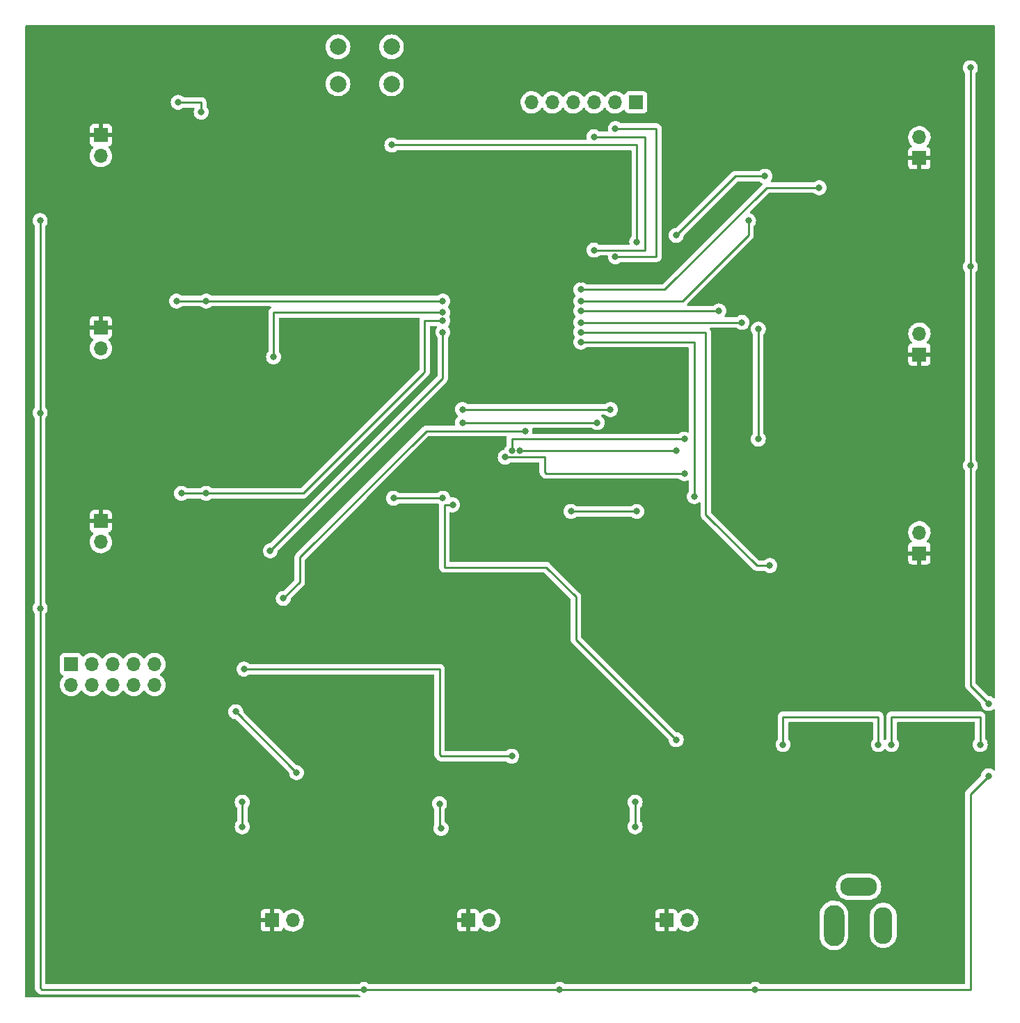
<source format=gbr>
%TF.GenerationSoftware,KiCad,Pcbnew,(6.0.11-0)*%
%TF.CreationDate,2023-11-20T02:45:56-06:00*%
%TF.ProjectId,ECE395_Digital_Target,45434533-3935-45f4-9469-676974616c5f,rev?*%
%TF.SameCoordinates,Original*%
%TF.FileFunction,Copper,L2,Bot*%
%TF.FilePolarity,Positive*%
%FSLAX46Y46*%
G04 Gerber Fmt 4.6, Leading zero omitted, Abs format (unit mm)*
G04 Created by KiCad (PCBNEW (6.0.11-0)) date 2023-11-20 02:45:56*
%MOMM*%
%LPD*%
G01*
G04 APERTURE LIST*
%TA.AperFunction,ComponentPad*%
%ADD10R,1.700000X1.700000*%
%TD*%
%TA.AperFunction,ComponentPad*%
%ADD11O,1.700000X1.700000*%
%TD*%
%TA.AperFunction,ComponentPad*%
%ADD12O,2.500000X5.000000*%
%TD*%
%TA.AperFunction,ComponentPad*%
%ADD13O,2.250000X4.500000*%
%TD*%
%TA.AperFunction,ComponentPad*%
%ADD14O,4.500000X2.250000*%
%TD*%
%TA.AperFunction,ComponentPad*%
%ADD15C,2.000000*%
%TD*%
%TA.AperFunction,ViaPad*%
%ADD16C,0.800000*%
%TD*%
%TA.AperFunction,Conductor*%
%ADD17C,0.250000*%
%TD*%
G04 APERTURE END LIST*
D10*
%TO.P,S2,1,Pin_1*%
%TO.N,unconnected-(S2-Pad1)*%
X123925000Y-41400000D03*
D11*
%TO.P,S2,2,Pin_2*%
%TO.N,Net-(S2-Pad2)*%
X121385000Y-41400000D03*
%TO.P,S2,3,Pin_3*%
%TO.N,Net-(S2-Pad3)*%
X118845000Y-41400000D03*
%TO.P,S2,4,Pin_4*%
%TO.N,unconnected-(S2-Pad4)*%
X116305000Y-41400000D03*
%TO.P,S2,5,Pin_5*%
%TO.N,unconnected-(S2-Pad5)*%
X113765000Y-41400000D03*
%TO.P,S2,6,Pin_6*%
%TO.N,GND*%
X111225000Y-41400000D03*
%TD*%
D12*
%TO.P,J0,1*%
%TO.N,+12V*%
X148000000Y-141600000D03*
D13*
%TO.P,J0,2*%
%TO.N,GND*%
X154000000Y-141600000D03*
D14*
%TO.P,J0,3*%
%TO.N,unconnected-(J0-Pad3)*%
X151000000Y-136900000D03*
%TD*%
D10*
%TO.P,J1,1,Pin_1*%
%TO.N,6.6V*%
X58800000Y-45400000D03*
D11*
%TO.P,J1,2,Pin_2*%
%TO.N,Net-(J1-Pad2)*%
X58800000Y-47940000D03*
%TD*%
D10*
%TO.P,J7,1,Pin_1*%
%TO.N,6.6V*%
X79600000Y-141000000D03*
D11*
%TO.P,J7,2,Pin_2*%
%TO.N,Net-(J7-Pad2)*%
X82140000Y-141000000D03*
%TD*%
D10*
%TO.P,J4,1,Pin_1*%
%TO.N,6.6V*%
X158400000Y-48200000D03*
D11*
%TO.P,J4,2,Pin_2*%
%TO.N,Net-(J4-Pad2)*%
X158400000Y-45660000D03*
%TD*%
D10*
%TO.P,J5,1,Pin_1*%
%TO.N,6.6V*%
X158400000Y-72100000D03*
D11*
%TO.P,J5,2,Pin_2*%
%TO.N,Net-(J5-Pad2)*%
X158400000Y-69560000D03*
%TD*%
D10*
%TO.P,S1,1,Pin_1*%
%TO.N,unconnected-(S1-Pad1)*%
X55150000Y-109800000D03*
D11*
%TO.P,S1,2,Pin_2*%
%TO.N,Net-(S1-Pad2)*%
X55150000Y-112340000D03*
%TO.P,S1,3,Pin_3*%
%TO.N,unconnected-(S1-Pad3)*%
X57690000Y-109800000D03*
%TO.P,S1,4,Pin_4*%
%TO.N,Net-(S1-Pad4)*%
X57690000Y-112340000D03*
%TO.P,S1,5,Pin_5*%
%TO.N,GND*%
X60230000Y-109800000D03*
%TO.P,S1,6,Pin_6*%
X60230000Y-112340000D03*
%TO.P,S1,7,Pin_7*%
%TO.N,unconnected-(S1-Pad7)*%
X62770000Y-109800000D03*
%TO.P,S1,8,Pin_8*%
%TO.N,unconnected-(S1-Pad8)*%
X62770000Y-112340000D03*
%TO.P,S1,9,Pin_9*%
%TO.N,unconnected-(S1-Pad9)*%
X65310000Y-109800000D03*
%TO.P,S1,10,Pin_10*%
%TO.N,unconnected-(S1-Pad10)*%
X65310000Y-112340000D03*
%TD*%
D10*
%TO.P,J9,1,Pin_1*%
%TO.N,6.6V*%
X127600000Y-141000000D03*
D11*
%TO.P,J9,2,Pin_2*%
%TO.N,Net-(J9-Pad2)*%
X130140000Y-141000000D03*
%TD*%
D10*
%TO.P,J6,1,Pin_1*%
%TO.N,6.6V*%
X158400000Y-96300000D03*
D11*
%TO.P,J6,2,Pin_2*%
%TO.N,Net-(J6-Pad2)*%
X158400000Y-93760000D03*
%TD*%
D10*
%TO.P,J8,1,Pin_1*%
%TO.N,6.6V*%
X103500000Y-141000000D03*
D11*
%TO.P,J8,2,Pin_2*%
%TO.N,Net-(J8-Pad2)*%
X106040000Y-141000000D03*
%TD*%
D15*
%TO.P,SW1,1,1*%
%TO.N,GND*%
X87650000Y-34650000D03*
X94150000Y-34650000D03*
%TO.P,SW1,2,2*%
%TO.N,Net-(C300-Pad1)*%
X94150000Y-39150000D03*
X87650000Y-39150000D03*
%TD*%
D10*
%TO.P,J3,1,Pin_1*%
%TO.N,6.6V*%
X58800000Y-92400000D03*
D11*
%TO.P,J3,2,Pin_2*%
%TO.N,Net-(J3-Pad2)*%
X58800000Y-94940000D03*
%TD*%
D10*
%TO.P,J2,1,Pin_1*%
%TO.N,6.6V*%
X58800000Y-68800000D03*
D11*
%TO.P,J2,2,Pin_2*%
%TO.N,Net-(J2-Pad2)*%
X58800000Y-71340000D03*
%TD*%
D16*
%TO.N,GND*%
X155000000Y-119600000D03*
X165800000Y-119600000D03*
X153400000Y-119600000D03*
X141800000Y-119600000D03*
%TO.N,6.6V*%
X96400000Y-112200000D03*
X117000000Y-57600000D03*
X131000000Y-57600000D03*
X117200000Y-73800000D03*
X153400000Y-131400000D03*
X96400000Y-120400000D03*
X117200000Y-63000000D03*
X130200000Y-138400000D03*
%TO.N,+3V3*%
X51400000Y-55800000D03*
X90800000Y-149400000D03*
X138400000Y-149400000D03*
X164600000Y-85600000D03*
X51400000Y-103000000D03*
X166800000Y-123400000D03*
X164600000Y-37200000D03*
X164600000Y-61400000D03*
X114600000Y-149400000D03*
X166800000Y-114600000D03*
X51400000Y-79200000D03*
%TO.N,Net-(C300-Pad1)*%
X124000000Y-91200000D03*
X94200000Y-46600000D03*
X124000000Y-58400000D03*
X116000000Y-91200000D03*
%TO.N,Net-(D1-Pad2)*%
X102800000Y-78800000D03*
X120800000Y-78800000D03*
%TO.N,Net-(D2-Pad2)*%
X119200000Y-80400000D03*
X102800000Y-80400000D03*
%TO.N,Net-(D3-Pad2)*%
X81000000Y-101800000D03*
X110400000Y-81400000D03*
%TO.N,Net-(D4-Pad2)*%
X128800000Y-57600000D03*
X109799503Y-83800000D03*
X139600000Y-50400000D03*
X128800000Y-83800000D03*
%TO.N,Net-(D5-Pad2)*%
X108800000Y-83800000D03*
X129800000Y-82400000D03*
X138800000Y-82400000D03*
X138800000Y-69000000D03*
%TO.N,Net-(D6-Pad2)*%
X108000000Y-84600000D03*
X129800000Y-86600000D03*
%TO.N,Net-(D7-Pad2)*%
X82600000Y-123000000D03*
X75200000Y-115600000D03*
%TO.N,Net-(D8-Pad2)*%
X94400000Y-89600000D03*
X100400000Y-89600000D03*
X108800000Y-121000000D03*
X76200000Y-110400000D03*
%TO.N,Net-(D9-Pad2)*%
X128800000Y-119000000D03*
X101600000Y-90400000D03*
%TO.N,Net-(NOT1-Pad1)*%
X68200000Y-41400000D03*
X71000000Y-42600000D03*
%TO.N,Net-(NOT1-Pad3)*%
X71600000Y-65600000D03*
X68000000Y-65600000D03*
X100400000Y-65600000D03*
%TO.N,Net-(NOT1-Pad4)*%
X100400000Y-67000000D03*
X79800000Y-72400000D03*
%TO.N,Net-(NOT1-Pad5)*%
X71600000Y-89000000D03*
X68600000Y-89000000D03*
X100400000Y-68000000D03*
%TO.N,Net-(NOT1-Pad6)*%
X79400000Y-96000000D03*
X100400000Y-69400000D03*
%TO.N,Net-(NOT1-Pad8)*%
X131000000Y-89400000D03*
X117200000Y-70600000D03*
%TO.N,Net-(NOT1-Pad9)*%
X140200000Y-97800000D03*
X117200000Y-69400000D03*
%TO.N,Net-(NOT1-Pad10)*%
X117200000Y-68200000D03*
X136800000Y-68200000D03*
%TO.N,Net-(NOT1-Pad11)*%
X117200000Y-66800000D03*
X134000000Y-66800000D03*
%TO.N,Net-(NOT1-Pad12)*%
X117200000Y-65600000D03*
X137600000Y-55800000D03*
%TO.N,Net-(NOT1-Pad13)*%
X146200000Y-51800000D03*
X117200000Y-64200000D03*
%TO.N,Net-(NOT2-Pad1)*%
X76000000Y-129600000D03*
X76000000Y-126600000D03*
%TO.N,Net-(NOT2-Pad3)*%
X100000000Y-126800000D03*
X100200000Y-129800000D03*
%TO.N,Net-(NOT2-Pad5)*%
X123800000Y-129600000D03*
X123800000Y-126600000D03*
%TO.N,Net-(S2-Pad2)*%
X121400000Y-60200000D03*
X121400000Y-44600000D03*
%TO.N,Net-(S2-Pad3)*%
X118800000Y-59400000D03*
X118800000Y-45600000D03*
%TD*%
D17*
%TO.N,GND*%
X153400000Y-116200000D02*
X141800000Y-116200000D01*
X153400000Y-119600000D02*
X153400000Y-116200000D01*
X165800000Y-116200000D02*
X165800000Y-119600000D01*
X155000000Y-119600000D02*
X155000000Y-116200000D01*
X155000000Y-116200000D02*
X165800000Y-116200000D01*
X141800000Y-116200000D02*
X141800000Y-119600000D01*
%TO.N,6.6V*%
X135400000Y-133200000D02*
X130200000Y-138400000D01*
X96400000Y-120400000D02*
X96400000Y-112200000D01*
X131000000Y-57600000D02*
X125600000Y-63000000D01*
X117000000Y-57600000D02*
X117000000Y-60000000D01*
X151600000Y-133200000D02*
X135400000Y-133200000D01*
X117000000Y-60000000D02*
X115800000Y-61200000D01*
X153400000Y-131400000D02*
X151600000Y-133200000D01*
X125600000Y-63000000D02*
X117200000Y-63000000D01*
X115800000Y-61200000D02*
X115800000Y-72400000D01*
X115800000Y-72400000D02*
X117200000Y-73800000D01*
%TO.N,+3V3*%
X164600000Y-85600000D02*
X164600000Y-61400000D01*
X166800000Y-114600000D02*
X164600000Y-112400000D01*
X51400000Y-149200000D02*
X51400000Y-103000000D01*
X164600000Y-149400000D02*
X138400000Y-149400000D01*
X51400000Y-79200000D02*
X51400000Y-55800000D01*
X90800000Y-149400000D02*
X51600000Y-149400000D01*
X164600000Y-149400000D02*
X164600000Y-125600000D01*
X164600000Y-61400000D02*
X164600000Y-37200000D01*
X51400000Y-103000000D02*
X51400000Y-79200000D01*
X164600000Y-125600000D02*
X166800000Y-123400000D01*
X138400000Y-149400000D02*
X114600000Y-149400000D01*
X114600000Y-149400000D02*
X90800000Y-149400000D01*
X164600000Y-112400000D02*
X164600000Y-85600000D01*
X51600000Y-149400000D02*
X51400000Y-149200000D01*
%TO.N,Net-(C300-Pad1)*%
X94200000Y-46600000D02*
X124000000Y-46600000D01*
X124000000Y-91200000D02*
X116000000Y-91200000D01*
X124000000Y-46600000D02*
X124000000Y-58400000D01*
%TO.N,Net-(D1-Pad2)*%
X102800000Y-78800000D02*
X120800000Y-78800000D01*
%TO.N,Net-(D2-Pad2)*%
X102800000Y-80400000D02*
X119200000Y-80400000D01*
%TO.N,Net-(D3-Pad2)*%
X81000000Y-101800000D02*
X83000000Y-99800000D01*
X83000000Y-99800000D02*
X83000000Y-96800000D01*
X98400000Y-81400000D02*
X110400000Y-81400000D01*
X83000000Y-96800000D02*
X98400000Y-81400000D01*
%TO.N,Net-(D4-Pad2)*%
X128800000Y-83800000D02*
X109800000Y-83800000D01*
X136000000Y-50400000D02*
X128800000Y-57600000D01*
X109800000Y-83800000D02*
X109799503Y-83800000D01*
X136800000Y-50400000D02*
X136000000Y-50400000D01*
X139600000Y-50400000D02*
X136800000Y-50400000D01*
%TO.N,Net-(D5-Pad2)*%
X129800000Y-82400000D02*
X108800000Y-82400000D01*
X138800000Y-69000000D02*
X138800000Y-80200000D01*
X108800000Y-82400000D02*
X108800000Y-83800000D01*
X138800000Y-80200000D02*
X138800000Y-82400000D01*
%TO.N,Net-(D6-Pad2)*%
X113000000Y-86600000D02*
X112800000Y-86400000D01*
X112800000Y-84600000D02*
X108000000Y-84600000D01*
X112800000Y-86400000D02*
X112800000Y-84600000D01*
X129800000Y-86600000D02*
X113000000Y-86600000D01*
%TO.N,Net-(D7-Pad2)*%
X82600000Y-123000000D02*
X75200000Y-115600000D01*
%TO.N,Net-(D8-Pad2)*%
X100000000Y-110400000D02*
X76200000Y-110400000D01*
X100000000Y-120800000D02*
X100000000Y-110400000D01*
X108800000Y-121000000D02*
X100200000Y-121000000D01*
X94400000Y-89600000D02*
X100400000Y-89600000D01*
X100200000Y-121000000D02*
X100000000Y-120800000D01*
%TO.N,Net-(D9-Pad2)*%
X128800000Y-119000000D02*
X116600000Y-106800000D01*
X116600000Y-106800000D02*
X116600000Y-101600000D01*
X100600000Y-90400000D02*
X101600000Y-90400000D01*
X100600000Y-98000000D02*
X100600000Y-90400000D01*
X116600000Y-101600000D02*
X113000000Y-98000000D01*
X113000000Y-98000000D02*
X100600000Y-98000000D01*
%TO.N,Net-(NOT1-Pad1)*%
X71000000Y-42600000D02*
X71000000Y-41400000D01*
X71000000Y-41400000D02*
X68200000Y-41400000D01*
%TO.N,Net-(NOT1-Pad3)*%
X71600000Y-65600000D02*
X68000000Y-65600000D01*
X71600000Y-65600000D02*
X100400000Y-65600000D01*
%TO.N,Net-(NOT1-Pad4)*%
X79800000Y-67000000D02*
X100400000Y-67000000D01*
X79800000Y-72400000D02*
X79800000Y-67000000D01*
%TO.N,Net-(NOT1-Pad5)*%
X71600000Y-89000000D02*
X83400000Y-89000000D01*
X71600000Y-89000000D02*
X68600000Y-89000000D01*
X98200000Y-68000000D02*
X100400000Y-68000000D01*
X83800000Y-88600000D02*
X98000000Y-74400000D01*
X98000000Y-74400000D02*
X98200000Y-74200000D01*
X83400000Y-89000000D02*
X83800000Y-88600000D01*
X98200000Y-74200000D02*
X98200000Y-68000000D01*
%TO.N,Net-(NOT1-Pad6)*%
X79400000Y-96000000D02*
X100400000Y-75000000D01*
X100400000Y-75000000D02*
X100400000Y-69400000D01*
%TO.N,Net-(NOT1-Pad8)*%
X131000000Y-70600000D02*
X117200000Y-70600000D01*
X131000000Y-89400000D02*
X131000000Y-70600000D01*
%TO.N,Net-(NOT1-Pad9)*%
X132800000Y-92000000D02*
X132400000Y-91600000D01*
X132400000Y-69400000D02*
X117200000Y-69400000D01*
X140200000Y-97800000D02*
X138600000Y-97800000D01*
X132400000Y-91600000D02*
X132400000Y-69400000D01*
X138600000Y-97800000D02*
X132800000Y-92000000D01*
%TO.N,Net-(NOT1-Pad10)*%
X136800000Y-68200000D02*
X117200000Y-68200000D01*
%TO.N,Net-(NOT1-Pad11)*%
X134000000Y-66800000D02*
X117200000Y-66800000D01*
%TO.N,Net-(NOT1-Pad12)*%
X129600000Y-65600000D02*
X117200000Y-65600000D01*
X137600000Y-57600000D02*
X129600000Y-65600000D01*
X137600000Y-55800000D02*
X137600000Y-57600000D01*
%TO.N,Net-(NOT1-Pad13)*%
X139800000Y-51800000D02*
X127400000Y-64200000D01*
X127400000Y-64200000D02*
X117200000Y-64200000D01*
X146200000Y-51800000D02*
X139800000Y-51800000D01*
%TO.N,Net-(NOT2-Pad1)*%
X76000000Y-126600000D02*
X76000000Y-129600000D01*
%TO.N,Net-(NOT2-Pad3)*%
X100000000Y-126800000D02*
X100000000Y-129600000D01*
X100000000Y-129600000D02*
X100200000Y-129800000D01*
%TO.N,Net-(NOT2-Pad5)*%
X123800000Y-126600000D02*
X123800000Y-129600000D01*
%TO.N,Net-(S2-Pad2)*%
X126400000Y-44600000D02*
X126400000Y-60200000D01*
X121400000Y-44600000D02*
X126400000Y-44600000D01*
X126400000Y-60200000D02*
X121400000Y-60200000D01*
%TO.N,Net-(S2-Pad3)*%
X125000000Y-59400000D02*
X118800000Y-59400000D01*
X118800000Y-45600000D02*
X125000000Y-45600000D01*
X125000000Y-45600000D02*
X125000000Y-59400000D01*
%TD*%
%TA.AperFunction,Conductor*%
%TO.N,6.6V*%
G36*
X167542121Y-32020002D02*
G01*
X167588614Y-32073658D01*
X167600000Y-32126000D01*
X167600000Y-113810978D01*
X167579998Y-113879099D01*
X167526342Y-113925592D01*
X167456068Y-113935696D01*
X167399939Y-113912914D01*
X167262094Y-113812763D01*
X167262093Y-113812762D01*
X167256752Y-113808882D01*
X167250724Y-113806198D01*
X167250722Y-113806197D01*
X167088319Y-113733891D01*
X167088318Y-113733891D01*
X167082288Y-113731206D01*
X166988887Y-113711353D01*
X166901944Y-113692872D01*
X166901939Y-113692872D01*
X166895487Y-113691500D01*
X166839594Y-113691500D01*
X166771473Y-113671498D01*
X166750499Y-113654595D01*
X165270405Y-112174500D01*
X165236379Y-112112188D01*
X165233500Y-112085405D01*
X165233500Y-86302524D01*
X165253502Y-86234403D01*
X165265858Y-86218221D01*
X165339040Y-86136944D01*
X165434527Y-85971556D01*
X165493542Y-85789928D01*
X165494761Y-85778336D01*
X165512814Y-85606565D01*
X165513504Y-85600000D01*
X165493542Y-85410072D01*
X165434527Y-85228444D01*
X165339040Y-85063056D01*
X165265863Y-84981785D01*
X165235147Y-84917779D01*
X165233500Y-84897476D01*
X165233500Y-62102524D01*
X165253502Y-62034403D01*
X165265858Y-62018221D01*
X165339040Y-61936944D01*
X165434527Y-61771556D01*
X165493542Y-61589928D01*
X165513504Y-61400000D01*
X165493542Y-61210072D01*
X165434527Y-61028444D01*
X165339040Y-60863056D01*
X165265863Y-60781785D01*
X165235147Y-60717779D01*
X165233500Y-60697476D01*
X165233500Y-37902524D01*
X165253502Y-37834403D01*
X165265858Y-37818221D01*
X165339040Y-37736944D01*
X165434527Y-37571556D01*
X165493542Y-37389928D01*
X165513504Y-37200000D01*
X165493542Y-37010072D01*
X165434527Y-36828444D01*
X165339040Y-36663056D01*
X165211253Y-36521134D01*
X165056752Y-36408882D01*
X165050724Y-36406198D01*
X165050722Y-36406197D01*
X164888319Y-36333891D01*
X164888318Y-36333891D01*
X164882288Y-36331206D01*
X164788887Y-36311353D01*
X164701944Y-36292872D01*
X164701939Y-36292872D01*
X164695487Y-36291500D01*
X164504513Y-36291500D01*
X164498061Y-36292872D01*
X164498056Y-36292872D01*
X164411113Y-36311353D01*
X164317712Y-36331206D01*
X164311682Y-36333891D01*
X164311681Y-36333891D01*
X164149278Y-36406197D01*
X164149276Y-36406198D01*
X164143248Y-36408882D01*
X163988747Y-36521134D01*
X163860960Y-36663056D01*
X163765473Y-36828444D01*
X163706458Y-37010072D01*
X163686496Y-37200000D01*
X163706458Y-37389928D01*
X163765473Y-37571556D01*
X163860960Y-37736944D01*
X163934137Y-37818215D01*
X163964853Y-37882221D01*
X163966500Y-37902524D01*
X163966500Y-60697476D01*
X163946498Y-60765597D01*
X163934142Y-60781779D01*
X163860960Y-60863056D01*
X163765473Y-61028444D01*
X163706458Y-61210072D01*
X163686496Y-61400000D01*
X163706458Y-61589928D01*
X163765473Y-61771556D01*
X163860960Y-61936944D01*
X163934137Y-62018215D01*
X163964853Y-62082221D01*
X163966500Y-62102524D01*
X163966500Y-84897476D01*
X163946498Y-84965597D01*
X163934142Y-84981779D01*
X163860960Y-85063056D01*
X163765473Y-85228444D01*
X163706458Y-85410072D01*
X163686496Y-85600000D01*
X163687186Y-85606565D01*
X163705240Y-85778336D01*
X163706458Y-85789928D01*
X163765473Y-85971556D01*
X163860960Y-86136944D01*
X163934137Y-86218215D01*
X163964853Y-86282221D01*
X163966500Y-86302524D01*
X163966500Y-112321233D01*
X163965973Y-112332416D01*
X163964298Y-112339909D01*
X163964547Y-112347835D01*
X163964547Y-112347836D01*
X163966438Y-112407986D01*
X163966500Y-112411945D01*
X163966500Y-112439856D01*
X163966997Y-112443790D01*
X163966997Y-112443791D01*
X163967005Y-112443856D01*
X163967938Y-112455693D01*
X163969327Y-112499889D01*
X163974978Y-112519339D01*
X163978987Y-112538700D01*
X163981526Y-112558797D01*
X163984445Y-112566168D01*
X163984445Y-112566170D01*
X163997804Y-112599912D01*
X164001649Y-112611142D01*
X164013982Y-112653593D01*
X164018015Y-112660412D01*
X164018017Y-112660417D01*
X164024293Y-112671028D01*
X164032988Y-112688776D01*
X164040448Y-112707617D01*
X164045110Y-112714033D01*
X164045110Y-112714034D01*
X164066436Y-112743387D01*
X164072952Y-112753307D01*
X164095458Y-112791362D01*
X164109779Y-112805683D01*
X164122619Y-112820716D01*
X164134528Y-112837107D01*
X164168605Y-112865298D01*
X164177384Y-112873288D01*
X165852878Y-114548783D01*
X165886904Y-114611095D01*
X165889093Y-114624706D01*
X165906458Y-114789928D01*
X165965473Y-114971556D01*
X166060960Y-115136944D01*
X166188747Y-115278866D01*
X166343248Y-115391118D01*
X166349276Y-115393802D01*
X166349278Y-115393803D01*
X166400560Y-115416635D01*
X166517712Y-115468794D01*
X166611113Y-115488647D01*
X166698056Y-115507128D01*
X166698061Y-115507128D01*
X166704513Y-115508500D01*
X166895487Y-115508500D01*
X166901939Y-115507128D01*
X166901944Y-115507128D01*
X166988887Y-115488647D01*
X167082288Y-115468794D01*
X167199440Y-115416635D01*
X167250722Y-115393803D01*
X167250724Y-115393802D01*
X167256752Y-115391118D01*
X167399939Y-115287086D01*
X167466806Y-115263228D01*
X167535958Y-115279308D01*
X167585438Y-115330222D01*
X167600000Y-115389022D01*
X167600000Y-122610978D01*
X167579998Y-122679099D01*
X167526342Y-122725592D01*
X167456068Y-122735696D01*
X167399939Y-122712914D01*
X167262094Y-122612763D01*
X167262093Y-122612762D01*
X167256752Y-122608882D01*
X167250724Y-122606198D01*
X167250722Y-122606197D01*
X167088319Y-122533891D01*
X167088318Y-122533891D01*
X167082288Y-122531206D01*
X166988888Y-122511353D01*
X166901944Y-122492872D01*
X166901939Y-122492872D01*
X166895487Y-122491500D01*
X166704513Y-122491500D01*
X166698061Y-122492872D01*
X166698056Y-122492872D01*
X166611112Y-122511353D01*
X166517712Y-122531206D01*
X166511682Y-122533891D01*
X166511681Y-122533891D01*
X166349278Y-122606197D01*
X166349276Y-122606198D01*
X166343248Y-122608882D01*
X166188747Y-122721134D01*
X166184326Y-122726044D01*
X166184325Y-122726045D01*
X166102758Y-122816635D01*
X166060960Y-122863056D01*
X165965473Y-123028444D01*
X165906458Y-123210072D01*
X165905768Y-123216633D01*
X165905768Y-123216635D01*
X165889093Y-123375293D01*
X165862080Y-123440950D01*
X165852878Y-123451218D01*
X164996967Y-124307128D01*
X164207747Y-125096348D01*
X164199461Y-125103888D01*
X164192982Y-125108000D01*
X164187557Y-125113777D01*
X164146357Y-125157651D01*
X164143602Y-125160493D01*
X164123865Y-125180230D01*
X164121385Y-125183427D01*
X164113682Y-125192447D01*
X164083414Y-125224679D01*
X164079595Y-125231625D01*
X164079593Y-125231628D01*
X164073652Y-125242434D01*
X164062801Y-125258953D01*
X164050386Y-125274959D01*
X164047241Y-125282228D01*
X164047238Y-125282232D01*
X164032826Y-125315537D01*
X164027609Y-125326187D01*
X164006305Y-125364940D01*
X164004334Y-125372615D01*
X164004334Y-125372616D01*
X164001267Y-125384562D01*
X163994863Y-125403266D01*
X163986819Y-125421855D01*
X163985580Y-125429678D01*
X163985577Y-125429688D01*
X163979901Y-125465524D01*
X163977495Y-125477144D01*
X163966500Y-125519970D01*
X163966500Y-125540224D01*
X163964949Y-125559934D01*
X163961780Y-125579943D01*
X163962526Y-125587835D01*
X163965941Y-125623961D01*
X163966500Y-125635819D01*
X163966500Y-148640500D01*
X163946498Y-148708621D01*
X163892842Y-148755114D01*
X163840500Y-148766500D01*
X139108200Y-148766500D01*
X139040079Y-148746498D01*
X139020853Y-148730157D01*
X139020580Y-148730460D01*
X139015668Y-148726037D01*
X139011253Y-148721134D01*
X138856752Y-148608882D01*
X138850724Y-148606198D01*
X138850722Y-148606197D01*
X138688319Y-148533891D01*
X138688318Y-148533891D01*
X138682288Y-148531206D01*
X138588887Y-148511353D01*
X138501944Y-148492872D01*
X138501939Y-148492872D01*
X138495487Y-148491500D01*
X138304513Y-148491500D01*
X138298061Y-148492872D01*
X138298056Y-148492872D01*
X138211113Y-148511353D01*
X138117712Y-148531206D01*
X138111682Y-148533891D01*
X138111681Y-148533891D01*
X137949278Y-148606197D01*
X137949276Y-148606198D01*
X137943248Y-148608882D01*
X137788747Y-148721134D01*
X137784332Y-148726037D01*
X137779420Y-148730460D01*
X137778295Y-148729211D01*
X137724986Y-148762051D01*
X137691800Y-148766500D01*
X115308200Y-148766500D01*
X115240079Y-148746498D01*
X115220853Y-148730157D01*
X115220580Y-148730460D01*
X115215668Y-148726037D01*
X115211253Y-148721134D01*
X115056752Y-148608882D01*
X115050724Y-148606198D01*
X115050722Y-148606197D01*
X114888319Y-148533891D01*
X114888318Y-148533891D01*
X114882288Y-148531206D01*
X114788887Y-148511353D01*
X114701944Y-148492872D01*
X114701939Y-148492872D01*
X114695487Y-148491500D01*
X114504513Y-148491500D01*
X114498061Y-148492872D01*
X114498056Y-148492872D01*
X114411113Y-148511353D01*
X114317712Y-148531206D01*
X114311682Y-148533891D01*
X114311681Y-148533891D01*
X114149278Y-148606197D01*
X114149276Y-148606198D01*
X114143248Y-148608882D01*
X113988747Y-148721134D01*
X113984332Y-148726037D01*
X113979420Y-148730460D01*
X113978295Y-148729211D01*
X113924986Y-148762051D01*
X113891800Y-148766500D01*
X91508200Y-148766500D01*
X91440079Y-148746498D01*
X91420853Y-148730157D01*
X91420580Y-148730460D01*
X91415668Y-148726037D01*
X91411253Y-148721134D01*
X91256752Y-148608882D01*
X91250724Y-148606198D01*
X91250722Y-148606197D01*
X91088319Y-148533891D01*
X91088318Y-148533891D01*
X91082288Y-148531206D01*
X90988887Y-148511353D01*
X90901944Y-148492872D01*
X90901939Y-148492872D01*
X90895487Y-148491500D01*
X90704513Y-148491500D01*
X90698061Y-148492872D01*
X90698056Y-148492872D01*
X90611113Y-148511353D01*
X90517712Y-148531206D01*
X90511682Y-148533891D01*
X90511681Y-148533891D01*
X90349278Y-148606197D01*
X90349276Y-148606198D01*
X90343248Y-148608882D01*
X90188747Y-148721134D01*
X90184332Y-148726037D01*
X90179420Y-148730460D01*
X90178295Y-148729211D01*
X90124986Y-148762051D01*
X90091800Y-148766500D01*
X52159500Y-148766500D01*
X52091379Y-148746498D01*
X52044886Y-148692842D01*
X52033500Y-148640500D01*
X52033500Y-142916354D01*
X146241500Y-142916354D01*
X146241673Y-142918679D01*
X146241673Y-142918685D01*
X146245962Y-142976392D01*
X146255939Y-143110652D01*
X146256968Y-143115200D01*
X146256969Y-143115206D01*
X146282159Y-143226528D01*
X146313623Y-143365577D01*
X146408353Y-143609177D01*
X146538049Y-143836098D01*
X146699862Y-144041357D01*
X146890237Y-144220443D01*
X146978194Y-144281461D01*
X147095966Y-144363163D01*
X147104991Y-144369424D01*
X147109181Y-144371490D01*
X147109184Y-144371492D01*
X147335219Y-144482960D01*
X147335222Y-144482961D01*
X147339407Y-144485025D01*
X147343850Y-144486447D01*
X147343852Y-144486448D01*
X147583877Y-144563280D01*
X147588335Y-144564707D01*
X147846307Y-144606721D01*
X147960058Y-144608210D01*
X148102978Y-144610081D01*
X148102981Y-144610081D01*
X148107655Y-144610142D01*
X148366638Y-144574896D01*
X148617567Y-144501757D01*
X148653862Y-144485025D01*
X148672112Y-144476611D01*
X148854928Y-144392332D01*
X148904976Y-144359519D01*
X149069596Y-144251590D01*
X149069601Y-144251586D01*
X149073509Y-144249024D01*
X149268506Y-144074982D01*
X149435637Y-143874030D01*
X149546168Y-143691881D01*
X149568804Y-143654578D01*
X149568806Y-143654574D01*
X149571229Y-143650581D01*
X149672303Y-143409545D01*
X149736641Y-143156217D01*
X149758500Y-142939133D01*
X149758500Y-142789180D01*
X152366500Y-142789180D01*
X152381622Y-142981326D01*
X152382776Y-142986133D01*
X152382777Y-142986139D01*
X152412670Y-143110652D01*
X152441645Y-143231340D01*
X152443538Y-143235911D01*
X152443539Y-143235913D01*
X152517245Y-143413854D01*
X152540040Y-143468887D01*
X152674384Y-143688116D01*
X152841369Y-143883631D01*
X153036884Y-144050616D01*
X153256113Y-144184960D01*
X153260683Y-144186853D01*
X153260687Y-144186855D01*
X153403252Y-144245907D01*
X153493660Y-144283355D01*
X153580502Y-144304204D01*
X153738861Y-144342223D01*
X153738867Y-144342224D01*
X153743674Y-144343378D01*
X154000000Y-144363551D01*
X154256326Y-144343378D01*
X154261133Y-144342224D01*
X154261139Y-144342223D01*
X154419498Y-144304204D01*
X154506340Y-144283355D01*
X154596748Y-144245907D01*
X154739313Y-144186855D01*
X154739317Y-144186853D01*
X154743887Y-144184960D01*
X154963116Y-144050616D01*
X155158631Y-143883631D01*
X155325616Y-143688116D01*
X155459960Y-143468887D01*
X155482756Y-143413854D01*
X155556461Y-143235913D01*
X155556462Y-143235911D01*
X155558355Y-143231340D01*
X155587330Y-143110652D01*
X155617223Y-142986139D01*
X155617224Y-142986133D01*
X155618378Y-142981326D01*
X155633500Y-142789180D01*
X155633500Y-140410820D01*
X155618378Y-140218674D01*
X155600004Y-140142138D01*
X155567528Y-140006870D01*
X155558355Y-139968660D01*
X155556461Y-139964087D01*
X155461855Y-139735687D01*
X155461853Y-139735683D01*
X155459960Y-139731113D01*
X155325616Y-139511884D01*
X155158631Y-139316369D01*
X154963116Y-139149384D01*
X154743887Y-139015040D01*
X154739317Y-139013147D01*
X154739313Y-139013145D01*
X154510913Y-138918539D01*
X154510911Y-138918538D01*
X154506340Y-138916645D01*
X154419498Y-138895796D01*
X154261139Y-138857777D01*
X154261133Y-138857776D01*
X154256326Y-138856622D01*
X154000000Y-138836449D01*
X153743674Y-138856622D01*
X153738867Y-138857776D01*
X153738861Y-138857777D01*
X153580502Y-138895796D01*
X153493660Y-138916645D01*
X153489089Y-138918538D01*
X153489087Y-138918539D01*
X153260687Y-139013145D01*
X153260683Y-139013147D01*
X153256113Y-139015040D01*
X153036884Y-139149384D01*
X152841369Y-139316369D01*
X152674384Y-139511884D01*
X152540040Y-139731113D01*
X152538147Y-139735683D01*
X152538145Y-139735687D01*
X152443539Y-139964087D01*
X152441645Y-139968660D01*
X152432472Y-140006870D01*
X152399997Y-140142138D01*
X152381622Y-140218674D01*
X152366500Y-140410820D01*
X152366500Y-142789180D01*
X149758500Y-142789180D01*
X149758500Y-140283646D01*
X149756574Y-140257729D01*
X149744407Y-140094000D01*
X149744406Y-140093996D01*
X149744061Y-140089348D01*
X149734626Y-140047649D01*
X149687408Y-139838980D01*
X149686377Y-139834423D01*
X149657100Y-139759137D01*
X149593340Y-139595176D01*
X149593339Y-139595173D01*
X149591647Y-139590823D01*
X149461951Y-139363902D01*
X149300138Y-139158643D01*
X149109763Y-138979557D01*
X148931995Y-138856234D01*
X148898851Y-138833241D01*
X148898848Y-138833239D01*
X148895009Y-138830576D01*
X148890816Y-138828508D01*
X148664781Y-138717040D01*
X148664778Y-138717039D01*
X148660593Y-138714975D01*
X148614449Y-138700204D01*
X148416123Y-138636720D01*
X148411665Y-138635293D01*
X148153693Y-138593279D01*
X148039942Y-138591790D01*
X147897022Y-138589919D01*
X147897019Y-138589919D01*
X147892345Y-138589858D01*
X147633362Y-138625104D01*
X147382433Y-138698243D01*
X147378180Y-138700203D01*
X147378179Y-138700204D01*
X147341659Y-138717040D01*
X147145072Y-138807668D01*
X147106067Y-138833241D01*
X146930404Y-138948410D01*
X146930399Y-138948414D01*
X146926491Y-138950976D01*
X146731494Y-139125018D01*
X146564363Y-139325970D01*
X146561934Y-139329973D01*
X146448989Y-139516101D01*
X146428771Y-139549419D01*
X146327697Y-139790455D01*
X146263359Y-140043783D01*
X146262891Y-140048434D01*
X146262890Y-140048438D01*
X146259229Y-140084794D01*
X146241500Y-140260867D01*
X146241500Y-142916354D01*
X52033500Y-142916354D01*
X52033500Y-141894669D01*
X78242001Y-141894669D01*
X78242371Y-141901490D01*
X78247895Y-141952352D01*
X78251521Y-141967604D01*
X78296676Y-142088054D01*
X78305214Y-142103649D01*
X78381715Y-142205724D01*
X78394276Y-142218285D01*
X78496351Y-142294786D01*
X78511946Y-142303324D01*
X78632394Y-142348478D01*
X78647649Y-142352105D01*
X78698514Y-142357631D01*
X78705328Y-142358000D01*
X79327885Y-142358000D01*
X79343124Y-142353525D01*
X79344329Y-142352135D01*
X79346000Y-142344452D01*
X79346000Y-142339884D01*
X79854000Y-142339884D01*
X79858475Y-142355123D01*
X79859865Y-142356328D01*
X79867548Y-142357999D01*
X80494669Y-142357999D01*
X80501490Y-142357629D01*
X80552352Y-142352105D01*
X80567604Y-142348479D01*
X80688054Y-142303324D01*
X80703649Y-142294786D01*
X80805724Y-142218285D01*
X80818285Y-142205724D01*
X80894786Y-142103649D01*
X80903324Y-142088054D01*
X80944225Y-141978952D01*
X80986867Y-141922188D01*
X81053428Y-141897488D01*
X81122777Y-141912696D01*
X81157444Y-141940684D01*
X81182865Y-141970031D01*
X81182869Y-141970035D01*
X81186250Y-141973938D01*
X81358126Y-142116632D01*
X81551000Y-142229338D01*
X81759692Y-142309030D01*
X81764760Y-142310061D01*
X81764763Y-142310062D01*
X81872017Y-142331883D01*
X81978597Y-142353567D01*
X81983772Y-142353757D01*
X81983774Y-142353757D01*
X82196673Y-142361564D01*
X82196677Y-142361564D01*
X82201837Y-142361753D01*
X82206957Y-142361097D01*
X82206959Y-142361097D01*
X82418288Y-142334025D01*
X82418289Y-142334025D01*
X82423416Y-142333368D01*
X82428366Y-142331883D01*
X82632429Y-142270661D01*
X82632434Y-142270659D01*
X82637384Y-142269174D01*
X82837994Y-142170896D01*
X83019860Y-142041173D01*
X83166877Y-141894669D01*
X102142001Y-141894669D01*
X102142371Y-141901490D01*
X102147895Y-141952352D01*
X102151521Y-141967604D01*
X102196676Y-142088054D01*
X102205214Y-142103649D01*
X102281715Y-142205724D01*
X102294276Y-142218285D01*
X102396351Y-142294786D01*
X102411946Y-142303324D01*
X102532394Y-142348478D01*
X102547649Y-142352105D01*
X102598514Y-142357631D01*
X102605328Y-142358000D01*
X103227885Y-142358000D01*
X103243124Y-142353525D01*
X103244329Y-142352135D01*
X103246000Y-142344452D01*
X103246000Y-142339884D01*
X103754000Y-142339884D01*
X103758475Y-142355123D01*
X103759865Y-142356328D01*
X103767548Y-142357999D01*
X104394669Y-142357999D01*
X104401490Y-142357629D01*
X104452352Y-142352105D01*
X104467604Y-142348479D01*
X104588054Y-142303324D01*
X104603649Y-142294786D01*
X104705724Y-142218285D01*
X104718285Y-142205724D01*
X104794786Y-142103649D01*
X104803324Y-142088054D01*
X104844225Y-141978952D01*
X104886867Y-141922188D01*
X104953428Y-141897488D01*
X105022777Y-141912696D01*
X105057444Y-141940684D01*
X105082865Y-141970031D01*
X105082869Y-141970035D01*
X105086250Y-141973938D01*
X105258126Y-142116632D01*
X105451000Y-142229338D01*
X105659692Y-142309030D01*
X105664760Y-142310061D01*
X105664763Y-142310062D01*
X105772017Y-142331883D01*
X105878597Y-142353567D01*
X105883772Y-142353757D01*
X105883774Y-142353757D01*
X106096673Y-142361564D01*
X106096677Y-142361564D01*
X106101837Y-142361753D01*
X106106957Y-142361097D01*
X106106959Y-142361097D01*
X106318288Y-142334025D01*
X106318289Y-142334025D01*
X106323416Y-142333368D01*
X106328366Y-142331883D01*
X106532429Y-142270661D01*
X106532434Y-142270659D01*
X106537384Y-142269174D01*
X106737994Y-142170896D01*
X106919860Y-142041173D01*
X107066877Y-141894669D01*
X126242001Y-141894669D01*
X126242371Y-141901490D01*
X126247895Y-141952352D01*
X126251521Y-141967604D01*
X126296676Y-142088054D01*
X126305214Y-142103649D01*
X126381715Y-142205724D01*
X126394276Y-142218285D01*
X126496351Y-142294786D01*
X126511946Y-142303324D01*
X126632394Y-142348478D01*
X126647649Y-142352105D01*
X126698514Y-142357631D01*
X126705328Y-142358000D01*
X127327885Y-142358000D01*
X127343124Y-142353525D01*
X127344329Y-142352135D01*
X127346000Y-142344452D01*
X127346000Y-142339884D01*
X127854000Y-142339884D01*
X127858475Y-142355123D01*
X127859865Y-142356328D01*
X127867548Y-142357999D01*
X128494669Y-142357999D01*
X128501490Y-142357629D01*
X128552352Y-142352105D01*
X128567604Y-142348479D01*
X128688054Y-142303324D01*
X128703649Y-142294786D01*
X128805724Y-142218285D01*
X128818285Y-142205724D01*
X128894786Y-142103649D01*
X128903324Y-142088054D01*
X128944225Y-141978952D01*
X128986867Y-141922188D01*
X129053428Y-141897488D01*
X129122777Y-141912696D01*
X129157444Y-141940684D01*
X129182865Y-141970031D01*
X129182869Y-141970035D01*
X129186250Y-141973938D01*
X129358126Y-142116632D01*
X129551000Y-142229338D01*
X129759692Y-142309030D01*
X129764760Y-142310061D01*
X129764763Y-142310062D01*
X129872017Y-142331883D01*
X129978597Y-142353567D01*
X129983772Y-142353757D01*
X129983774Y-142353757D01*
X130196673Y-142361564D01*
X130196677Y-142361564D01*
X130201837Y-142361753D01*
X130206957Y-142361097D01*
X130206959Y-142361097D01*
X130418288Y-142334025D01*
X130418289Y-142334025D01*
X130423416Y-142333368D01*
X130428366Y-142331883D01*
X130632429Y-142270661D01*
X130632434Y-142270659D01*
X130637384Y-142269174D01*
X130837994Y-142170896D01*
X131019860Y-142041173D01*
X131178096Y-141883489D01*
X131308453Y-141702077D01*
X131407430Y-141501811D01*
X131472370Y-141288069D01*
X131501529Y-141066590D01*
X131503156Y-141000000D01*
X131484852Y-140777361D01*
X131430431Y-140560702D01*
X131341354Y-140355840D01*
X131220014Y-140168277D01*
X131069670Y-140003051D01*
X131065619Y-139999852D01*
X131065615Y-139999848D01*
X130898414Y-139867800D01*
X130898410Y-139867798D01*
X130894359Y-139864598D01*
X130698789Y-139756638D01*
X130693920Y-139754914D01*
X130693916Y-139754912D01*
X130493087Y-139683795D01*
X130493083Y-139683794D01*
X130488212Y-139682069D01*
X130483119Y-139681162D01*
X130483116Y-139681161D01*
X130273373Y-139643800D01*
X130273367Y-139643799D01*
X130268284Y-139642894D01*
X130194452Y-139641992D01*
X130050081Y-139640228D01*
X130050079Y-139640228D01*
X130044911Y-139640165D01*
X129824091Y-139673955D01*
X129611756Y-139743357D01*
X129413607Y-139846507D01*
X129409474Y-139849610D01*
X129409471Y-139849612D01*
X129250914Y-139968660D01*
X129234965Y-139980635D01*
X129231393Y-139984373D01*
X129153898Y-140065466D01*
X129092374Y-140100895D01*
X129021462Y-140097438D01*
X128963676Y-140056192D01*
X128944823Y-140022644D01*
X128903324Y-139911946D01*
X128894786Y-139896351D01*
X128818285Y-139794276D01*
X128805723Y-139781714D01*
X128703649Y-139705214D01*
X128688054Y-139696676D01*
X128567606Y-139651522D01*
X128552351Y-139647895D01*
X128501486Y-139642369D01*
X128494672Y-139642000D01*
X127872115Y-139642000D01*
X127856876Y-139646475D01*
X127855671Y-139647865D01*
X127854000Y-139655548D01*
X127854000Y-142339884D01*
X127346000Y-142339884D01*
X127346000Y-141272115D01*
X127341525Y-141256876D01*
X127340135Y-141255671D01*
X127332452Y-141254000D01*
X126260116Y-141254000D01*
X126244877Y-141258475D01*
X126243672Y-141259865D01*
X126242001Y-141267548D01*
X126242001Y-141894669D01*
X107066877Y-141894669D01*
X107078096Y-141883489D01*
X107208453Y-141702077D01*
X107307430Y-141501811D01*
X107372370Y-141288069D01*
X107401529Y-141066590D01*
X107403156Y-141000000D01*
X107384852Y-140777361D01*
X107372424Y-140727885D01*
X126242000Y-140727885D01*
X126246475Y-140743124D01*
X126247865Y-140744329D01*
X126255548Y-140746000D01*
X127327885Y-140746000D01*
X127343124Y-140741525D01*
X127344329Y-140740135D01*
X127346000Y-140732452D01*
X127346000Y-139660116D01*
X127341525Y-139644877D01*
X127340135Y-139643672D01*
X127332452Y-139642001D01*
X126705331Y-139642001D01*
X126698510Y-139642371D01*
X126647648Y-139647895D01*
X126632396Y-139651521D01*
X126511946Y-139696676D01*
X126496351Y-139705214D01*
X126394277Y-139781714D01*
X126381715Y-139794276D01*
X126305214Y-139896351D01*
X126296676Y-139911946D01*
X126251522Y-140032394D01*
X126247895Y-140047649D01*
X126242369Y-140098514D01*
X126242000Y-140105328D01*
X126242000Y-140727885D01*
X107372424Y-140727885D01*
X107330431Y-140560702D01*
X107241354Y-140355840D01*
X107120014Y-140168277D01*
X106969670Y-140003051D01*
X106965619Y-139999852D01*
X106965615Y-139999848D01*
X106798414Y-139867800D01*
X106798410Y-139867798D01*
X106794359Y-139864598D01*
X106598789Y-139756638D01*
X106593920Y-139754914D01*
X106593916Y-139754912D01*
X106393087Y-139683795D01*
X106393083Y-139683794D01*
X106388212Y-139682069D01*
X106383119Y-139681162D01*
X106383116Y-139681161D01*
X106173373Y-139643800D01*
X106173367Y-139643799D01*
X106168284Y-139642894D01*
X106094452Y-139641992D01*
X105950081Y-139640228D01*
X105950079Y-139640228D01*
X105944911Y-139640165D01*
X105724091Y-139673955D01*
X105511756Y-139743357D01*
X105313607Y-139846507D01*
X105309474Y-139849610D01*
X105309471Y-139849612D01*
X105150914Y-139968660D01*
X105134965Y-139980635D01*
X105131393Y-139984373D01*
X105053898Y-140065466D01*
X104992374Y-140100895D01*
X104921462Y-140097438D01*
X104863676Y-140056192D01*
X104844823Y-140022644D01*
X104803324Y-139911946D01*
X104794786Y-139896351D01*
X104718285Y-139794276D01*
X104705723Y-139781714D01*
X104603649Y-139705214D01*
X104588054Y-139696676D01*
X104467606Y-139651522D01*
X104452351Y-139647895D01*
X104401486Y-139642369D01*
X104394672Y-139642000D01*
X103772115Y-139642000D01*
X103756876Y-139646475D01*
X103755671Y-139647865D01*
X103754000Y-139655548D01*
X103754000Y-142339884D01*
X103246000Y-142339884D01*
X103246000Y-141272115D01*
X103241525Y-141256876D01*
X103240135Y-141255671D01*
X103232452Y-141254000D01*
X102160116Y-141254000D01*
X102144877Y-141258475D01*
X102143672Y-141259865D01*
X102142001Y-141267548D01*
X102142001Y-141894669D01*
X83166877Y-141894669D01*
X83178096Y-141883489D01*
X83308453Y-141702077D01*
X83407430Y-141501811D01*
X83472370Y-141288069D01*
X83501529Y-141066590D01*
X83503156Y-141000000D01*
X83484852Y-140777361D01*
X83472424Y-140727885D01*
X102142000Y-140727885D01*
X102146475Y-140743124D01*
X102147865Y-140744329D01*
X102155548Y-140746000D01*
X103227885Y-140746000D01*
X103243124Y-140741525D01*
X103244329Y-140740135D01*
X103246000Y-140732452D01*
X103246000Y-139660116D01*
X103241525Y-139644877D01*
X103240135Y-139643672D01*
X103232452Y-139642001D01*
X102605331Y-139642001D01*
X102598510Y-139642371D01*
X102547648Y-139647895D01*
X102532396Y-139651521D01*
X102411946Y-139696676D01*
X102396351Y-139705214D01*
X102294277Y-139781714D01*
X102281715Y-139794276D01*
X102205214Y-139896351D01*
X102196676Y-139911946D01*
X102151522Y-140032394D01*
X102147895Y-140047649D01*
X102142369Y-140098514D01*
X102142000Y-140105328D01*
X102142000Y-140727885D01*
X83472424Y-140727885D01*
X83430431Y-140560702D01*
X83341354Y-140355840D01*
X83220014Y-140168277D01*
X83069670Y-140003051D01*
X83065619Y-139999852D01*
X83065615Y-139999848D01*
X82898414Y-139867800D01*
X82898410Y-139867798D01*
X82894359Y-139864598D01*
X82698789Y-139756638D01*
X82693920Y-139754914D01*
X82693916Y-139754912D01*
X82493087Y-139683795D01*
X82493083Y-139683794D01*
X82488212Y-139682069D01*
X82483119Y-139681162D01*
X82483116Y-139681161D01*
X82273373Y-139643800D01*
X82273367Y-139643799D01*
X82268284Y-139642894D01*
X82194452Y-139641992D01*
X82050081Y-139640228D01*
X82050079Y-139640228D01*
X82044911Y-139640165D01*
X81824091Y-139673955D01*
X81611756Y-139743357D01*
X81413607Y-139846507D01*
X81409474Y-139849610D01*
X81409471Y-139849612D01*
X81250914Y-139968660D01*
X81234965Y-139980635D01*
X81231393Y-139984373D01*
X81153898Y-140065466D01*
X81092374Y-140100895D01*
X81021462Y-140097438D01*
X80963676Y-140056192D01*
X80944823Y-140022644D01*
X80903324Y-139911946D01*
X80894786Y-139896351D01*
X80818285Y-139794276D01*
X80805723Y-139781714D01*
X80703649Y-139705214D01*
X80688054Y-139696676D01*
X80567606Y-139651522D01*
X80552351Y-139647895D01*
X80501486Y-139642369D01*
X80494672Y-139642000D01*
X79872115Y-139642000D01*
X79856876Y-139646475D01*
X79855671Y-139647865D01*
X79854000Y-139655548D01*
X79854000Y-142339884D01*
X79346000Y-142339884D01*
X79346000Y-141272115D01*
X79341525Y-141256876D01*
X79340135Y-141255671D01*
X79332452Y-141254000D01*
X78260116Y-141254000D01*
X78244877Y-141258475D01*
X78243672Y-141259865D01*
X78242001Y-141267548D01*
X78242001Y-141894669D01*
X52033500Y-141894669D01*
X52033500Y-140727885D01*
X78242000Y-140727885D01*
X78246475Y-140743124D01*
X78247865Y-140744329D01*
X78255548Y-140746000D01*
X79327885Y-140746000D01*
X79343124Y-140741525D01*
X79344329Y-140740135D01*
X79346000Y-140732452D01*
X79346000Y-139660116D01*
X79341525Y-139644877D01*
X79340135Y-139643672D01*
X79332452Y-139642001D01*
X78705331Y-139642001D01*
X78698510Y-139642371D01*
X78647648Y-139647895D01*
X78632396Y-139651521D01*
X78511946Y-139696676D01*
X78496351Y-139705214D01*
X78394277Y-139781714D01*
X78381715Y-139794276D01*
X78305214Y-139896351D01*
X78296676Y-139911946D01*
X78251522Y-140032394D01*
X78247895Y-140047649D01*
X78242369Y-140098514D01*
X78242000Y-140105328D01*
X78242000Y-140727885D01*
X52033500Y-140727885D01*
X52033500Y-136900000D01*
X148236449Y-136900000D01*
X148256622Y-137156326D01*
X148316645Y-137406340D01*
X148415040Y-137643887D01*
X148549384Y-137863116D01*
X148716369Y-138058631D01*
X148911884Y-138225616D01*
X149131113Y-138359960D01*
X149135683Y-138361853D01*
X149135687Y-138361855D01*
X149364087Y-138456461D01*
X149368660Y-138458355D01*
X149455502Y-138479204D01*
X149613861Y-138517223D01*
X149613867Y-138517224D01*
X149618674Y-138518378D01*
X149707965Y-138525405D01*
X149808363Y-138533307D01*
X149808372Y-138533307D01*
X149810820Y-138533500D01*
X152189180Y-138533500D01*
X152191628Y-138533307D01*
X152191637Y-138533307D01*
X152292035Y-138525405D01*
X152381326Y-138518378D01*
X152386133Y-138517224D01*
X152386139Y-138517223D01*
X152544498Y-138479204D01*
X152631340Y-138458355D01*
X152635913Y-138456461D01*
X152864313Y-138361855D01*
X152864317Y-138361853D01*
X152868887Y-138359960D01*
X153088116Y-138225616D01*
X153283631Y-138058631D01*
X153450616Y-137863116D01*
X153584960Y-137643887D01*
X153683355Y-137406340D01*
X153743378Y-137156326D01*
X153763551Y-136900000D01*
X153743378Y-136643674D01*
X153683355Y-136393660D01*
X153584960Y-136156113D01*
X153450616Y-135936884D01*
X153283631Y-135741369D01*
X153088116Y-135574384D01*
X152868887Y-135440040D01*
X152864317Y-135438147D01*
X152864313Y-135438145D01*
X152635913Y-135343539D01*
X152635911Y-135343538D01*
X152631340Y-135341645D01*
X152544498Y-135320796D01*
X152386139Y-135282777D01*
X152386133Y-135282776D01*
X152381326Y-135281622D01*
X152292035Y-135274595D01*
X152191637Y-135266693D01*
X152191628Y-135266693D01*
X152189180Y-135266500D01*
X149810820Y-135266500D01*
X149808372Y-135266693D01*
X149808363Y-135266693D01*
X149707965Y-135274595D01*
X149618674Y-135281622D01*
X149613867Y-135282776D01*
X149613861Y-135282777D01*
X149455502Y-135320796D01*
X149368660Y-135341645D01*
X149364089Y-135343538D01*
X149364087Y-135343539D01*
X149135687Y-135438145D01*
X149135683Y-135438147D01*
X149131113Y-135440040D01*
X148911884Y-135574384D01*
X148716369Y-135741369D01*
X148549384Y-135936884D01*
X148415040Y-136156113D01*
X148316645Y-136393660D01*
X148256622Y-136643674D01*
X148236449Y-136900000D01*
X52033500Y-136900000D01*
X52033500Y-129600000D01*
X75086496Y-129600000D01*
X75106458Y-129789928D01*
X75165473Y-129971556D01*
X75260960Y-130136944D01*
X75388747Y-130278866D01*
X75543248Y-130391118D01*
X75549276Y-130393802D01*
X75549278Y-130393803D01*
X75711681Y-130466109D01*
X75717712Y-130468794D01*
X75783365Y-130482749D01*
X75898056Y-130507128D01*
X75898061Y-130507128D01*
X75904513Y-130508500D01*
X76095487Y-130508500D01*
X76101939Y-130507128D01*
X76101944Y-130507128D01*
X76216635Y-130482749D01*
X76282288Y-130468794D01*
X76288319Y-130466109D01*
X76450722Y-130393803D01*
X76450724Y-130393802D01*
X76456752Y-130391118D01*
X76611253Y-130278866D01*
X76739040Y-130136944D01*
X76834527Y-129971556D01*
X76893542Y-129789928D01*
X76913504Y-129600000D01*
X76895286Y-129426665D01*
X76894232Y-129416635D01*
X76894232Y-129416633D01*
X76893542Y-129410072D01*
X76834527Y-129228444D01*
X76739040Y-129063056D01*
X76665863Y-128981785D01*
X76635147Y-128917779D01*
X76633500Y-128897476D01*
X76633500Y-127302524D01*
X76653502Y-127234403D01*
X76665858Y-127218221D01*
X76739040Y-127136944D01*
X76834527Y-126971556D01*
X76890269Y-126800000D01*
X99086496Y-126800000D01*
X99087186Y-126806565D01*
X99105129Y-126977279D01*
X99106458Y-126989928D01*
X99165473Y-127171556D01*
X99260960Y-127336944D01*
X99334137Y-127418215D01*
X99364853Y-127482221D01*
X99366500Y-127502524D01*
X99366500Y-129405327D01*
X99360333Y-129444263D01*
X99306458Y-129610072D01*
X99286496Y-129800000D01*
X99287186Y-129806565D01*
X99305129Y-129977279D01*
X99306458Y-129989928D01*
X99365473Y-130171556D01*
X99460960Y-130336944D01*
X99465378Y-130341851D01*
X99465379Y-130341852D01*
X99579678Y-130468794D01*
X99588747Y-130478866D01*
X99743248Y-130591118D01*
X99749276Y-130593802D01*
X99749278Y-130593803D01*
X99911681Y-130666109D01*
X99917712Y-130668794D01*
X100011113Y-130688647D01*
X100098056Y-130707128D01*
X100098061Y-130707128D01*
X100104513Y-130708500D01*
X100295487Y-130708500D01*
X100301939Y-130707128D01*
X100301944Y-130707128D01*
X100388887Y-130688647D01*
X100482288Y-130668794D01*
X100488319Y-130666109D01*
X100650722Y-130593803D01*
X100650724Y-130593802D01*
X100656752Y-130591118D01*
X100811253Y-130478866D01*
X100820322Y-130468794D01*
X100934621Y-130341852D01*
X100934622Y-130341851D01*
X100939040Y-130336944D01*
X101034527Y-130171556D01*
X101093542Y-129989928D01*
X101094872Y-129977279D01*
X101112814Y-129806565D01*
X101113504Y-129800000D01*
X101093542Y-129610072D01*
X101090269Y-129600000D01*
X122886496Y-129600000D01*
X122906458Y-129789928D01*
X122965473Y-129971556D01*
X123060960Y-130136944D01*
X123188747Y-130278866D01*
X123343248Y-130391118D01*
X123349276Y-130393802D01*
X123349278Y-130393803D01*
X123511681Y-130466109D01*
X123517712Y-130468794D01*
X123583365Y-130482749D01*
X123698056Y-130507128D01*
X123698061Y-130507128D01*
X123704513Y-130508500D01*
X123895487Y-130508500D01*
X123901939Y-130507128D01*
X123901944Y-130507128D01*
X124016635Y-130482749D01*
X124082288Y-130468794D01*
X124088319Y-130466109D01*
X124250722Y-130393803D01*
X124250724Y-130393802D01*
X124256752Y-130391118D01*
X124411253Y-130278866D01*
X124539040Y-130136944D01*
X124634527Y-129971556D01*
X124693542Y-129789928D01*
X124713504Y-129600000D01*
X124695286Y-129426665D01*
X124694232Y-129416635D01*
X124694232Y-129416633D01*
X124693542Y-129410072D01*
X124634527Y-129228444D01*
X124539040Y-129063056D01*
X124465863Y-128981785D01*
X124435147Y-128917779D01*
X124433500Y-128897476D01*
X124433500Y-127302524D01*
X124453502Y-127234403D01*
X124465858Y-127218221D01*
X124539040Y-127136944D01*
X124634527Y-126971556D01*
X124693542Y-126789928D01*
X124713504Y-126600000D01*
X124695473Y-126428444D01*
X124694232Y-126416635D01*
X124694232Y-126416633D01*
X124693542Y-126410072D01*
X124634527Y-126228444D01*
X124539040Y-126063056D01*
X124422740Y-125933891D01*
X124415675Y-125926045D01*
X124415674Y-125926044D01*
X124411253Y-125921134D01*
X124256752Y-125808882D01*
X124250724Y-125806198D01*
X124250722Y-125806197D01*
X124088319Y-125733891D01*
X124088318Y-125733891D01*
X124082288Y-125731206D01*
X123988887Y-125711353D01*
X123901944Y-125692872D01*
X123901939Y-125692872D01*
X123895487Y-125691500D01*
X123704513Y-125691500D01*
X123698061Y-125692872D01*
X123698056Y-125692872D01*
X123611113Y-125711353D01*
X123517712Y-125731206D01*
X123511682Y-125733891D01*
X123511681Y-125733891D01*
X123349278Y-125806197D01*
X123349276Y-125806198D01*
X123343248Y-125808882D01*
X123188747Y-125921134D01*
X123184326Y-125926044D01*
X123184325Y-125926045D01*
X123177261Y-125933891D01*
X123060960Y-126063056D01*
X122965473Y-126228444D01*
X122906458Y-126410072D01*
X122905768Y-126416633D01*
X122905768Y-126416635D01*
X122904527Y-126428444D01*
X122886496Y-126600000D01*
X122906458Y-126789928D01*
X122965473Y-126971556D01*
X123060960Y-127136944D01*
X123134137Y-127218215D01*
X123164853Y-127282221D01*
X123166500Y-127302524D01*
X123166500Y-128897476D01*
X123146498Y-128965597D01*
X123134142Y-128981779D01*
X123060960Y-129063056D01*
X122965473Y-129228444D01*
X122906458Y-129410072D01*
X122905768Y-129416633D01*
X122905768Y-129416635D01*
X122904714Y-129426665D01*
X122886496Y-129600000D01*
X101090269Y-129600000D01*
X101034527Y-129428444D01*
X100939040Y-129263056D01*
X100811253Y-129121134D01*
X100731316Y-129063056D01*
X100685439Y-129029724D01*
X100642085Y-128973501D01*
X100633500Y-128927788D01*
X100633500Y-127502524D01*
X100653502Y-127434403D01*
X100665858Y-127418221D01*
X100739040Y-127336944D01*
X100834527Y-127171556D01*
X100893542Y-126989928D01*
X100894872Y-126977279D01*
X100912814Y-126806565D01*
X100913504Y-126800000D01*
X100893542Y-126610072D01*
X100834527Y-126428444D01*
X100739040Y-126263056D01*
X100611253Y-126121134D01*
X100456752Y-126008882D01*
X100450724Y-126006198D01*
X100450722Y-126006197D01*
X100288319Y-125933891D01*
X100288318Y-125933891D01*
X100282288Y-125931206D01*
X100188887Y-125911353D01*
X100101944Y-125892872D01*
X100101939Y-125892872D01*
X100095487Y-125891500D01*
X99904513Y-125891500D01*
X99898061Y-125892872D01*
X99898056Y-125892872D01*
X99811113Y-125911353D01*
X99717712Y-125931206D01*
X99711682Y-125933891D01*
X99711681Y-125933891D01*
X99549278Y-126006197D01*
X99549276Y-126006198D01*
X99543248Y-126008882D01*
X99388747Y-126121134D01*
X99260960Y-126263056D01*
X99165473Y-126428444D01*
X99106458Y-126610072D01*
X99086496Y-126800000D01*
X76890269Y-126800000D01*
X76893542Y-126789928D01*
X76913504Y-126600000D01*
X76895473Y-126428444D01*
X76894232Y-126416635D01*
X76894232Y-126416633D01*
X76893542Y-126410072D01*
X76834527Y-126228444D01*
X76739040Y-126063056D01*
X76622740Y-125933891D01*
X76615675Y-125926045D01*
X76615674Y-125926044D01*
X76611253Y-125921134D01*
X76456752Y-125808882D01*
X76450724Y-125806198D01*
X76450722Y-125806197D01*
X76288319Y-125733891D01*
X76288318Y-125733891D01*
X76282288Y-125731206D01*
X76188887Y-125711353D01*
X76101944Y-125692872D01*
X76101939Y-125692872D01*
X76095487Y-125691500D01*
X75904513Y-125691500D01*
X75898061Y-125692872D01*
X75898056Y-125692872D01*
X75811113Y-125711353D01*
X75717712Y-125731206D01*
X75711682Y-125733891D01*
X75711681Y-125733891D01*
X75549278Y-125806197D01*
X75549276Y-125806198D01*
X75543248Y-125808882D01*
X75388747Y-125921134D01*
X75384326Y-125926044D01*
X75384325Y-125926045D01*
X75377261Y-125933891D01*
X75260960Y-126063056D01*
X75165473Y-126228444D01*
X75106458Y-126410072D01*
X75105768Y-126416633D01*
X75105768Y-126416635D01*
X75104527Y-126428444D01*
X75086496Y-126600000D01*
X75106458Y-126789928D01*
X75165473Y-126971556D01*
X75260960Y-127136944D01*
X75334137Y-127218215D01*
X75364853Y-127282221D01*
X75366500Y-127302524D01*
X75366500Y-128897476D01*
X75346498Y-128965597D01*
X75334142Y-128981779D01*
X75260960Y-129063056D01*
X75165473Y-129228444D01*
X75106458Y-129410072D01*
X75105768Y-129416633D01*
X75105768Y-129416635D01*
X75104714Y-129426665D01*
X75086496Y-129600000D01*
X52033500Y-129600000D01*
X52033500Y-115600000D01*
X74286496Y-115600000D01*
X74287186Y-115606565D01*
X74305504Y-115780848D01*
X74306458Y-115789928D01*
X74365473Y-115971556D01*
X74460960Y-116136944D01*
X74465378Y-116141851D01*
X74465379Y-116141852D01*
X74560848Y-116247881D01*
X74588747Y-116278866D01*
X74743248Y-116391118D01*
X74749276Y-116393802D01*
X74749278Y-116393803D01*
X74911681Y-116466109D01*
X74917712Y-116468794D01*
X75011112Y-116488647D01*
X75098056Y-116507128D01*
X75098061Y-116507128D01*
X75104513Y-116508500D01*
X75160406Y-116508500D01*
X75228527Y-116528502D01*
X75249501Y-116545405D01*
X81652878Y-122948782D01*
X81686904Y-123011094D01*
X81689092Y-123024703D01*
X81706458Y-123189928D01*
X81765473Y-123371556D01*
X81860960Y-123536944D01*
X81988747Y-123678866D01*
X82143248Y-123791118D01*
X82149276Y-123793802D01*
X82149278Y-123793803D01*
X82311681Y-123866109D01*
X82317712Y-123868794D01*
X82411112Y-123888647D01*
X82498056Y-123907128D01*
X82498061Y-123907128D01*
X82504513Y-123908500D01*
X82695487Y-123908500D01*
X82701939Y-123907128D01*
X82701944Y-123907128D01*
X82788888Y-123888647D01*
X82882288Y-123868794D01*
X82888319Y-123866109D01*
X83050722Y-123793803D01*
X83050724Y-123793802D01*
X83056752Y-123791118D01*
X83211253Y-123678866D01*
X83339040Y-123536944D01*
X83434527Y-123371556D01*
X83493542Y-123189928D01*
X83513504Y-123000000D01*
X83493542Y-122810072D01*
X83434527Y-122628444D01*
X83339040Y-122463056D01*
X83211253Y-122321134D01*
X83056752Y-122208882D01*
X83050724Y-122206198D01*
X83050722Y-122206197D01*
X82888319Y-122133891D01*
X82888318Y-122133891D01*
X82882288Y-122131206D01*
X82788887Y-122111353D01*
X82701944Y-122092872D01*
X82701939Y-122092872D01*
X82695487Y-122091500D01*
X82639595Y-122091500D01*
X82571474Y-122071498D01*
X82550500Y-122054595D01*
X76147122Y-115651217D01*
X76113096Y-115588905D01*
X76110907Y-115575292D01*
X76110643Y-115572775D01*
X76093542Y-115410072D01*
X76034527Y-115228444D01*
X75939040Y-115063056D01*
X75811253Y-114921134D01*
X75656752Y-114808882D01*
X75650724Y-114806198D01*
X75650722Y-114806197D01*
X75488319Y-114733891D01*
X75488318Y-114733891D01*
X75482288Y-114731206D01*
X75388887Y-114711353D01*
X75301944Y-114692872D01*
X75301939Y-114692872D01*
X75295487Y-114691500D01*
X75104513Y-114691500D01*
X75098061Y-114692872D01*
X75098056Y-114692872D01*
X75011113Y-114711353D01*
X74917712Y-114731206D01*
X74911682Y-114733891D01*
X74911681Y-114733891D01*
X74749278Y-114806197D01*
X74749276Y-114806198D01*
X74743248Y-114808882D01*
X74588747Y-114921134D01*
X74460960Y-115063056D01*
X74365473Y-115228444D01*
X74306458Y-115410072D01*
X74286496Y-115600000D01*
X52033500Y-115600000D01*
X52033500Y-112306695D01*
X53787251Y-112306695D01*
X53787548Y-112311848D01*
X53787548Y-112311851D01*
X53794700Y-112435892D01*
X53800110Y-112529715D01*
X53801247Y-112534761D01*
X53801248Y-112534767D01*
X53821119Y-112622939D01*
X53849222Y-112747639D01*
X53933266Y-112954616D01*
X53984019Y-113037438D01*
X54047291Y-113140688D01*
X54049987Y-113145088D01*
X54196250Y-113313938D01*
X54368126Y-113456632D01*
X54561000Y-113569338D01*
X54769692Y-113649030D01*
X54774760Y-113650061D01*
X54774763Y-113650062D01*
X54880125Y-113671498D01*
X54988597Y-113693567D01*
X54993772Y-113693757D01*
X54993774Y-113693757D01*
X55206673Y-113701564D01*
X55206677Y-113701564D01*
X55211837Y-113701753D01*
X55216957Y-113701097D01*
X55216959Y-113701097D01*
X55428288Y-113674025D01*
X55428289Y-113674025D01*
X55433416Y-113673368D01*
X55439649Y-113671498D01*
X55642429Y-113610661D01*
X55642434Y-113610659D01*
X55647384Y-113609174D01*
X55847994Y-113510896D01*
X56029860Y-113381173D01*
X56188096Y-113223489D01*
X56247594Y-113140689D01*
X56318453Y-113042077D01*
X56319776Y-113043028D01*
X56366645Y-112999857D01*
X56436580Y-112987625D01*
X56502026Y-113015144D01*
X56529875Y-113046994D01*
X56589987Y-113145088D01*
X56736250Y-113313938D01*
X56908126Y-113456632D01*
X57101000Y-113569338D01*
X57309692Y-113649030D01*
X57314760Y-113650061D01*
X57314763Y-113650062D01*
X57420125Y-113671498D01*
X57528597Y-113693567D01*
X57533772Y-113693757D01*
X57533774Y-113693757D01*
X57746673Y-113701564D01*
X57746677Y-113701564D01*
X57751837Y-113701753D01*
X57756957Y-113701097D01*
X57756959Y-113701097D01*
X57968288Y-113674025D01*
X57968289Y-113674025D01*
X57973416Y-113673368D01*
X57979649Y-113671498D01*
X58182429Y-113610661D01*
X58182434Y-113610659D01*
X58187384Y-113609174D01*
X58387994Y-113510896D01*
X58569860Y-113381173D01*
X58728096Y-113223489D01*
X58787594Y-113140689D01*
X58858453Y-113042077D01*
X58859776Y-113043028D01*
X58906645Y-112999857D01*
X58976580Y-112987625D01*
X59042026Y-113015144D01*
X59069875Y-113046994D01*
X59129987Y-113145088D01*
X59276250Y-113313938D01*
X59448126Y-113456632D01*
X59641000Y-113569338D01*
X59849692Y-113649030D01*
X59854760Y-113650061D01*
X59854763Y-113650062D01*
X59960125Y-113671498D01*
X60068597Y-113693567D01*
X60073772Y-113693757D01*
X60073774Y-113693757D01*
X60286673Y-113701564D01*
X60286677Y-113701564D01*
X60291837Y-113701753D01*
X60296957Y-113701097D01*
X60296959Y-113701097D01*
X60508288Y-113674025D01*
X60508289Y-113674025D01*
X60513416Y-113673368D01*
X60519649Y-113671498D01*
X60722429Y-113610661D01*
X60722434Y-113610659D01*
X60727384Y-113609174D01*
X60927994Y-113510896D01*
X61109860Y-113381173D01*
X61268096Y-113223489D01*
X61327594Y-113140689D01*
X61398453Y-113042077D01*
X61399776Y-113043028D01*
X61446645Y-112999857D01*
X61516580Y-112987625D01*
X61582026Y-113015144D01*
X61609875Y-113046994D01*
X61669987Y-113145088D01*
X61816250Y-113313938D01*
X61988126Y-113456632D01*
X62181000Y-113569338D01*
X62389692Y-113649030D01*
X62394760Y-113650061D01*
X62394763Y-113650062D01*
X62500125Y-113671498D01*
X62608597Y-113693567D01*
X62613772Y-113693757D01*
X62613774Y-113693757D01*
X62826673Y-113701564D01*
X62826677Y-113701564D01*
X62831837Y-113701753D01*
X62836957Y-113701097D01*
X62836959Y-113701097D01*
X63048288Y-113674025D01*
X63048289Y-113674025D01*
X63053416Y-113673368D01*
X63059649Y-113671498D01*
X63262429Y-113610661D01*
X63262434Y-113610659D01*
X63267384Y-113609174D01*
X63467994Y-113510896D01*
X63649860Y-113381173D01*
X63808096Y-113223489D01*
X63867594Y-113140689D01*
X63938453Y-113042077D01*
X63939776Y-113043028D01*
X63986645Y-112999857D01*
X64056580Y-112987625D01*
X64122026Y-113015144D01*
X64149875Y-113046994D01*
X64209987Y-113145088D01*
X64356250Y-113313938D01*
X64528126Y-113456632D01*
X64721000Y-113569338D01*
X64929692Y-113649030D01*
X64934760Y-113650061D01*
X64934763Y-113650062D01*
X65040125Y-113671498D01*
X65148597Y-113693567D01*
X65153772Y-113693757D01*
X65153774Y-113693757D01*
X65366673Y-113701564D01*
X65366677Y-113701564D01*
X65371837Y-113701753D01*
X65376957Y-113701097D01*
X65376959Y-113701097D01*
X65588288Y-113674025D01*
X65588289Y-113674025D01*
X65593416Y-113673368D01*
X65599649Y-113671498D01*
X65802429Y-113610661D01*
X65802434Y-113610659D01*
X65807384Y-113609174D01*
X66007994Y-113510896D01*
X66189860Y-113381173D01*
X66348096Y-113223489D01*
X66407594Y-113140689D01*
X66475435Y-113046277D01*
X66478453Y-113042077D01*
X66499320Y-112999857D01*
X66575136Y-112846453D01*
X66575137Y-112846451D01*
X66577430Y-112841811D01*
X66642370Y-112628069D01*
X66671529Y-112406590D01*
X66673156Y-112340000D01*
X66654852Y-112117361D01*
X66600431Y-111900702D01*
X66511354Y-111695840D01*
X66390014Y-111508277D01*
X66239670Y-111343051D01*
X66235619Y-111339852D01*
X66235615Y-111339848D01*
X66068414Y-111207800D01*
X66068410Y-111207798D01*
X66064359Y-111204598D01*
X66023053Y-111181796D01*
X65973084Y-111131364D01*
X65958312Y-111061921D01*
X65983428Y-110995516D01*
X66010780Y-110968909D01*
X66063610Y-110931226D01*
X66189860Y-110841173D01*
X66348096Y-110683489D01*
X66478453Y-110502077D01*
X66499307Y-110459883D01*
X66528903Y-110400000D01*
X75286496Y-110400000D01*
X75287186Y-110406565D01*
X75297325Y-110503028D01*
X75306458Y-110589928D01*
X75365473Y-110771556D01*
X75460960Y-110936944D01*
X75588747Y-111078866D01*
X75661004Y-111131364D01*
X75736902Y-111186507D01*
X75743248Y-111191118D01*
X75749276Y-111193802D01*
X75749278Y-111193803D01*
X75911681Y-111266109D01*
X75917712Y-111268794D01*
X76011113Y-111288647D01*
X76098056Y-111307128D01*
X76098061Y-111307128D01*
X76104513Y-111308500D01*
X76295487Y-111308500D01*
X76301939Y-111307128D01*
X76301944Y-111307128D01*
X76388887Y-111288647D01*
X76482288Y-111268794D01*
X76488319Y-111266109D01*
X76650722Y-111193803D01*
X76650724Y-111193802D01*
X76656752Y-111191118D01*
X76663099Y-111186507D01*
X76805072Y-111083357D01*
X76811253Y-111078866D01*
X76815668Y-111073963D01*
X76820580Y-111069540D01*
X76821705Y-111070789D01*
X76875014Y-111037949D01*
X76908200Y-111033500D01*
X99240500Y-111033500D01*
X99308621Y-111053502D01*
X99355114Y-111107158D01*
X99366500Y-111159500D01*
X99366500Y-120721233D01*
X99365973Y-120732416D01*
X99364298Y-120739909D01*
X99364547Y-120747835D01*
X99364547Y-120747836D01*
X99366438Y-120807986D01*
X99366500Y-120811945D01*
X99366500Y-120839856D01*
X99366997Y-120843790D01*
X99366997Y-120843791D01*
X99367005Y-120843856D01*
X99367938Y-120855693D01*
X99369327Y-120899889D01*
X99374978Y-120919339D01*
X99378987Y-120938700D01*
X99381526Y-120958797D01*
X99384445Y-120966168D01*
X99384445Y-120966170D01*
X99397804Y-120999912D01*
X99401649Y-121011142D01*
X99413982Y-121053593D01*
X99418015Y-121060412D01*
X99418017Y-121060417D01*
X99424293Y-121071028D01*
X99432988Y-121088776D01*
X99440448Y-121107617D01*
X99445110Y-121114033D01*
X99445110Y-121114034D01*
X99466436Y-121143387D01*
X99472952Y-121153307D01*
X99490729Y-121183365D01*
X99495458Y-121191362D01*
X99509779Y-121205683D01*
X99522619Y-121220716D01*
X99534528Y-121237107D01*
X99540634Y-121242158D01*
X99568605Y-121265298D01*
X99577384Y-121273288D01*
X99696343Y-121392247D01*
X99703887Y-121400537D01*
X99708000Y-121407018D01*
X99713777Y-121412443D01*
X99757667Y-121453658D01*
X99760509Y-121456413D01*
X99780231Y-121476135D01*
X99783373Y-121478572D01*
X99783433Y-121478619D01*
X99792445Y-121486317D01*
X99818036Y-121510347D01*
X99824679Y-121516586D01*
X99831622Y-121520403D01*
X99842431Y-121526345D01*
X99858953Y-121537198D01*
X99874959Y-121549614D01*
X99882237Y-121552764D01*
X99882238Y-121552764D01*
X99915537Y-121567174D01*
X99926187Y-121572391D01*
X99964940Y-121593695D01*
X99972615Y-121595666D01*
X99972616Y-121595666D01*
X99984562Y-121598733D01*
X100003267Y-121605137D01*
X100021855Y-121613181D01*
X100029678Y-121614420D01*
X100029688Y-121614423D01*
X100065524Y-121620099D01*
X100077144Y-121622505D01*
X100112289Y-121631528D01*
X100119970Y-121633500D01*
X100140224Y-121633500D01*
X100159934Y-121635051D01*
X100179943Y-121638220D01*
X100187835Y-121637474D01*
X100223961Y-121634059D01*
X100235819Y-121633500D01*
X108091800Y-121633500D01*
X108159921Y-121653502D01*
X108179147Y-121669843D01*
X108179420Y-121669540D01*
X108184332Y-121673963D01*
X108188747Y-121678866D01*
X108343248Y-121791118D01*
X108349276Y-121793802D01*
X108349278Y-121793803D01*
X108511681Y-121866109D01*
X108517712Y-121868794D01*
X108611112Y-121888647D01*
X108698056Y-121907128D01*
X108698061Y-121907128D01*
X108704513Y-121908500D01*
X108895487Y-121908500D01*
X108901939Y-121907128D01*
X108901944Y-121907128D01*
X108988888Y-121888647D01*
X109082288Y-121868794D01*
X109088319Y-121866109D01*
X109250722Y-121793803D01*
X109250724Y-121793802D01*
X109256752Y-121791118D01*
X109411253Y-121678866D01*
X109447851Y-121638220D01*
X109534621Y-121541852D01*
X109534622Y-121541851D01*
X109539040Y-121536944D01*
X109614053Y-121407018D01*
X109631223Y-121377279D01*
X109631224Y-121377278D01*
X109634527Y-121371556D01*
X109693542Y-121189928D01*
X109713504Y-121000000D01*
X109697086Y-120843791D01*
X109694232Y-120816635D01*
X109694232Y-120816633D01*
X109693542Y-120810072D01*
X109634527Y-120628444D01*
X109539040Y-120463056D01*
X109476685Y-120393803D01*
X109415675Y-120326045D01*
X109415674Y-120326044D01*
X109411253Y-120321134D01*
X109256752Y-120208882D01*
X109250724Y-120206198D01*
X109250722Y-120206197D01*
X109088319Y-120133891D01*
X109088318Y-120133891D01*
X109082288Y-120131206D01*
X108988887Y-120111353D01*
X108901944Y-120092872D01*
X108901939Y-120092872D01*
X108895487Y-120091500D01*
X108704513Y-120091500D01*
X108698061Y-120092872D01*
X108698056Y-120092872D01*
X108611113Y-120111353D01*
X108517712Y-120131206D01*
X108511682Y-120133891D01*
X108511681Y-120133891D01*
X108349278Y-120206197D01*
X108349276Y-120206198D01*
X108343248Y-120208882D01*
X108188747Y-120321134D01*
X108184332Y-120326037D01*
X108179420Y-120330460D01*
X108178295Y-120329211D01*
X108124986Y-120362051D01*
X108091800Y-120366500D01*
X100759500Y-120366500D01*
X100691379Y-120346498D01*
X100644886Y-120292842D01*
X100633500Y-120240500D01*
X100633500Y-110471793D01*
X100635732Y-110448184D01*
X100635790Y-110447881D01*
X100635790Y-110447877D01*
X100637275Y-110440094D01*
X100633749Y-110384049D01*
X100633500Y-110376138D01*
X100633500Y-110360144D01*
X100631494Y-110344270D01*
X100630751Y-110336402D01*
X100627723Y-110288263D01*
X100627723Y-110288262D01*
X100627225Y-110280350D01*
X100624679Y-110272513D01*
X100619506Y-110249369D01*
X100619468Y-110249065D01*
X100619467Y-110249060D01*
X100618474Y-110241203D01*
X100615558Y-110233838D01*
X100615557Y-110233834D01*
X100597801Y-110188989D01*
X100595129Y-110181570D01*
X100577764Y-110128125D01*
X100573514Y-110121428D01*
X100573350Y-110121169D01*
X100562585Y-110100042D01*
X100562471Y-110099754D01*
X100562468Y-110099749D01*
X100559552Y-110092383D01*
X100554896Y-110085975D01*
X100554893Y-110085969D01*
X100526542Y-110046948D01*
X100522092Y-110040401D01*
X100492000Y-109992982D01*
X100485993Y-109987341D01*
X100470312Y-109969554D01*
X100470134Y-109969309D01*
X100470132Y-109969307D01*
X100465472Y-109962893D01*
X100459362Y-109957838D01*
X100422204Y-109927097D01*
X100416270Y-109921866D01*
X100381102Y-109888842D01*
X100381099Y-109888840D01*
X100375321Y-109883414D01*
X100368097Y-109879442D01*
X100348494Y-109866119D01*
X100348254Y-109865920D01*
X100348247Y-109865916D01*
X100342144Y-109860867D01*
X100291324Y-109836953D01*
X100284292Y-109833371D01*
X100235060Y-109806305D01*
X100227385Y-109804335D01*
X100227379Y-109804332D01*
X100227081Y-109804256D01*
X100204772Y-109796224D01*
X100204497Y-109796094D01*
X100204489Y-109796091D01*
X100197318Y-109792717D01*
X100142151Y-109782194D01*
X100134442Y-109780471D01*
X100100449Y-109771743D01*
X100087707Y-109768471D01*
X100087706Y-109768471D01*
X100080030Y-109766500D01*
X100071793Y-109766500D01*
X100048184Y-109764268D01*
X100047881Y-109764210D01*
X100047877Y-109764210D01*
X100040094Y-109762725D01*
X99984049Y-109766251D01*
X99976138Y-109766500D01*
X76908200Y-109766500D01*
X76840079Y-109746498D01*
X76820853Y-109730157D01*
X76820580Y-109730460D01*
X76815668Y-109726037D01*
X76811253Y-109721134D01*
X76656752Y-109608882D01*
X76650724Y-109606198D01*
X76650722Y-109606197D01*
X76488319Y-109533891D01*
X76488318Y-109533891D01*
X76482288Y-109531206D01*
X76388887Y-109511353D01*
X76301944Y-109492872D01*
X76301939Y-109492872D01*
X76295487Y-109491500D01*
X76104513Y-109491500D01*
X76098061Y-109492872D01*
X76098056Y-109492872D01*
X76011113Y-109511353D01*
X75917712Y-109531206D01*
X75911682Y-109533891D01*
X75911681Y-109533891D01*
X75749278Y-109606197D01*
X75749276Y-109606198D01*
X75743248Y-109608882D01*
X75588747Y-109721134D01*
X75584326Y-109726044D01*
X75584325Y-109726045D01*
X75546125Y-109768471D01*
X75460960Y-109863056D01*
X75365473Y-110028444D01*
X75306458Y-110210072D01*
X75305768Y-110216633D01*
X75305768Y-110216635D01*
X75290685Y-110360144D01*
X75286496Y-110400000D01*
X66528903Y-110400000D01*
X66575136Y-110306453D01*
X66575137Y-110306451D01*
X66577430Y-110301811D01*
X66632235Y-110121428D01*
X66640865Y-110093023D01*
X66640865Y-110093021D01*
X66642370Y-110088069D01*
X66671529Y-109866590D01*
X66673156Y-109800000D01*
X66654852Y-109577361D01*
X66600431Y-109360702D01*
X66511354Y-109155840D01*
X66390014Y-108968277D01*
X66239670Y-108803051D01*
X66235619Y-108799852D01*
X66235615Y-108799848D01*
X66068414Y-108667800D01*
X66068410Y-108667798D01*
X66064359Y-108664598D01*
X65868789Y-108556638D01*
X65863920Y-108554914D01*
X65863916Y-108554912D01*
X65663087Y-108483795D01*
X65663083Y-108483794D01*
X65658212Y-108482069D01*
X65653119Y-108481162D01*
X65653116Y-108481161D01*
X65443373Y-108443800D01*
X65443367Y-108443799D01*
X65438284Y-108442894D01*
X65364452Y-108441992D01*
X65220081Y-108440228D01*
X65220079Y-108440228D01*
X65214911Y-108440165D01*
X64994091Y-108473955D01*
X64781756Y-108543357D01*
X64583607Y-108646507D01*
X64579474Y-108649610D01*
X64579471Y-108649612D01*
X64409100Y-108777530D01*
X64404965Y-108780635D01*
X64401393Y-108784373D01*
X64293729Y-108897037D01*
X64250629Y-108942138D01*
X64143201Y-109099621D01*
X64088293Y-109144621D01*
X64017768Y-109152792D01*
X63954021Y-109121538D01*
X63933324Y-109097054D01*
X63852822Y-108972617D01*
X63852820Y-108972614D01*
X63850014Y-108968277D01*
X63699670Y-108803051D01*
X63695619Y-108799852D01*
X63695615Y-108799848D01*
X63528414Y-108667800D01*
X63528410Y-108667798D01*
X63524359Y-108664598D01*
X63328789Y-108556638D01*
X63323920Y-108554914D01*
X63323916Y-108554912D01*
X63123087Y-108483795D01*
X63123083Y-108483794D01*
X63118212Y-108482069D01*
X63113119Y-108481162D01*
X63113116Y-108481161D01*
X62903373Y-108443800D01*
X62903367Y-108443799D01*
X62898284Y-108442894D01*
X62824452Y-108441992D01*
X62680081Y-108440228D01*
X62680079Y-108440228D01*
X62674911Y-108440165D01*
X62454091Y-108473955D01*
X62241756Y-108543357D01*
X62043607Y-108646507D01*
X62039474Y-108649610D01*
X62039471Y-108649612D01*
X61869100Y-108777530D01*
X61864965Y-108780635D01*
X61861393Y-108784373D01*
X61753729Y-108897037D01*
X61710629Y-108942138D01*
X61603201Y-109099621D01*
X61548293Y-109144621D01*
X61477768Y-109152792D01*
X61414021Y-109121538D01*
X61393324Y-109097054D01*
X61312822Y-108972617D01*
X61312820Y-108972614D01*
X61310014Y-108968277D01*
X61159670Y-108803051D01*
X61155619Y-108799852D01*
X61155615Y-108799848D01*
X60988414Y-108667800D01*
X60988410Y-108667798D01*
X60984359Y-108664598D01*
X60788789Y-108556638D01*
X60783920Y-108554914D01*
X60783916Y-108554912D01*
X60583087Y-108483795D01*
X60583083Y-108483794D01*
X60578212Y-108482069D01*
X60573119Y-108481162D01*
X60573116Y-108481161D01*
X60363373Y-108443800D01*
X60363367Y-108443799D01*
X60358284Y-108442894D01*
X60284452Y-108441992D01*
X60140081Y-108440228D01*
X60140079Y-108440228D01*
X60134911Y-108440165D01*
X59914091Y-108473955D01*
X59701756Y-108543357D01*
X59503607Y-108646507D01*
X59499474Y-108649610D01*
X59499471Y-108649612D01*
X59329100Y-108777530D01*
X59324965Y-108780635D01*
X59321393Y-108784373D01*
X59213729Y-108897037D01*
X59170629Y-108942138D01*
X59063201Y-109099621D01*
X59008293Y-109144621D01*
X58937768Y-109152792D01*
X58874021Y-109121538D01*
X58853324Y-109097054D01*
X58772822Y-108972617D01*
X58772820Y-108972614D01*
X58770014Y-108968277D01*
X58619670Y-108803051D01*
X58615619Y-108799852D01*
X58615615Y-108799848D01*
X58448414Y-108667800D01*
X58448410Y-108667798D01*
X58444359Y-108664598D01*
X58248789Y-108556638D01*
X58243920Y-108554914D01*
X58243916Y-108554912D01*
X58043087Y-108483795D01*
X58043083Y-108483794D01*
X58038212Y-108482069D01*
X58033119Y-108481162D01*
X58033116Y-108481161D01*
X57823373Y-108443800D01*
X57823367Y-108443799D01*
X57818284Y-108442894D01*
X57744452Y-108441992D01*
X57600081Y-108440228D01*
X57600079Y-108440228D01*
X57594911Y-108440165D01*
X57374091Y-108473955D01*
X57161756Y-108543357D01*
X56963607Y-108646507D01*
X56959474Y-108649610D01*
X56959471Y-108649612D01*
X56789100Y-108777530D01*
X56784965Y-108780635D01*
X56728537Y-108839684D01*
X56704283Y-108865064D01*
X56642759Y-108900494D01*
X56571846Y-108897037D01*
X56514060Y-108855791D01*
X56495207Y-108822243D01*
X56453767Y-108711703D01*
X56450615Y-108703295D01*
X56363261Y-108586739D01*
X56246705Y-108499385D01*
X56110316Y-108448255D01*
X56048134Y-108441500D01*
X54251866Y-108441500D01*
X54189684Y-108448255D01*
X54053295Y-108499385D01*
X53936739Y-108586739D01*
X53849385Y-108703295D01*
X53798255Y-108839684D01*
X53791500Y-108901866D01*
X53791500Y-110698134D01*
X53798255Y-110760316D01*
X53849385Y-110896705D01*
X53936739Y-111013261D01*
X54053295Y-111100615D01*
X54061704Y-111103767D01*
X54061705Y-111103768D01*
X54170451Y-111144535D01*
X54227216Y-111187176D01*
X54251916Y-111253738D01*
X54236709Y-111323087D01*
X54217316Y-111349568D01*
X54090629Y-111482138D01*
X53964743Y-111666680D01*
X53870688Y-111869305D01*
X53810989Y-112084570D01*
X53787251Y-112306695D01*
X52033500Y-112306695D01*
X52033500Y-103702524D01*
X52053502Y-103634403D01*
X52065858Y-103618221D01*
X52139040Y-103536944D01*
X52234527Y-103371556D01*
X52293542Y-103189928D01*
X52313504Y-103000000D01*
X52293542Y-102810072D01*
X52234527Y-102628444D01*
X52139040Y-102463056D01*
X52065863Y-102381785D01*
X52035147Y-102317779D01*
X52033500Y-102297476D01*
X52033500Y-101800000D01*
X80086496Y-101800000D01*
X80106458Y-101989928D01*
X80165473Y-102171556D01*
X80260960Y-102336944D01*
X80388747Y-102478866D01*
X80543248Y-102591118D01*
X80549276Y-102593802D01*
X80549278Y-102593803D01*
X80641200Y-102634729D01*
X80717712Y-102668794D01*
X80811112Y-102688647D01*
X80898056Y-102707128D01*
X80898061Y-102707128D01*
X80904513Y-102708500D01*
X81095487Y-102708500D01*
X81101939Y-102707128D01*
X81101944Y-102707128D01*
X81188888Y-102688647D01*
X81282288Y-102668794D01*
X81358800Y-102634729D01*
X81450722Y-102593803D01*
X81450724Y-102593802D01*
X81456752Y-102591118D01*
X81611253Y-102478866D01*
X81739040Y-102336944D01*
X81834527Y-102171556D01*
X81893542Y-101989928D01*
X81910907Y-101824706D01*
X81937920Y-101759050D01*
X81947122Y-101748782D01*
X83392253Y-100303652D01*
X83400539Y-100296112D01*
X83407018Y-100292000D01*
X83453644Y-100242348D01*
X83456398Y-100239507D01*
X83476135Y-100219770D01*
X83478615Y-100216573D01*
X83486320Y-100207551D01*
X83511159Y-100181100D01*
X83516586Y-100175321D01*
X83520405Y-100168375D01*
X83520407Y-100168372D01*
X83526348Y-100157566D01*
X83537199Y-100141047D01*
X83544758Y-100131301D01*
X83549614Y-100125041D01*
X83552759Y-100117772D01*
X83552762Y-100117768D01*
X83567174Y-100084463D01*
X83572391Y-100073813D01*
X83593695Y-100035060D01*
X83598733Y-100015437D01*
X83605137Y-99996734D01*
X83610033Y-99985420D01*
X83610033Y-99985419D01*
X83613181Y-99978145D01*
X83614420Y-99970322D01*
X83614423Y-99970312D01*
X83620099Y-99934476D01*
X83622505Y-99922856D01*
X83631528Y-99887711D01*
X83631528Y-99887710D01*
X83633500Y-99880030D01*
X83633500Y-99859776D01*
X83635051Y-99840065D01*
X83636980Y-99827886D01*
X83638220Y-99820057D01*
X83634059Y-99776038D01*
X83633500Y-99764181D01*
X83633500Y-97114594D01*
X83653502Y-97046473D01*
X83670405Y-97025499D01*
X91095904Y-89600000D01*
X93486496Y-89600000D01*
X93487186Y-89606565D01*
X93505129Y-89777279D01*
X93506458Y-89789928D01*
X93565473Y-89971556D01*
X93660960Y-90136944D01*
X93665378Y-90141851D01*
X93665379Y-90141852D01*
X93779678Y-90268794D01*
X93788747Y-90278866D01*
X93808025Y-90292872D01*
X93914562Y-90370276D01*
X93943248Y-90391118D01*
X93949276Y-90393802D01*
X93949278Y-90393803D01*
X94022715Y-90426499D01*
X94117712Y-90468794D01*
X94211113Y-90488647D01*
X94298056Y-90507128D01*
X94298061Y-90507128D01*
X94304513Y-90508500D01*
X94495487Y-90508500D01*
X94501939Y-90507128D01*
X94501944Y-90507128D01*
X94588887Y-90488647D01*
X94682288Y-90468794D01*
X94777285Y-90426499D01*
X94850722Y-90393803D01*
X94850724Y-90393802D01*
X94856752Y-90391118D01*
X94885439Y-90370276D01*
X94993864Y-90291500D01*
X95011253Y-90278866D01*
X95015668Y-90273963D01*
X95020580Y-90269540D01*
X95021705Y-90270789D01*
X95075014Y-90237949D01*
X95108200Y-90233500D01*
X99691800Y-90233500D01*
X99759921Y-90253502D01*
X99779147Y-90269843D01*
X99779420Y-90269540D01*
X99784332Y-90273963D01*
X99788747Y-90278866D01*
X99801331Y-90288009D01*
X99914561Y-90370276D01*
X99957915Y-90426499D01*
X99966500Y-90472212D01*
X99966500Y-97928207D01*
X99964268Y-97951816D01*
X99962725Y-97959906D01*
X99963223Y-97967817D01*
X99966251Y-98015951D01*
X99966500Y-98023862D01*
X99966500Y-98039856D01*
X99968506Y-98055730D01*
X99969248Y-98063590D01*
X99972775Y-98119650D01*
X99975225Y-98127191D01*
X99975321Y-98127487D01*
X99980494Y-98150631D01*
X99980532Y-98150935D01*
X99980533Y-98150940D01*
X99981526Y-98158797D01*
X99984442Y-98166162D01*
X99984443Y-98166166D01*
X100002199Y-98211011D01*
X100004871Y-98218430D01*
X100022236Y-98271875D01*
X100026486Y-98278571D01*
X100026486Y-98278572D01*
X100026650Y-98278831D01*
X100037415Y-98299958D01*
X100037529Y-98300246D01*
X100037532Y-98300251D01*
X100040448Y-98307617D01*
X100045104Y-98314025D01*
X100045107Y-98314031D01*
X100073458Y-98353052D01*
X100077901Y-98359589D01*
X100108000Y-98407018D01*
X100113778Y-98412444D01*
X100113779Y-98412445D01*
X100114007Y-98412659D01*
X100129688Y-98430446D01*
X100134528Y-98437107D01*
X100140637Y-98442161D01*
X100140638Y-98442162D01*
X100177796Y-98472903D01*
X100183730Y-98478134D01*
X100218898Y-98511158D01*
X100218901Y-98511160D01*
X100224679Y-98516586D01*
X100231903Y-98520558D01*
X100251506Y-98533881D01*
X100251746Y-98534080D01*
X100251753Y-98534084D01*
X100257856Y-98539133D01*
X100297400Y-98557741D01*
X100308676Y-98563047D01*
X100315708Y-98566629D01*
X100364940Y-98593695D01*
X100372615Y-98595665D01*
X100372621Y-98595668D01*
X100372919Y-98595744D01*
X100395228Y-98603776D01*
X100395503Y-98603906D01*
X100395511Y-98603909D01*
X100402682Y-98607283D01*
X100457849Y-98617806D01*
X100465558Y-98619529D01*
X100499551Y-98628257D01*
X100512293Y-98631529D01*
X100512294Y-98631529D01*
X100519970Y-98633500D01*
X100528207Y-98633500D01*
X100551816Y-98635732D01*
X100552119Y-98635790D01*
X100552123Y-98635790D01*
X100559906Y-98637275D01*
X100615951Y-98633749D01*
X100623862Y-98633500D01*
X112685406Y-98633500D01*
X112753527Y-98653502D01*
X112774501Y-98670405D01*
X115929595Y-101825500D01*
X115963621Y-101887812D01*
X115966500Y-101914595D01*
X115966500Y-106721233D01*
X115965973Y-106732416D01*
X115964298Y-106739909D01*
X115964547Y-106747835D01*
X115964547Y-106747836D01*
X115966438Y-106807986D01*
X115966500Y-106811945D01*
X115966500Y-106839856D01*
X115966997Y-106843790D01*
X115966997Y-106843791D01*
X115967005Y-106843856D01*
X115967938Y-106855693D01*
X115969327Y-106899889D01*
X115974978Y-106919339D01*
X115978987Y-106938700D01*
X115981526Y-106958797D01*
X115984445Y-106966168D01*
X115984445Y-106966170D01*
X115997804Y-106999912D01*
X116001649Y-107011142D01*
X116013982Y-107053593D01*
X116018015Y-107060412D01*
X116018017Y-107060417D01*
X116024293Y-107071028D01*
X116032988Y-107088776D01*
X116040448Y-107107617D01*
X116045110Y-107114033D01*
X116045110Y-107114034D01*
X116066436Y-107143387D01*
X116072952Y-107153307D01*
X116095458Y-107191362D01*
X116109779Y-107205683D01*
X116122619Y-107220716D01*
X116134528Y-107237107D01*
X116140634Y-107242158D01*
X116168605Y-107265298D01*
X116177384Y-107273288D01*
X127852878Y-118948782D01*
X127886904Y-119011094D01*
X127889092Y-119024703D01*
X127906458Y-119189928D01*
X127965473Y-119371556D01*
X128060960Y-119536944D01*
X128188747Y-119678866D01*
X128343248Y-119791118D01*
X128349276Y-119793802D01*
X128349278Y-119793803D01*
X128511681Y-119866109D01*
X128517712Y-119868794D01*
X128611113Y-119888647D01*
X128698056Y-119907128D01*
X128698061Y-119907128D01*
X128704513Y-119908500D01*
X128895487Y-119908500D01*
X128901939Y-119907128D01*
X128901944Y-119907128D01*
X128988887Y-119888647D01*
X129082288Y-119868794D01*
X129088319Y-119866109D01*
X129250722Y-119793803D01*
X129250724Y-119793802D01*
X129256752Y-119791118D01*
X129411253Y-119678866D01*
X129482264Y-119600000D01*
X140886496Y-119600000D01*
X140906458Y-119789928D01*
X140965473Y-119971556D01*
X141060960Y-120136944D01*
X141065378Y-120141851D01*
X141065379Y-120141852D01*
X141125733Y-120208882D01*
X141188747Y-120278866D01*
X141343248Y-120391118D01*
X141349276Y-120393802D01*
X141349278Y-120393803D01*
X141504824Y-120463056D01*
X141517712Y-120468794D01*
X141611112Y-120488647D01*
X141698056Y-120507128D01*
X141698061Y-120507128D01*
X141704513Y-120508500D01*
X141895487Y-120508500D01*
X141901939Y-120507128D01*
X141901944Y-120507128D01*
X141988888Y-120488647D01*
X142082288Y-120468794D01*
X142095176Y-120463056D01*
X142250722Y-120393803D01*
X142250724Y-120393802D01*
X142256752Y-120391118D01*
X142411253Y-120278866D01*
X142474267Y-120208882D01*
X142534621Y-120141852D01*
X142534622Y-120141851D01*
X142539040Y-120136944D01*
X142634527Y-119971556D01*
X142693542Y-119789928D01*
X142713504Y-119600000D01*
X142712814Y-119593435D01*
X142694232Y-119416635D01*
X142694232Y-119416633D01*
X142693542Y-119410072D01*
X142634527Y-119228444D01*
X142539040Y-119063056D01*
X142465863Y-118981785D01*
X142435147Y-118917779D01*
X142433500Y-118897476D01*
X142433500Y-116959500D01*
X142453502Y-116891379D01*
X142507158Y-116844886D01*
X142559500Y-116833500D01*
X152640500Y-116833500D01*
X152708621Y-116853502D01*
X152755114Y-116907158D01*
X152766500Y-116959500D01*
X152766500Y-118897476D01*
X152746498Y-118965597D01*
X152734142Y-118981779D01*
X152660960Y-119063056D01*
X152565473Y-119228444D01*
X152506458Y-119410072D01*
X152505768Y-119416633D01*
X152505768Y-119416635D01*
X152487186Y-119593435D01*
X152486496Y-119600000D01*
X152506458Y-119789928D01*
X152565473Y-119971556D01*
X152660960Y-120136944D01*
X152665378Y-120141851D01*
X152665379Y-120141852D01*
X152725733Y-120208882D01*
X152788747Y-120278866D01*
X152943248Y-120391118D01*
X152949276Y-120393802D01*
X152949278Y-120393803D01*
X153104824Y-120463056D01*
X153117712Y-120468794D01*
X153211112Y-120488647D01*
X153298056Y-120507128D01*
X153298061Y-120507128D01*
X153304513Y-120508500D01*
X153495487Y-120508500D01*
X153501939Y-120507128D01*
X153501944Y-120507128D01*
X153588888Y-120488647D01*
X153682288Y-120468794D01*
X153695176Y-120463056D01*
X153850722Y-120393803D01*
X153850724Y-120393802D01*
X153856752Y-120391118D01*
X154011253Y-120278866D01*
X154106365Y-120173233D01*
X154166810Y-120135994D01*
X154237793Y-120137346D01*
X154293635Y-120173233D01*
X154388747Y-120278866D01*
X154543248Y-120391118D01*
X154549276Y-120393802D01*
X154549278Y-120393803D01*
X154704824Y-120463056D01*
X154717712Y-120468794D01*
X154811112Y-120488647D01*
X154898056Y-120507128D01*
X154898061Y-120507128D01*
X154904513Y-120508500D01*
X155095487Y-120508500D01*
X155101939Y-120507128D01*
X155101944Y-120507128D01*
X155188888Y-120488647D01*
X155282288Y-120468794D01*
X155295176Y-120463056D01*
X155450722Y-120393803D01*
X155450724Y-120393802D01*
X155456752Y-120391118D01*
X155611253Y-120278866D01*
X155674267Y-120208882D01*
X155734621Y-120141852D01*
X155734622Y-120141851D01*
X155739040Y-120136944D01*
X155834527Y-119971556D01*
X155893542Y-119789928D01*
X155913504Y-119600000D01*
X155912814Y-119593435D01*
X155894232Y-119416635D01*
X155894232Y-119416633D01*
X155893542Y-119410072D01*
X155834527Y-119228444D01*
X155739040Y-119063056D01*
X155665863Y-118981785D01*
X155635147Y-118917779D01*
X155633500Y-118897476D01*
X155633500Y-116959500D01*
X155653502Y-116891379D01*
X155707158Y-116844886D01*
X155759500Y-116833500D01*
X165040500Y-116833500D01*
X165108621Y-116853502D01*
X165155114Y-116907158D01*
X165166500Y-116959500D01*
X165166500Y-118897476D01*
X165146498Y-118965597D01*
X165134142Y-118981779D01*
X165060960Y-119063056D01*
X164965473Y-119228444D01*
X164906458Y-119410072D01*
X164905768Y-119416633D01*
X164905768Y-119416635D01*
X164887186Y-119593435D01*
X164886496Y-119600000D01*
X164906458Y-119789928D01*
X164965473Y-119971556D01*
X165060960Y-120136944D01*
X165065378Y-120141851D01*
X165065379Y-120141852D01*
X165125733Y-120208882D01*
X165188747Y-120278866D01*
X165343248Y-120391118D01*
X165349276Y-120393802D01*
X165349278Y-120393803D01*
X165504824Y-120463056D01*
X165517712Y-120468794D01*
X165611112Y-120488647D01*
X165698056Y-120507128D01*
X165698061Y-120507128D01*
X165704513Y-120508500D01*
X165895487Y-120508500D01*
X165901939Y-120507128D01*
X165901944Y-120507128D01*
X165988888Y-120488647D01*
X166082288Y-120468794D01*
X166095176Y-120463056D01*
X166250722Y-120393803D01*
X166250724Y-120393802D01*
X166256752Y-120391118D01*
X166411253Y-120278866D01*
X166474267Y-120208882D01*
X166534621Y-120141852D01*
X166534622Y-120141851D01*
X166539040Y-120136944D01*
X166634527Y-119971556D01*
X166693542Y-119789928D01*
X166713504Y-119600000D01*
X166712814Y-119593435D01*
X166694232Y-119416635D01*
X166694232Y-119416633D01*
X166693542Y-119410072D01*
X166634527Y-119228444D01*
X166539040Y-119063056D01*
X166465863Y-118981785D01*
X166435147Y-118917779D01*
X166433500Y-118897476D01*
X166433500Y-116271793D01*
X166435732Y-116248184D01*
X166435790Y-116247881D01*
X166435790Y-116247877D01*
X166437275Y-116240094D01*
X166433749Y-116184049D01*
X166433500Y-116176138D01*
X166433500Y-116160144D01*
X166431494Y-116144270D01*
X166430751Y-116136402D01*
X166430426Y-116131226D01*
X166427225Y-116080350D01*
X166424679Y-116072513D01*
X166419506Y-116049369D01*
X166419468Y-116049065D01*
X166419467Y-116049060D01*
X166418474Y-116041203D01*
X166415558Y-116033838D01*
X166415557Y-116033834D01*
X166397801Y-115988989D01*
X166395129Y-115981570D01*
X166377764Y-115928125D01*
X166373514Y-115921428D01*
X166373350Y-115921169D01*
X166362585Y-115900042D01*
X166362471Y-115899754D01*
X166362468Y-115899749D01*
X166359552Y-115892383D01*
X166354896Y-115885975D01*
X166354893Y-115885969D01*
X166326542Y-115846948D01*
X166322092Y-115840401D01*
X166292000Y-115792982D01*
X166285993Y-115787341D01*
X166270312Y-115769554D01*
X166270134Y-115769309D01*
X166270132Y-115769307D01*
X166265472Y-115762893D01*
X166259362Y-115757838D01*
X166222204Y-115727097D01*
X166216270Y-115721866D01*
X166181102Y-115688842D01*
X166181099Y-115688840D01*
X166175321Y-115683414D01*
X166168097Y-115679442D01*
X166148494Y-115666119D01*
X166148254Y-115665920D01*
X166148247Y-115665916D01*
X166142144Y-115660867D01*
X166091324Y-115636953D01*
X166084292Y-115633371D01*
X166035060Y-115606305D01*
X166027385Y-115604335D01*
X166027379Y-115604332D01*
X166027081Y-115604256D01*
X166004772Y-115596224D01*
X166004497Y-115596094D01*
X166004489Y-115596091D01*
X165997318Y-115592717D01*
X165942151Y-115582194D01*
X165934442Y-115580471D01*
X165900449Y-115571743D01*
X165887707Y-115568471D01*
X165887706Y-115568471D01*
X165880030Y-115566500D01*
X165871793Y-115566500D01*
X165848184Y-115564268D01*
X165847881Y-115564210D01*
X165847877Y-115564210D01*
X165840094Y-115562725D01*
X165784049Y-115566251D01*
X165776138Y-115566500D01*
X155071793Y-115566500D01*
X155048184Y-115564268D01*
X155047881Y-115564210D01*
X155047877Y-115564210D01*
X155040094Y-115562725D01*
X154984049Y-115566251D01*
X154976138Y-115566500D01*
X154960144Y-115566500D01*
X154944270Y-115568506D01*
X154936410Y-115569248D01*
X154908951Y-115570976D01*
X154888263Y-115572277D01*
X154888262Y-115572277D01*
X154880350Y-115572775D01*
X154872809Y-115575225D01*
X154872513Y-115575321D01*
X154849369Y-115580494D01*
X154849065Y-115580532D01*
X154849060Y-115580533D01*
X154841203Y-115581526D01*
X154833838Y-115584442D01*
X154833834Y-115584443D01*
X154788989Y-115602199D01*
X154781570Y-115604871D01*
X154728125Y-115622236D01*
X154721429Y-115626486D01*
X154721428Y-115626486D01*
X154721169Y-115626650D01*
X154700042Y-115637415D01*
X154699754Y-115637529D01*
X154699749Y-115637532D01*
X154692383Y-115640448D01*
X154685975Y-115645104D01*
X154685969Y-115645107D01*
X154646948Y-115673458D01*
X154640411Y-115677901D01*
X154592982Y-115708000D01*
X154587556Y-115713778D01*
X154587555Y-115713779D01*
X154587341Y-115714007D01*
X154569554Y-115729688D01*
X154569309Y-115729866D01*
X154569307Y-115729868D01*
X154562893Y-115734528D01*
X154557839Y-115740637D01*
X154557838Y-115740638D01*
X154527097Y-115777796D01*
X154521866Y-115783730D01*
X154488842Y-115818898D01*
X154488840Y-115818901D01*
X154483414Y-115824679D01*
X154479445Y-115831899D01*
X154466119Y-115851506D01*
X154465920Y-115851746D01*
X154465916Y-115851753D01*
X154460867Y-115857856D01*
X154457493Y-115865027D01*
X154436953Y-115908676D01*
X154433371Y-115915708D01*
X154406305Y-115964940D01*
X154404335Y-115972615D01*
X154404332Y-115972621D01*
X154404256Y-115972919D01*
X154396224Y-115995228D01*
X154396094Y-115995503D01*
X154396091Y-115995511D01*
X154392717Y-116002682D01*
X154391231Y-116010474D01*
X154382195Y-116057843D01*
X154380471Y-116065558D01*
X154366500Y-116119970D01*
X154366500Y-116128207D01*
X154364268Y-116151816D01*
X154362725Y-116159906D01*
X154363223Y-116167817D01*
X154366251Y-116215951D01*
X154366500Y-116223862D01*
X154366500Y-118897476D01*
X154346498Y-118965597D01*
X154334136Y-118981786D01*
X154293636Y-119026766D01*
X154233190Y-119064006D01*
X154162207Y-119062654D01*
X154106364Y-119026766D01*
X154065864Y-118981786D01*
X154035146Y-118917779D01*
X154033500Y-118897476D01*
X154033500Y-116271793D01*
X154035732Y-116248184D01*
X154035790Y-116247881D01*
X154035790Y-116247877D01*
X154037275Y-116240094D01*
X154033749Y-116184049D01*
X154033500Y-116176138D01*
X154033500Y-116160144D01*
X154031494Y-116144270D01*
X154030751Y-116136402D01*
X154030426Y-116131226D01*
X154027225Y-116080350D01*
X154024679Y-116072513D01*
X154019506Y-116049369D01*
X154019468Y-116049065D01*
X154019467Y-116049060D01*
X154018474Y-116041203D01*
X154015558Y-116033838D01*
X154015557Y-116033834D01*
X153997801Y-115988989D01*
X153995129Y-115981570D01*
X153977764Y-115928125D01*
X153973514Y-115921428D01*
X153973350Y-115921169D01*
X153962585Y-115900042D01*
X153962471Y-115899754D01*
X153962468Y-115899749D01*
X153959552Y-115892383D01*
X153954896Y-115885975D01*
X153954893Y-115885969D01*
X153926542Y-115846948D01*
X153922092Y-115840401D01*
X153892000Y-115792982D01*
X153885993Y-115787341D01*
X153870312Y-115769554D01*
X153870134Y-115769309D01*
X153870132Y-115769307D01*
X153865472Y-115762893D01*
X153859362Y-115757838D01*
X153822204Y-115727097D01*
X153816270Y-115721866D01*
X153781102Y-115688842D01*
X153781099Y-115688840D01*
X153775321Y-115683414D01*
X153768097Y-115679442D01*
X153748494Y-115666119D01*
X153748254Y-115665920D01*
X153748247Y-115665916D01*
X153742144Y-115660867D01*
X153691324Y-115636953D01*
X153684292Y-115633371D01*
X153635060Y-115606305D01*
X153627385Y-115604335D01*
X153627379Y-115604332D01*
X153627081Y-115604256D01*
X153604772Y-115596224D01*
X153604497Y-115596094D01*
X153604489Y-115596091D01*
X153597318Y-115592717D01*
X153542151Y-115582194D01*
X153534442Y-115580471D01*
X153500449Y-115571743D01*
X153487707Y-115568471D01*
X153487706Y-115568471D01*
X153480030Y-115566500D01*
X153471793Y-115566500D01*
X153448184Y-115564268D01*
X153447881Y-115564210D01*
X153447877Y-115564210D01*
X153440094Y-115562725D01*
X153384049Y-115566251D01*
X153376138Y-115566500D01*
X141871793Y-115566500D01*
X141848184Y-115564268D01*
X141847881Y-115564210D01*
X141847877Y-115564210D01*
X141840094Y-115562725D01*
X141784049Y-115566251D01*
X141776138Y-115566500D01*
X141760144Y-115566500D01*
X141744270Y-115568506D01*
X141736410Y-115569248D01*
X141708951Y-115570976D01*
X141688263Y-115572277D01*
X141688262Y-115572277D01*
X141680350Y-115572775D01*
X141672809Y-115575225D01*
X141672513Y-115575321D01*
X141649369Y-115580494D01*
X141649065Y-115580532D01*
X141649060Y-115580533D01*
X141641203Y-115581526D01*
X141633838Y-115584442D01*
X141633834Y-115584443D01*
X141588989Y-115602199D01*
X141581570Y-115604871D01*
X141528125Y-115622236D01*
X141521429Y-115626486D01*
X141521428Y-115626486D01*
X141521169Y-115626650D01*
X141500042Y-115637415D01*
X141499754Y-115637529D01*
X141499749Y-115637532D01*
X141492383Y-115640448D01*
X141485975Y-115645104D01*
X141485969Y-115645107D01*
X141446948Y-115673458D01*
X141440411Y-115677901D01*
X141392982Y-115708000D01*
X141387556Y-115713778D01*
X141387555Y-115713779D01*
X141387341Y-115714007D01*
X141369554Y-115729688D01*
X141369309Y-115729866D01*
X141369307Y-115729868D01*
X141362893Y-115734528D01*
X141357839Y-115740637D01*
X141357838Y-115740638D01*
X141327097Y-115777796D01*
X141321866Y-115783730D01*
X141288842Y-115818898D01*
X141288840Y-115818901D01*
X141283414Y-115824679D01*
X141279445Y-115831899D01*
X141266119Y-115851506D01*
X141265920Y-115851746D01*
X141265916Y-115851753D01*
X141260867Y-115857856D01*
X141257493Y-115865027D01*
X141236953Y-115908676D01*
X141233371Y-115915708D01*
X141206305Y-115964940D01*
X141204335Y-115972615D01*
X141204332Y-115972621D01*
X141204256Y-115972919D01*
X141196224Y-115995228D01*
X141196094Y-115995503D01*
X141196091Y-115995511D01*
X141192717Y-116002682D01*
X141191231Y-116010474D01*
X141182195Y-116057843D01*
X141180471Y-116065558D01*
X141166500Y-116119970D01*
X141166500Y-116128207D01*
X141164268Y-116151816D01*
X141162725Y-116159906D01*
X141163223Y-116167817D01*
X141166251Y-116215951D01*
X141166500Y-116223862D01*
X141166500Y-118897476D01*
X141146498Y-118965597D01*
X141134142Y-118981779D01*
X141060960Y-119063056D01*
X140965473Y-119228444D01*
X140906458Y-119410072D01*
X140905768Y-119416633D01*
X140905768Y-119416635D01*
X140887186Y-119593435D01*
X140886496Y-119600000D01*
X129482264Y-119600000D01*
X129539040Y-119536944D01*
X129634527Y-119371556D01*
X129693542Y-119189928D01*
X129713504Y-119000000D01*
X129704862Y-118917779D01*
X129694232Y-118816635D01*
X129694232Y-118816633D01*
X129693542Y-118810072D01*
X129634527Y-118628444D01*
X129539040Y-118463056D01*
X129411253Y-118321134D01*
X129256752Y-118208882D01*
X129250724Y-118206198D01*
X129250722Y-118206197D01*
X129088319Y-118133891D01*
X129088318Y-118133891D01*
X129082288Y-118131206D01*
X128988887Y-118111353D01*
X128901944Y-118092872D01*
X128901939Y-118092872D01*
X128895487Y-118091500D01*
X128839595Y-118091500D01*
X128771474Y-118071498D01*
X128750500Y-118054595D01*
X117270405Y-106574500D01*
X117236379Y-106512188D01*
X117233500Y-106485405D01*
X117233500Y-101678767D01*
X117234027Y-101667584D01*
X117235702Y-101660091D01*
X117233562Y-101592000D01*
X117233500Y-101588043D01*
X117233500Y-101560144D01*
X117232996Y-101556153D01*
X117232063Y-101544311D01*
X117230923Y-101508036D01*
X117230674Y-101500111D01*
X117228462Y-101492497D01*
X117228461Y-101492492D01*
X117225023Y-101480659D01*
X117221012Y-101461295D01*
X117219467Y-101449064D01*
X117218474Y-101441203D01*
X117215557Y-101433836D01*
X117215556Y-101433831D01*
X117202198Y-101400092D01*
X117198354Y-101388865D01*
X117188230Y-101354022D01*
X117186018Y-101346407D01*
X117175707Y-101328972D01*
X117167012Y-101311224D01*
X117159552Y-101292383D01*
X117133564Y-101256613D01*
X117127048Y-101246693D01*
X117108580Y-101215465D01*
X117108578Y-101215462D01*
X117104542Y-101208638D01*
X117090221Y-101194317D01*
X117077380Y-101179283D01*
X117070131Y-101169306D01*
X117065472Y-101162893D01*
X117031395Y-101134702D01*
X117022616Y-101126712D01*
X113503652Y-97607747D01*
X113496112Y-97599461D01*
X113492000Y-97592982D01*
X113442348Y-97546356D01*
X113439507Y-97543602D01*
X113419770Y-97523865D01*
X113416573Y-97521385D01*
X113407551Y-97513680D01*
X113381100Y-97488841D01*
X113375321Y-97483414D01*
X113368375Y-97479595D01*
X113368372Y-97479593D01*
X113357566Y-97473652D01*
X113341047Y-97462801D01*
X113340583Y-97462441D01*
X113325041Y-97450386D01*
X113317772Y-97447241D01*
X113317768Y-97447238D01*
X113284463Y-97432826D01*
X113273813Y-97427609D01*
X113235060Y-97406305D01*
X113215437Y-97401267D01*
X113196734Y-97394863D01*
X113185420Y-97389967D01*
X113185419Y-97389967D01*
X113178145Y-97386819D01*
X113170322Y-97385580D01*
X113170312Y-97385577D01*
X113134476Y-97379901D01*
X113122856Y-97377495D01*
X113087711Y-97368472D01*
X113087710Y-97368472D01*
X113080030Y-97366500D01*
X113059776Y-97366500D01*
X113040065Y-97364949D01*
X113027886Y-97363020D01*
X113020057Y-97361780D01*
X113012165Y-97362526D01*
X112976039Y-97365941D01*
X112964181Y-97366500D01*
X101359500Y-97366500D01*
X101291379Y-97346498D01*
X101244886Y-97292842D01*
X101233500Y-97240500D01*
X101233500Y-91406492D01*
X101253502Y-91338371D01*
X101307158Y-91291878D01*
X101377432Y-91281774D01*
X101385697Y-91283245D01*
X101498056Y-91307128D01*
X101498061Y-91307128D01*
X101504513Y-91308500D01*
X101695487Y-91308500D01*
X101701939Y-91307128D01*
X101701944Y-91307128D01*
X101788887Y-91288647D01*
X101882288Y-91268794D01*
X101888319Y-91266109D01*
X102036803Y-91200000D01*
X115086496Y-91200000D01*
X115087186Y-91206565D01*
X115100958Y-91337595D01*
X115106458Y-91389928D01*
X115165473Y-91571556D01*
X115260960Y-91736944D01*
X115265378Y-91741851D01*
X115265379Y-91741852D01*
X115322626Y-91805431D01*
X115388747Y-91878866D01*
X115543248Y-91991118D01*
X115549276Y-91993802D01*
X115549278Y-91993803D01*
X115711681Y-92066109D01*
X115717712Y-92068794D01*
X115811112Y-92088647D01*
X115898056Y-92107128D01*
X115898061Y-92107128D01*
X115904513Y-92108500D01*
X116095487Y-92108500D01*
X116101939Y-92107128D01*
X116101944Y-92107128D01*
X116188888Y-92088647D01*
X116282288Y-92068794D01*
X116288319Y-92066109D01*
X116450722Y-91993803D01*
X116450724Y-91993802D01*
X116456752Y-91991118D01*
X116611253Y-91878866D01*
X116615668Y-91873963D01*
X116620580Y-91869540D01*
X116621705Y-91870789D01*
X116675014Y-91837949D01*
X116708200Y-91833500D01*
X123291800Y-91833500D01*
X123359921Y-91853502D01*
X123379147Y-91869843D01*
X123379420Y-91869540D01*
X123384332Y-91873963D01*
X123388747Y-91878866D01*
X123543248Y-91991118D01*
X123549276Y-91993802D01*
X123549278Y-91993803D01*
X123711681Y-92066109D01*
X123717712Y-92068794D01*
X123811112Y-92088647D01*
X123898056Y-92107128D01*
X123898061Y-92107128D01*
X123904513Y-92108500D01*
X124095487Y-92108500D01*
X124101939Y-92107128D01*
X124101944Y-92107128D01*
X124188888Y-92088647D01*
X124282288Y-92068794D01*
X124288319Y-92066109D01*
X124450722Y-91993803D01*
X124450724Y-91993802D01*
X124456752Y-91991118D01*
X124611253Y-91878866D01*
X124677374Y-91805431D01*
X124734621Y-91741852D01*
X124734622Y-91741851D01*
X124739040Y-91736944D01*
X124834527Y-91571556D01*
X124893542Y-91389928D01*
X124899043Y-91337595D01*
X124912814Y-91206565D01*
X124913504Y-91200000D01*
X124901181Y-91082749D01*
X124894232Y-91016635D01*
X124894232Y-91016633D01*
X124893542Y-91010072D01*
X124834527Y-90828444D01*
X124739040Y-90663056D01*
X124611253Y-90521134D01*
X124481000Y-90426499D01*
X124462094Y-90412763D01*
X124462093Y-90412762D01*
X124456752Y-90408882D01*
X124450724Y-90406198D01*
X124450722Y-90406197D01*
X124288319Y-90333891D01*
X124288318Y-90333891D01*
X124282288Y-90331206D01*
X124188887Y-90311353D01*
X124101944Y-90292872D01*
X124101939Y-90292872D01*
X124095487Y-90291500D01*
X123904513Y-90291500D01*
X123898061Y-90292872D01*
X123898056Y-90292872D01*
X123811113Y-90311353D01*
X123717712Y-90331206D01*
X123711682Y-90333891D01*
X123711681Y-90333891D01*
X123549278Y-90406197D01*
X123549276Y-90406198D01*
X123543248Y-90408882D01*
X123537907Y-90412762D01*
X123537906Y-90412763D01*
X123458898Y-90470166D01*
X123388747Y-90521134D01*
X123384332Y-90526037D01*
X123379420Y-90530460D01*
X123378295Y-90529211D01*
X123324986Y-90562051D01*
X123291800Y-90566500D01*
X116708200Y-90566500D01*
X116640079Y-90546498D01*
X116620853Y-90530157D01*
X116620580Y-90530460D01*
X116615668Y-90526037D01*
X116611253Y-90521134D01*
X116541102Y-90470166D01*
X116462094Y-90412763D01*
X116462093Y-90412762D01*
X116456752Y-90408882D01*
X116450724Y-90406198D01*
X116450722Y-90406197D01*
X116288319Y-90333891D01*
X116288318Y-90333891D01*
X116282288Y-90331206D01*
X116188887Y-90311353D01*
X116101944Y-90292872D01*
X116101939Y-90292872D01*
X116095487Y-90291500D01*
X115904513Y-90291500D01*
X115898061Y-90292872D01*
X115898056Y-90292872D01*
X115811113Y-90311353D01*
X115717712Y-90331206D01*
X115711682Y-90333891D01*
X115711681Y-90333891D01*
X115549278Y-90406197D01*
X115549276Y-90406198D01*
X115543248Y-90408882D01*
X115537907Y-90412762D01*
X115537906Y-90412763D01*
X115519000Y-90426499D01*
X115388747Y-90521134D01*
X115260960Y-90663056D01*
X115165473Y-90828444D01*
X115106458Y-91010072D01*
X115105768Y-91016633D01*
X115105768Y-91016635D01*
X115098819Y-91082749D01*
X115086496Y-91200000D01*
X102036803Y-91200000D01*
X102050722Y-91193803D01*
X102050724Y-91193802D01*
X102056752Y-91191118D01*
X102211253Y-91078866D01*
X102235875Y-91051521D01*
X102334621Y-90941852D01*
X102334622Y-90941851D01*
X102339040Y-90936944D01*
X102434527Y-90771556D01*
X102493542Y-90589928D01*
X102496005Y-90566500D01*
X102512814Y-90406565D01*
X102513504Y-90400000D01*
X102501180Y-90282745D01*
X102494232Y-90216635D01*
X102494232Y-90216633D01*
X102493542Y-90210072D01*
X102434527Y-90028444D01*
X102339040Y-89863056D01*
X102276685Y-89793803D01*
X102215675Y-89726045D01*
X102215674Y-89726044D01*
X102211253Y-89721134D01*
X102096759Y-89637949D01*
X102062094Y-89612763D01*
X102062093Y-89612762D01*
X102056752Y-89608882D01*
X102050724Y-89606198D01*
X102050722Y-89606197D01*
X101888319Y-89533891D01*
X101888318Y-89533891D01*
X101882288Y-89531206D01*
X101775842Y-89508580D01*
X101701944Y-89492872D01*
X101701939Y-89492872D01*
X101695487Y-89491500D01*
X101504513Y-89491500D01*
X101498058Y-89492872D01*
X101498049Y-89492873D01*
X101441794Y-89504831D01*
X101371003Y-89499430D01*
X101314370Y-89456614D01*
X101293591Y-89410536D01*
X101293542Y-89410072D01*
X101290270Y-89400000D01*
X101236569Y-89234729D01*
X101234527Y-89228444D01*
X101139040Y-89063056D01*
X101011253Y-88921134D01*
X100856752Y-88808882D01*
X100850724Y-88806198D01*
X100850722Y-88806197D01*
X100688319Y-88733891D01*
X100688318Y-88733891D01*
X100682288Y-88731206D01*
X100588887Y-88711353D01*
X100501944Y-88692872D01*
X100501939Y-88692872D01*
X100495487Y-88691500D01*
X100304513Y-88691500D01*
X100298061Y-88692872D01*
X100298056Y-88692872D01*
X100211113Y-88711353D01*
X100117712Y-88731206D01*
X100111682Y-88733891D01*
X100111681Y-88733891D01*
X99949278Y-88806197D01*
X99949276Y-88806198D01*
X99943248Y-88808882D01*
X99937907Y-88812762D01*
X99937906Y-88812763D01*
X99868684Y-88863056D01*
X99788747Y-88921134D01*
X99784332Y-88926037D01*
X99779420Y-88930460D01*
X99778295Y-88929211D01*
X99724986Y-88962051D01*
X99691800Y-88966500D01*
X95108200Y-88966500D01*
X95040079Y-88946498D01*
X95020853Y-88930157D01*
X95020580Y-88930460D01*
X95015668Y-88926037D01*
X95011253Y-88921134D01*
X94931316Y-88863056D01*
X94862094Y-88812763D01*
X94862093Y-88812762D01*
X94856752Y-88808882D01*
X94850724Y-88806198D01*
X94850722Y-88806197D01*
X94688319Y-88733891D01*
X94688318Y-88733891D01*
X94682288Y-88731206D01*
X94588887Y-88711353D01*
X94501944Y-88692872D01*
X94501939Y-88692872D01*
X94495487Y-88691500D01*
X94304513Y-88691500D01*
X94298061Y-88692872D01*
X94298056Y-88692872D01*
X94211113Y-88711353D01*
X94117712Y-88731206D01*
X94111682Y-88733891D01*
X94111681Y-88733891D01*
X93949278Y-88806197D01*
X93949276Y-88806198D01*
X93943248Y-88808882D01*
X93788747Y-88921134D01*
X93660960Y-89063056D01*
X93565473Y-89228444D01*
X93506458Y-89410072D01*
X93505768Y-89416633D01*
X93505768Y-89416635D01*
X93491237Y-89554890D01*
X93486496Y-89600000D01*
X91095904Y-89600000D01*
X98625500Y-82070405D01*
X98687812Y-82036379D01*
X98714595Y-82033500D01*
X108075308Y-82033500D01*
X108143429Y-82053502D01*
X108189922Y-82107158D01*
X108200026Y-82177432D01*
X108195558Y-82196645D01*
X108192717Y-82202682D01*
X108191232Y-82210469D01*
X108191231Y-82210471D01*
X108182195Y-82257843D01*
X108180471Y-82265558D01*
X108166500Y-82319970D01*
X108166500Y-82328207D01*
X108164268Y-82351816D01*
X108162725Y-82359906D01*
X108166251Y-82415951D01*
X108166500Y-82423862D01*
X108166500Y-83097476D01*
X108146498Y-83165597D01*
X108134142Y-83181779D01*
X108060960Y-83263056D01*
X107965473Y-83428444D01*
X107906458Y-83610072D01*
X107905919Y-83615200D01*
X107872447Y-83677199D01*
X107809125Y-83711776D01*
X107776181Y-83718778D01*
X107724170Y-83729833D01*
X107724167Y-83729834D01*
X107717712Y-83731206D01*
X107711682Y-83733891D01*
X107711681Y-83733891D01*
X107549278Y-83806197D01*
X107549276Y-83806198D01*
X107543248Y-83808882D01*
X107388747Y-83921134D01*
X107260960Y-84063056D01*
X107165473Y-84228444D01*
X107106458Y-84410072D01*
X107105768Y-84416633D01*
X107105768Y-84416635D01*
X107098820Y-84482745D01*
X107086496Y-84600000D01*
X107087186Y-84606565D01*
X107089879Y-84632183D01*
X107106458Y-84789928D01*
X107165473Y-84971556D01*
X107260960Y-85136944D01*
X107388747Y-85278866D01*
X107543248Y-85391118D01*
X107549276Y-85393802D01*
X107549278Y-85393803D01*
X107600560Y-85416635D01*
X107717712Y-85468794D01*
X107811112Y-85488647D01*
X107898056Y-85507128D01*
X107898061Y-85507128D01*
X107904513Y-85508500D01*
X108095487Y-85508500D01*
X108101939Y-85507128D01*
X108101944Y-85507128D01*
X108188888Y-85488647D01*
X108282288Y-85468794D01*
X108399440Y-85416635D01*
X108450722Y-85393803D01*
X108450724Y-85393802D01*
X108456752Y-85391118D01*
X108611253Y-85278866D01*
X108615668Y-85273963D01*
X108620580Y-85269540D01*
X108621705Y-85270789D01*
X108675014Y-85237949D01*
X108708200Y-85233500D01*
X112040500Y-85233500D01*
X112108621Y-85253502D01*
X112155114Y-85307158D01*
X112166500Y-85359500D01*
X112166500Y-86321233D01*
X112165973Y-86332416D01*
X112164298Y-86339909D01*
X112164547Y-86347835D01*
X112164547Y-86347836D01*
X112166438Y-86407986D01*
X112166500Y-86411945D01*
X112166500Y-86439856D01*
X112166997Y-86443790D01*
X112166997Y-86443791D01*
X112167005Y-86443856D01*
X112167938Y-86455693D01*
X112169327Y-86499889D01*
X112174978Y-86519339D01*
X112178987Y-86538700D01*
X112181526Y-86558797D01*
X112184445Y-86566168D01*
X112184445Y-86566170D01*
X112197804Y-86599912D01*
X112201649Y-86611142D01*
X112213982Y-86653593D01*
X112218015Y-86660412D01*
X112218017Y-86660417D01*
X112224293Y-86671028D01*
X112232988Y-86688776D01*
X112240448Y-86707617D01*
X112245110Y-86714033D01*
X112245110Y-86714034D01*
X112266436Y-86743387D01*
X112272952Y-86753307D01*
X112295458Y-86791362D01*
X112309779Y-86805683D01*
X112322619Y-86820716D01*
X112334528Y-86837107D01*
X112340634Y-86842158D01*
X112368605Y-86865298D01*
X112377384Y-86873288D01*
X112496343Y-86992247D01*
X112503887Y-87000537D01*
X112508000Y-87007018D01*
X112513777Y-87012443D01*
X112557667Y-87053658D01*
X112560509Y-87056413D01*
X112580231Y-87076135D01*
X112583373Y-87078572D01*
X112583433Y-87078619D01*
X112592445Y-87086317D01*
X112618036Y-87110347D01*
X112624679Y-87116586D01*
X112631622Y-87120403D01*
X112642431Y-87126345D01*
X112658953Y-87137198D01*
X112674959Y-87149614D01*
X112682237Y-87152764D01*
X112682238Y-87152764D01*
X112715537Y-87167174D01*
X112726187Y-87172391D01*
X112764940Y-87193695D01*
X112772615Y-87195666D01*
X112772616Y-87195666D01*
X112784562Y-87198733D01*
X112803267Y-87205137D01*
X112821855Y-87213181D01*
X112829678Y-87214420D01*
X112829688Y-87214423D01*
X112865524Y-87220099D01*
X112877144Y-87222505D01*
X112912289Y-87231528D01*
X112919970Y-87233500D01*
X112940224Y-87233500D01*
X112959934Y-87235051D01*
X112979943Y-87238220D01*
X112987835Y-87237474D01*
X113023961Y-87234059D01*
X113035819Y-87233500D01*
X129091800Y-87233500D01*
X129159921Y-87253502D01*
X129179147Y-87269843D01*
X129179420Y-87269540D01*
X129184332Y-87273963D01*
X129188747Y-87278866D01*
X129343248Y-87391118D01*
X129349276Y-87393802D01*
X129349278Y-87393803D01*
X129511681Y-87466109D01*
X129517712Y-87468794D01*
X129611113Y-87488647D01*
X129698056Y-87507128D01*
X129698061Y-87507128D01*
X129704513Y-87508500D01*
X129895487Y-87508500D01*
X129901939Y-87507128D01*
X129901944Y-87507128D01*
X129988887Y-87488647D01*
X130082288Y-87468794D01*
X130189252Y-87421171D01*
X130259618Y-87411737D01*
X130323915Y-87441843D01*
X130361729Y-87501932D01*
X130366500Y-87536278D01*
X130366500Y-88697476D01*
X130346498Y-88765597D01*
X130334142Y-88781779D01*
X130260960Y-88863056D01*
X130165473Y-89028444D01*
X130106458Y-89210072D01*
X130105768Y-89216633D01*
X130105768Y-89216635D01*
X130104527Y-89228444D01*
X130086496Y-89400000D01*
X130087186Y-89406565D01*
X130092736Y-89459366D01*
X130106458Y-89589928D01*
X130165473Y-89771556D01*
X130260960Y-89936944D01*
X130388747Y-90078866D01*
X130543248Y-90191118D01*
X130549276Y-90193802D01*
X130549278Y-90193803D01*
X130683365Y-90253502D01*
X130717712Y-90268794D01*
X130783365Y-90282749D01*
X130898056Y-90307128D01*
X130898061Y-90307128D01*
X130904513Y-90308500D01*
X131095487Y-90308500D01*
X131101939Y-90307128D01*
X131101944Y-90307128D01*
X131216635Y-90282749D01*
X131282288Y-90268794D01*
X131316635Y-90253502D01*
X131450722Y-90193803D01*
X131450724Y-90193802D01*
X131456752Y-90191118D01*
X131566440Y-90111425D01*
X131633306Y-90087567D01*
X131702458Y-90103647D01*
X131751938Y-90154560D01*
X131766500Y-90213361D01*
X131766500Y-91521233D01*
X131765973Y-91532416D01*
X131764298Y-91539909D01*
X131764547Y-91547835D01*
X131764547Y-91547836D01*
X131766438Y-91607986D01*
X131766500Y-91611945D01*
X131766500Y-91639856D01*
X131766997Y-91643790D01*
X131766997Y-91643791D01*
X131767005Y-91643856D01*
X131767938Y-91655693D01*
X131769327Y-91699889D01*
X131774978Y-91719339D01*
X131778987Y-91738700D01*
X131781526Y-91758797D01*
X131784445Y-91766168D01*
X131784445Y-91766170D01*
X131797804Y-91799912D01*
X131801649Y-91811142D01*
X131809437Y-91837949D01*
X131813982Y-91853593D01*
X131818015Y-91860412D01*
X131818017Y-91860417D01*
X131824293Y-91871028D01*
X131832988Y-91888776D01*
X131840448Y-91907617D01*
X131845110Y-91914033D01*
X131845110Y-91914034D01*
X131866436Y-91943387D01*
X131872952Y-91953307D01*
X131895458Y-91991362D01*
X131909779Y-92005683D01*
X131922619Y-92020716D01*
X131934528Y-92037107D01*
X131940634Y-92042158D01*
X131968605Y-92065298D01*
X131977384Y-92073288D01*
X138096343Y-98192247D01*
X138103887Y-98200537D01*
X138108000Y-98207018D01*
X138113777Y-98212443D01*
X138157667Y-98253658D01*
X138160509Y-98256413D01*
X138180231Y-98276135D01*
X138183355Y-98278558D01*
X138183359Y-98278562D01*
X138183424Y-98278612D01*
X138192445Y-98286317D01*
X138224679Y-98316586D01*
X138231627Y-98320405D01*
X138231629Y-98320407D01*
X138242432Y-98326346D01*
X138258959Y-98337202D01*
X138268698Y-98344757D01*
X138268700Y-98344758D01*
X138274960Y-98349614D01*
X138315540Y-98367174D01*
X138326188Y-98372391D01*
X138364940Y-98393695D01*
X138372616Y-98395666D01*
X138372619Y-98395667D01*
X138384562Y-98398733D01*
X138403267Y-98405137D01*
X138421855Y-98413181D01*
X138429678Y-98414420D01*
X138429688Y-98414423D01*
X138465524Y-98420099D01*
X138477144Y-98422505D01*
X138508075Y-98430446D01*
X138519970Y-98433500D01*
X138540224Y-98433500D01*
X138559934Y-98435051D01*
X138579943Y-98438220D01*
X138587835Y-98437474D01*
X138623961Y-98434059D01*
X138635819Y-98433500D01*
X139491800Y-98433500D01*
X139559921Y-98453502D01*
X139579147Y-98469843D01*
X139579420Y-98469540D01*
X139584332Y-98473963D01*
X139588747Y-98478866D01*
X139610329Y-98494546D01*
X139706930Y-98564731D01*
X139743248Y-98591118D01*
X139749276Y-98593802D01*
X139749278Y-98593803D01*
X139883365Y-98653502D01*
X139917712Y-98668794D01*
X140011112Y-98688647D01*
X140098056Y-98707128D01*
X140098061Y-98707128D01*
X140104513Y-98708500D01*
X140295487Y-98708500D01*
X140301939Y-98707128D01*
X140301944Y-98707128D01*
X140388887Y-98688647D01*
X140482288Y-98668794D01*
X140516635Y-98653502D01*
X140650722Y-98593803D01*
X140650724Y-98593802D01*
X140656752Y-98591118D01*
X140693071Y-98564731D01*
X140766807Y-98511158D01*
X140811253Y-98478866D01*
X140834091Y-98453502D01*
X140934621Y-98341852D01*
X140934622Y-98341851D01*
X140939040Y-98336944D01*
X141014053Y-98207018D01*
X141031223Y-98177279D01*
X141031224Y-98177278D01*
X141034527Y-98171556D01*
X141093542Y-97989928D01*
X141096698Y-97959906D01*
X141112814Y-97806565D01*
X141113504Y-97800000D01*
X141112814Y-97793435D01*
X141094232Y-97616635D01*
X141094232Y-97616633D01*
X141093542Y-97610072D01*
X141034527Y-97428444D01*
X140939040Y-97263056D01*
X140877464Y-97194669D01*
X157042001Y-97194669D01*
X157042371Y-97201490D01*
X157047895Y-97252352D01*
X157051521Y-97267604D01*
X157096676Y-97388054D01*
X157105214Y-97403649D01*
X157181715Y-97505724D01*
X157194276Y-97518285D01*
X157296351Y-97594786D01*
X157311946Y-97603324D01*
X157432394Y-97648478D01*
X157447649Y-97652105D01*
X157498514Y-97657631D01*
X157505328Y-97658000D01*
X158127885Y-97658000D01*
X158143124Y-97653525D01*
X158144329Y-97652135D01*
X158146000Y-97644452D01*
X158146000Y-97639884D01*
X158654000Y-97639884D01*
X158658475Y-97655123D01*
X158659865Y-97656328D01*
X158667548Y-97657999D01*
X159294669Y-97657999D01*
X159301490Y-97657629D01*
X159352352Y-97652105D01*
X159367604Y-97648479D01*
X159488054Y-97603324D01*
X159503649Y-97594786D01*
X159605724Y-97518285D01*
X159618285Y-97505724D01*
X159694786Y-97403649D01*
X159703324Y-97388054D01*
X159748478Y-97267606D01*
X159752105Y-97252351D01*
X159757631Y-97201486D01*
X159758000Y-97194672D01*
X159758000Y-96572115D01*
X159753525Y-96556876D01*
X159752135Y-96555671D01*
X159744452Y-96554000D01*
X158672115Y-96554000D01*
X158656876Y-96558475D01*
X158655671Y-96559865D01*
X158654000Y-96567548D01*
X158654000Y-97639884D01*
X158146000Y-97639884D01*
X158146000Y-96572115D01*
X158141525Y-96556876D01*
X158140135Y-96555671D01*
X158132452Y-96554000D01*
X157060116Y-96554000D01*
X157044877Y-96558475D01*
X157043672Y-96559865D01*
X157042001Y-96567548D01*
X157042001Y-97194669D01*
X140877464Y-97194669D01*
X140811253Y-97121134D01*
X140656752Y-97008882D01*
X140650724Y-97006198D01*
X140650722Y-97006197D01*
X140488319Y-96933891D01*
X140488318Y-96933891D01*
X140482288Y-96931206D01*
X140388887Y-96911353D01*
X140301944Y-96892872D01*
X140301939Y-96892872D01*
X140295487Y-96891500D01*
X140104513Y-96891500D01*
X140098061Y-96892872D01*
X140098056Y-96892872D01*
X140011112Y-96911353D01*
X139917712Y-96931206D01*
X139911682Y-96933891D01*
X139911681Y-96933891D01*
X139749278Y-97006197D01*
X139749276Y-97006198D01*
X139743248Y-97008882D01*
X139737907Y-97012762D01*
X139737906Y-97012763D01*
X139610329Y-97105454D01*
X139588747Y-97121134D01*
X139584332Y-97126037D01*
X139579420Y-97130460D01*
X139578295Y-97129211D01*
X139524986Y-97162051D01*
X139491800Y-97166500D01*
X138914594Y-97166500D01*
X138846473Y-97146498D01*
X138825499Y-97129595D01*
X135422600Y-93726695D01*
X157037251Y-93726695D01*
X157037548Y-93731848D01*
X157037548Y-93731851D01*
X157043011Y-93826590D01*
X157050110Y-93949715D01*
X157051247Y-93954761D01*
X157051248Y-93954767D01*
X157071119Y-94042939D01*
X157099222Y-94167639D01*
X157183266Y-94374616D01*
X157299987Y-94565088D01*
X157446250Y-94733938D01*
X157450225Y-94737238D01*
X157450231Y-94737244D01*
X157455425Y-94741556D01*
X157495059Y-94800460D01*
X157496555Y-94871441D01*
X157459439Y-94931962D01*
X157419168Y-94956480D01*
X157311946Y-94996676D01*
X157296351Y-95005214D01*
X157194276Y-95081715D01*
X157181715Y-95094276D01*
X157105214Y-95196351D01*
X157096676Y-95211946D01*
X157051522Y-95332394D01*
X157047895Y-95347649D01*
X157042369Y-95398514D01*
X157042000Y-95405328D01*
X157042000Y-96027885D01*
X157046475Y-96043124D01*
X157047865Y-96044329D01*
X157055548Y-96046000D01*
X159739884Y-96046000D01*
X159755123Y-96041525D01*
X159756328Y-96040135D01*
X159757999Y-96032452D01*
X159757999Y-95405331D01*
X159757629Y-95398510D01*
X159752105Y-95347648D01*
X159748479Y-95332396D01*
X159703324Y-95211946D01*
X159694786Y-95196351D01*
X159618285Y-95094276D01*
X159605724Y-95081715D01*
X159503649Y-95005214D01*
X159488054Y-94996676D01*
X159377813Y-94955348D01*
X159321049Y-94912706D01*
X159296349Y-94846145D01*
X159311557Y-94776796D01*
X159333104Y-94748115D01*
X159434430Y-94647144D01*
X159434440Y-94647132D01*
X159438096Y-94643489D01*
X159497594Y-94560689D01*
X159565435Y-94466277D01*
X159568453Y-94462077D01*
X159648265Y-94300590D01*
X159665136Y-94266453D01*
X159665137Y-94266451D01*
X159667430Y-94261811D01*
X159722019Y-94082138D01*
X159730865Y-94053023D01*
X159730865Y-94053021D01*
X159732370Y-94048069D01*
X159761529Y-93826590D01*
X159761892Y-93811744D01*
X159763074Y-93763365D01*
X159763074Y-93763361D01*
X159763156Y-93760000D01*
X159744852Y-93537361D01*
X159690431Y-93320702D01*
X159601354Y-93115840D01*
X159480014Y-92928277D01*
X159329670Y-92763051D01*
X159325619Y-92759852D01*
X159325615Y-92759848D01*
X159158414Y-92627800D01*
X159158410Y-92627798D01*
X159154359Y-92624598D01*
X158958789Y-92516638D01*
X158953920Y-92514914D01*
X158953916Y-92514912D01*
X158753087Y-92443795D01*
X158753083Y-92443794D01*
X158748212Y-92442069D01*
X158743119Y-92441162D01*
X158743116Y-92441161D01*
X158533373Y-92403800D01*
X158533367Y-92403799D01*
X158528284Y-92402894D01*
X158454452Y-92401992D01*
X158310081Y-92400228D01*
X158310079Y-92400228D01*
X158304911Y-92400165D01*
X158084091Y-92433955D01*
X157871756Y-92503357D01*
X157673607Y-92606507D01*
X157669474Y-92609610D01*
X157669471Y-92609612D01*
X157586225Y-92672115D01*
X157494965Y-92740635D01*
X157340629Y-92902138D01*
X157214743Y-93086680D01*
X157120688Y-93289305D01*
X157060989Y-93504570D01*
X157037251Y-93726695D01*
X135422600Y-93726695D01*
X133219770Y-91523865D01*
X133070405Y-91374500D01*
X133036379Y-91312188D01*
X133033500Y-91285405D01*
X133033500Y-82400000D01*
X137886496Y-82400000D01*
X137906458Y-82589928D01*
X137965473Y-82771556D01*
X138060960Y-82936944D01*
X138188747Y-83078866D01*
X138343248Y-83191118D01*
X138349276Y-83193802D01*
X138349278Y-83193803D01*
X138504824Y-83263056D01*
X138517712Y-83268794D01*
X138611113Y-83288647D01*
X138698056Y-83307128D01*
X138698061Y-83307128D01*
X138704513Y-83308500D01*
X138895487Y-83308500D01*
X138901939Y-83307128D01*
X138901944Y-83307128D01*
X138988887Y-83288647D01*
X139082288Y-83268794D01*
X139095176Y-83263056D01*
X139250722Y-83193803D01*
X139250724Y-83193802D01*
X139256752Y-83191118D01*
X139411253Y-83078866D01*
X139539040Y-82936944D01*
X139634527Y-82771556D01*
X139693542Y-82589928D01*
X139713504Y-82400000D01*
X139712814Y-82393435D01*
X139694232Y-82216635D01*
X139694232Y-82216633D01*
X139693542Y-82210072D01*
X139634527Y-82028444D01*
X139539040Y-81863056D01*
X139465863Y-81781785D01*
X139435147Y-81717779D01*
X139433500Y-81697476D01*
X139433500Y-72994669D01*
X157042001Y-72994669D01*
X157042371Y-73001490D01*
X157047895Y-73052352D01*
X157051521Y-73067604D01*
X157096676Y-73188054D01*
X157105214Y-73203649D01*
X157181715Y-73305724D01*
X157194276Y-73318285D01*
X157296351Y-73394786D01*
X157311946Y-73403324D01*
X157432394Y-73448478D01*
X157447649Y-73452105D01*
X157498514Y-73457631D01*
X157505328Y-73458000D01*
X158127885Y-73458000D01*
X158143124Y-73453525D01*
X158144329Y-73452135D01*
X158146000Y-73444452D01*
X158146000Y-73439884D01*
X158654000Y-73439884D01*
X158658475Y-73455123D01*
X158659865Y-73456328D01*
X158667548Y-73457999D01*
X159294669Y-73457999D01*
X159301490Y-73457629D01*
X159352352Y-73452105D01*
X159367604Y-73448479D01*
X159488054Y-73403324D01*
X159503649Y-73394786D01*
X159605724Y-73318285D01*
X159618285Y-73305724D01*
X159694786Y-73203649D01*
X159703324Y-73188054D01*
X159748478Y-73067606D01*
X159752105Y-73052351D01*
X159757631Y-73001486D01*
X159758000Y-72994672D01*
X159758000Y-72372115D01*
X159753525Y-72356876D01*
X159752135Y-72355671D01*
X159744452Y-72354000D01*
X158672115Y-72354000D01*
X158656876Y-72358475D01*
X158655671Y-72359865D01*
X158654000Y-72367548D01*
X158654000Y-73439884D01*
X158146000Y-73439884D01*
X158146000Y-72372115D01*
X158141525Y-72356876D01*
X158140135Y-72355671D01*
X158132452Y-72354000D01*
X157060116Y-72354000D01*
X157044877Y-72358475D01*
X157043672Y-72359865D01*
X157042001Y-72367548D01*
X157042001Y-72994669D01*
X139433500Y-72994669D01*
X139433500Y-69702524D01*
X139453502Y-69634403D01*
X139465858Y-69618221D01*
X139539040Y-69536944D01*
X139544957Y-69526695D01*
X157037251Y-69526695D01*
X157037548Y-69531848D01*
X157037548Y-69531851D01*
X157043011Y-69626590D01*
X157050110Y-69749715D01*
X157051247Y-69754761D01*
X157051248Y-69754767D01*
X157071119Y-69842939D01*
X157099222Y-69967639D01*
X157183266Y-70174616D01*
X157190553Y-70186507D01*
X157290236Y-70349175D01*
X157299987Y-70365088D01*
X157446250Y-70533938D01*
X157450225Y-70537238D01*
X157450231Y-70537244D01*
X157455425Y-70541556D01*
X157495059Y-70600460D01*
X157496555Y-70671441D01*
X157459439Y-70731962D01*
X157419168Y-70756480D01*
X157311946Y-70796676D01*
X157296351Y-70805214D01*
X157194276Y-70881715D01*
X157181715Y-70894276D01*
X157105214Y-70996351D01*
X157096676Y-71011946D01*
X157051522Y-71132394D01*
X157047895Y-71147649D01*
X157042369Y-71198514D01*
X157042000Y-71205328D01*
X157042000Y-71827885D01*
X157046475Y-71843124D01*
X157047865Y-71844329D01*
X157055548Y-71846000D01*
X159739884Y-71846000D01*
X159755123Y-71841525D01*
X159756328Y-71840135D01*
X159757999Y-71832452D01*
X159757999Y-71205331D01*
X159757629Y-71198510D01*
X159752105Y-71147648D01*
X159748479Y-71132396D01*
X159703324Y-71011946D01*
X159694786Y-70996351D01*
X159618285Y-70894276D01*
X159605724Y-70881715D01*
X159503649Y-70805214D01*
X159488054Y-70796676D01*
X159377813Y-70755348D01*
X159321049Y-70712706D01*
X159296349Y-70646145D01*
X159311557Y-70576796D01*
X159333104Y-70548115D01*
X159434430Y-70447144D01*
X159434440Y-70447132D01*
X159438096Y-70443489D01*
X159457393Y-70416635D01*
X159565435Y-70266277D01*
X159568453Y-70262077D01*
X159585076Y-70228444D01*
X159665136Y-70066453D01*
X159665137Y-70066451D01*
X159667430Y-70061811D01*
X159707105Y-69931226D01*
X159730865Y-69853023D01*
X159730865Y-69853021D01*
X159732370Y-69848069D01*
X159761529Y-69626590D01*
X159761734Y-69618213D01*
X159763074Y-69563365D01*
X159763074Y-69563361D01*
X159763156Y-69560000D01*
X159744852Y-69337361D01*
X159690431Y-69120702D01*
X159601354Y-68915840D01*
X159521463Y-68792347D01*
X159482822Y-68732617D01*
X159482820Y-68732614D01*
X159480014Y-68728277D01*
X159329670Y-68563051D01*
X159325619Y-68559852D01*
X159325615Y-68559848D01*
X159158414Y-68427800D01*
X159158410Y-68427798D01*
X159154359Y-68424598D01*
X158958789Y-68316638D01*
X158953920Y-68314914D01*
X158953916Y-68314912D01*
X158753087Y-68243795D01*
X158753083Y-68243794D01*
X158748212Y-68242069D01*
X158743119Y-68241162D01*
X158743116Y-68241161D01*
X158533373Y-68203800D01*
X158533367Y-68203799D01*
X158528284Y-68202894D01*
X158454452Y-68201992D01*
X158310081Y-68200228D01*
X158310079Y-68200228D01*
X158304911Y-68200165D01*
X158084091Y-68233955D01*
X157871756Y-68303357D01*
X157673607Y-68406507D01*
X157669474Y-68409610D01*
X157669471Y-68409612D01*
X157499100Y-68537530D01*
X157494965Y-68540635D01*
X157491393Y-68544373D01*
X157350911Y-68691379D01*
X157340629Y-68702138D01*
X157337715Y-68706410D01*
X157337714Y-68706411D01*
X157319838Y-68732617D01*
X157214743Y-68886680D01*
X157199003Y-68920590D01*
X157134354Y-69059865D01*
X157120688Y-69089305D01*
X157060989Y-69304570D01*
X157037251Y-69526695D01*
X139544957Y-69526695D01*
X139634527Y-69371556D01*
X139693542Y-69189928D01*
X139700291Y-69125720D01*
X139712814Y-69006565D01*
X139713504Y-69000000D01*
X139701594Y-68886680D01*
X139694232Y-68816635D01*
X139694232Y-68816633D01*
X139693542Y-68810072D01*
X139634527Y-68628444D01*
X139627164Y-68615690D01*
X139542341Y-68468774D01*
X139539040Y-68463056D01*
X139507296Y-68427800D01*
X139415675Y-68326045D01*
X139415674Y-68326044D01*
X139411253Y-68321134D01*
X139256752Y-68208882D01*
X139250724Y-68206198D01*
X139250722Y-68206197D01*
X139088319Y-68133891D01*
X139088318Y-68133891D01*
X139082288Y-68131206D01*
X138988888Y-68111353D01*
X138901944Y-68092872D01*
X138901939Y-68092872D01*
X138895487Y-68091500D01*
X138704513Y-68091500D01*
X138698061Y-68092872D01*
X138698056Y-68092872D01*
X138611112Y-68111353D01*
X138517712Y-68131206D01*
X138511682Y-68133891D01*
X138511681Y-68133891D01*
X138349278Y-68206197D01*
X138349276Y-68206198D01*
X138343248Y-68208882D01*
X138188747Y-68321134D01*
X138184326Y-68326044D01*
X138184325Y-68326045D01*
X138092705Y-68427800D01*
X138060960Y-68463056D01*
X138057659Y-68468774D01*
X137972837Y-68615690D01*
X137965473Y-68628444D01*
X137906458Y-68810072D01*
X137905768Y-68816633D01*
X137905768Y-68816635D01*
X137898406Y-68886680D01*
X137886496Y-69000000D01*
X137887186Y-69006565D01*
X137899710Y-69125720D01*
X137906458Y-69189928D01*
X137965473Y-69371556D01*
X138060960Y-69536944D01*
X138134137Y-69618215D01*
X138164853Y-69682221D01*
X138166500Y-69702524D01*
X138166500Y-81697476D01*
X138146498Y-81765597D01*
X138134142Y-81781779D01*
X138060960Y-81863056D01*
X137965473Y-82028444D01*
X137906458Y-82210072D01*
X137905768Y-82216633D01*
X137905768Y-82216635D01*
X137887186Y-82393435D01*
X137886496Y-82400000D01*
X133033500Y-82400000D01*
X133033500Y-69471793D01*
X133035732Y-69448184D01*
X133035790Y-69447881D01*
X133035790Y-69447877D01*
X133037275Y-69440094D01*
X133033749Y-69384049D01*
X133033500Y-69376138D01*
X133033500Y-69360144D01*
X133031494Y-69344270D01*
X133030751Y-69336402D01*
X133027723Y-69288263D01*
X133027723Y-69288262D01*
X133027225Y-69280350D01*
X133024679Y-69272513D01*
X133019506Y-69249369D01*
X133019468Y-69249065D01*
X133019467Y-69249060D01*
X133018474Y-69241203D01*
X133015558Y-69233838D01*
X133015557Y-69233834D01*
X132997801Y-69188989D01*
X132995129Y-69181570D01*
X132977764Y-69128125D01*
X132973514Y-69121428D01*
X132973350Y-69121169D01*
X132962585Y-69100042D01*
X132962471Y-69099754D01*
X132962468Y-69099749D01*
X132959552Y-69092383D01*
X132954896Y-69085975D01*
X132954893Y-69085969D01*
X132926542Y-69046948D01*
X132922094Y-69040403D01*
X132913598Y-69027016D01*
X132893984Y-68958783D01*
X132914374Y-68890777D01*
X132968293Y-68844590D01*
X133019982Y-68833500D01*
X136091800Y-68833500D01*
X136159921Y-68853502D01*
X136179147Y-68869843D01*
X136179420Y-68869540D01*
X136184332Y-68873963D01*
X136188747Y-68878866D01*
X136343248Y-68991118D01*
X136349276Y-68993802D01*
X136349278Y-68993803D01*
X136494535Y-69058475D01*
X136517712Y-69068794D01*
X136598514Y-69085969D01*
X136698056Y-69107128D01*
X136698061Y-69107128D01*
X136704513Y-69108500D01*
X136895487Y-69108500D01*
X136901939Y-69107128D01*
X136901944Y-69107128D01*
X137001486Y-69085969D01*
X137082288Y-69068794D01*
X137105465Y-69058475D01*
X137250722Y-68993803D01*
X137250724Y-68993802D01*
X137256752Y-68991118D01*
X137411253Y-68878866D01*
X137496392Y-68784310D01*
X137534621Y-68741852D01*
X137534622Y-68741851D01*
X137539040Y-68736944D01*
X137634527Y-68571556D01*
X137693542Y-68389928D01*
X137694872Y-68377279D01*
X137712814Y-68206565D01*
X137713504Y-68200000D01*
X137702100Y-68091500D01*
X137694232Y-68016635D01*
X137694232Y-68016633D01*
X137693542Y-68010072D01*
X137634527Y-67828444D01*
X137539040Y-67663056D01*
X137411253Y-67521134D01*
X137304636Y-67443672D01*
X137262094Y-67412763D01*
X137262093Y-67412762D01*
X137256752Y-67408882D01*
X137250724Y-67406198D01*
X137250722Y-67406197D01*
X137088319Y-67333891D01*
X137088318Y-67333891D01*
X137082288Y-67331206D01*
X136988887Y-67311353D01*
X136901944Y-67292872D01*
X136901939Y-67292872D01*
X136895487Y-67291500D01*
X136704513Y-67291500D01*
X136698061Y-67292872D01*
X136698056Y-67292872D01*
X136611113Y-67311353D01*
X136517712Y-67331206D01*
X136511682Y-67333891D01*
X136511681Y-67333891D01*
X136349278Y-67406197D01*
X136349276Y-67406198D01*
X136343248Y-67408882D01*
X136337907Y-67412762D01*
X136337906Y-67412763D01*
X136295364Y-67443672D01*
X136188747Y-67521134D01*
X136184332Y-67526037D01*
X136179420Y-67530460D01*
X136178295Y-67529211D01*
X136124986Y-67562051D01*
X136091800Y-67566500D01*
X134815347Y-67566500D01*
X134747226Y-67546498D01*
X134700733Y-67492842D01*
X134690629Y-67422568D01*
X134721709Y-67356192D01*
X134739040Y-67336944D01*
X134834527Y-67171556D01*
X134893542Y-66989928D01*
X134896698Y-66959906D01*
X134912814Y-66806565D01*
X134913504Y-66800000D01*
X134895077Y-66624679D01*
X134894232Y-66616635D01*
X134894232Y-66616633D01*
X134893542Y-66610072D01*
X134834527Y-66428444D01*
X134739040Y-66263056D01*
X134727149Y-66249849D01*
X134615675Y-66126045D01*
X134615674Y-66126044D01*
X134611253Y-66121134D01*
X134456752Y-66008882D01*
X134450724Y-66006198D01*
X134450722Y-66006197D01*
X134288319Y-65933891D01*
X134288318Y-65933891D01*
X134282288Y-65931206D01*
X134188888Y-65911353D01*
X134101944Y-65892872D01*
X134101939Y-65892872D01*
X134095487Y-65891500D01*
X133904513Y-65891500D01*
X133898061Y-65892872D01*
X133898056Y-65892872D01*
X133811112Y-65911353D01*
X133717712Y-65931206D01*
X133711682Y-65933891D01*
X133711681Y-65933891D01*
X133549278Y-66006197D01*
X133549276Y-66006198D01*
X133543248Y-66008882D01*
X133388747Y-66121134D01*
X133384332Y-66126037D01*
X133379420Y-66130460D01*
X133378295Y-66129211D01*
X133324986Y-66162051D01*
X133291800Y-66166500D01*
X130233594Y-66166500D01*
X130165473Y-66146498D01*
X130118980Y-66092842D01*
X130108876Y-66022568D01*
X130138370Y-65957988D01*
X130144499Y-65951405D01*
X137992247Y-58103657D01*
X138000537Y-58096113D01*
X138007018Y-58092000D01*
X138053659Y-58042332D01*
X138056413Y-58039491D01*
X138076134Y-58019770D01*
X138078612Y-58016575D01*
X138086318Y-58007553D01*
X138111158Y-57981101D01*
X138116586Y-57975321D01*
X138126346Y-57957568D01*
X138137199Y-57941045D01*
X138144753Y-57931306D01*
X138149613Y-57925041D01*
X138167176Y-57884457D01*
X138172383Y-57873827D01*
X138193695Y-57835060D01*
X138195666Y-57827383D01*
X138195668Y-57827378D01*
X138198732Y-57815442D01*
X138205138Y-57796730D01*
X138210034Y-57785417D01*
X138213181Y-57778145D01*
X138215169Y-57765597D01*
X138220097Y-57734481D01*
X138222504Y-57722860D01*
X138231528Y-57687711D01*
X138231528Y-57687710D01*
X138233500Y-57680030D01*
X138233500Y-57659769D01*
X138235051Y-57640058D01*
X138236979Y-57627885D01*
X138238219Y-57620057D01*
X138234059Y-57576046D01*
X138233500Y-57564189D01*
X138233500Y-56502524D01*
X138253502Y-56434403D01*
X138265858Y-56418221D01*
X138339040Y-56336944D01*
X138434527Y-56171556D01*
X138493542Y-55989928D01*
X138513504Y-55800000D01*
X138493542Y-55610072D01*
X138434527Y-55428444D01*
X138339040Y-55263056D01*
X138211253Y-55121134D01*
X138056752Y-55008882D01*
X138050724Y-55006198D01*
X138050722Y-55006197D01*
X137888319Y-54933891D01*
X137888318Y-54933891D01*
X137882288Y-54931206D01*
X137875833Y-54929834D01*
X137875824Y-54929831D01*
X137847361Y-54923781D01*
X137784888Y-54890053D01*
X137750567Y-54827903D01*
X137755295Y-54757064D01*
X137784464Y-54711440D01*
X140025499Y-52470405D01*
X140087811Y-52436379D01*
X140114594Y-52433500D01*
X145491800Y-52433500D01*
X145559921Y-52453502D01*
X145579147Y-52469843D01*
X145579420Y-52469540D01*
X145584332Y-52473963D01*
X145588747Y-52478866D01*
X145743248Y-52591118D01*
X145749276Y-52593802D01*
X145749278Y-52593803D01*
X145911681Y-52666109D01*
X145917712Y-52668794D01*
X146011113Y-52688647D01*
X146098056Y-52707128D01*
X146098061Y-52707128D01*
X146104513Y-52708500D01*
X146295487Y-52708500D01*
X146301939Y-52707128D01*
X146301944Y-52707128D01*
X146388888Y-52688647D01*
X146482288Y-52668794D01*
X146488319Y-52666109D01*
X146650722Y-52593803D01*
X146650724Y-52593802D01*
X146656752Y-52591118D01*
X146811253Y-52478866D01*
X146834091Y-52453502D01*
X146934621Y-52341852D01*
X146934622Y-52341851D01*
X146939040Y-52336944D01*
X147034527Y-52171556D01*
X147093542Y-51989928D01*
X147113504Y-51800000D01*
X147093542Y-51610072D01*
X147034527Y-51428444D01*
X146939040Y-51263056D01*
X146811253Y-51121134D01*
X146656752Y-51008882D01*
X146650724Y-51006198D01*
X146650722Y-51006197D01*
X146488319Y-50933891D01*
X146488318Y-50933891D01*
X146482288Y-50931206D01*
X146388888Y-50911353D01*
X146301944Y-50892872D01*
X146301939Y-50892872D01*
X146295487Y-50891500D01*
X146104513Y-50891500D01*
X146098061Y-50892872D01*
X146098056Y-50892872D01*
X146011112Y-50911353D01*
X145917712Y-50931206D01*
X145911682Y-50933891D01*
X145911681Y-50933891D01*
X145749278Y-51006197D01*
X145749276Y-51006198D01*
X145743248Y-51008882D01*
X145588747Y-51121134D01*
X145584332Y-51126037D01*
X145579420Y-51130460D01*
X145578295Y-51129211D01*
X145524986Y-51162051D01*
X145491800Y-51166500D01*
X140415347Y-51166500D01*
X140347226Y-51146498D01*
X140300733Y-51092842D01*
X140290629Y-51022568D01*
X140321709Y-50956192D01*
X140339040Y-50936944D01*
X140434527Y-50771556D01*
X140493542Y-50589928D01*
X140513504Y-50400000D01*
X140493542Y-50210072D01*
X140434527Y-50028444D01*
X140339040Y-49863056D01*
X140322881Y-49845109D01*
X140215675Y-49726045D01*
X140215674Y-49726044D01*
X140211253Y-49721134D01*
X140056752Y-49608882D01*
X140050724Y-49606198D01*
X140050722Y-49606197D01*
X139888319Y-49533891D01*
X139888318Y-49533891D01*
X139882288Y-49531206D01*
X139788888Y-49511353D01*
X139701944Y-49492872D01*
X139701939Y-49492872D01*
X139695487Y-49491500D01*
X139504513Y-49491500D01*
X139498061Y-49492872D01*
X139498056Y-49492872D01*
X139411112Y-49511353D01*
X139317712Y-49531206D01*
X139311682Y-49533891D01*
X139311681Y-49533891D01*
X139149278Y-49606197D01*
X139149276Y-49606198D01*
X139143248Y-49608882D01*
X138988747Y-49721134D01*
X138984332Y-49726037D01*
X138979420Y-49730460D01*
X138978295Y-49729211D01*
X138924986Y-49762051D01*
X138891800Y-49766500D01*
X136078768Y-49766500D01*
X136067585Y-49765973D01*
X136060092Y-49764298D01*
X136052166Y-49764547D01*
X136052165Y-49764547D01*
X135992002Y-49766438D01*
X135988044Y-49766500D01*
X135960144Y-49766500D01*
X135956154Y-49767004D01*
X135944320Y-49767936D01*
X135900111Y-49769326D01*
X135892495Y-49771539D01*
X135892493Y-49771539D01*
X135880652Y-49774979D01*
X135861293Y-49778988D01*
X135859983Y-49779154D01*
X135841203Y-49781526D01*
X135833837Y-49784442D01*
X135833831Y-49784444D01*
X135800098Y-49797800D01*
X135788868Y-49801645D01*
X135754017Y-49811770D01*
X135746407Y-49813981D01*
X135739584Y-49818016D01*
X135728966Y-49824295D01*
X135711213Y-49832992D01*
X135703568Y-49836019D01*
X135692383Y-49840448D01*
X135685968Y-49845109D01*
X135656612Y-49866437D01*
X135646695Y-49872951D01*
X135608638Y-49895458D01*
X135594317Y-49909779D01*
X135579284Y-49922619D01*
X135562893Y-49934528D01*
X135557842Y-49940634D01*
X135534702Y-49968605D01*
X135526712Y-49977384D01*
X128849500Y-56654595D01*
X128787188Y-56688621D01*
X128760405Y-56691500D01*
X128704513Y-56691500D01*
X128698061Y-56692872D01*
X128698056Y-56692872D01*
X128611112Y-56711353D01*
X128517712Y-56731206D01*
X128511682Y-56733891D01*
X128511681Y-56733891D01*
X128349278Y-56806197D01*
X128349276Y-56806198D01*
X128343248Y-56808882D01*
X128188747Y-56921134D01*
X128060960Y-57063056D01*
X127965473Y-57228444D01*
X127906458Y-57410072D01*
X127886496Y-57600000D01*
X127887186Y-57606565D01*
X127905220Y-57778145D01*
X127906458Y-57789928D01*
X127965473Y-57971556D01*
X128060960Y-58136944D01*
X128188747Y-58278866D01*
X128343248Y-58391118D01*
X128349276Y-58393802D01*
X128349278Y-58393803D01*
X128511681Y-58466109D01*
X128517712Y-58468794D01*
X128611112Y-58488647D01*
X128698056Y-58507128D01*
X128698061Y-58507128D01*
X128704513Y-58508500D01*
X128895487Y-58508500D01*
X128901939Y-58507128D01*
X128901944Y-58507128D01*
X128988888Y-58488647D01*
X129082288Y-58468794D01*
X129088319Y-58466109D01*
X129250722Y-58393803D01*
X129250724Y-58393802D01*
X129256752Y-58391118D01*
X129411253Y-58278866D01*
X129539040Y-58136944D01*
X129634527Y-57971556D01*
X129693542Y-57789928D01*
X129694781Y-57778145D01*
X129710907Y-57624707D01*
X129737920Y-57559050D01*
X129747122Y-57548782D01*
X136225499Y-51070405D01*
X136287811Y-51036379D01*
X136314594Y-51033500D01*
X138891800Y-51033500D01*
X138959921Y-51053502D01*
X138979147Y-51069843D01*
X138979420Y-51069540D01*
X138984332Y-51073963D01*
X138988747Y-51078866D01*
X139143248Y-51191118D01*
X139149274Y-51193801D01*
X139149281Y-51193805D01*
X139231594Y-51230452D01*
X139285690Y-51276432D01*
X139306340Y-51344359D01*
X139286988Y-51412667D01*
X139269441Y-51434654D01*
X127174500Y-63529595D01*
X127112188Y-63563621D01*
X127085405Y-63566500D01*
X117908200Y-63566500D01*
X117840079Y-63546498D01*
X117820853Y-63530157D01*
X117820580Y-63530460D01*
X117815668Y-63526037D01*
X117811253Y-63521134D01*
X117656752Y-63408882D01*
X117650724Y-63406198D01*
X117650722Y-63406197D01*
X117488319Y-63333891D01*
X117488318Y-63333891D01*
X117482288Y-63331206D01*
X117388887Y-63311353D01*
X117301944Y-63292872D01*
X117301939Y-63292872D01*
X117295487Y-63291500D01*
X117104513Y-63291500D01*
X117098061Y-63292872D01*
X117098056Y-63292872D01*
X117011113Y-63311353D01*
X116917712Y-63331206D01*
X116911682Y-63333891D01*
X116911681Y-63333891D01*
X116749278Y-63406197D01*
X116749276Y-63406198D01*
X116743248Y-63408882D01*
X116588747Y-63521134D01*
X116584326Y-63526044D01*
X116584325Y-63526045D01*
X116550492Y-63563621D01*
X116460960Y-63663056D01*
X116365473Y-63828444D01*
X116306458Y-64010072D01*
X116286496Y-64200000D01*
X116306458Y-64389928D01*
X116365473Y-64571556D01*
X116460960Y-64736944D01*
X116465378Y-64741851D01*
X116465379Y-64741852D01*
X116531863Y-64815690D01*
X116562581Y-64879697D01*
X116553816Y-64950151D01*
X116531863Y-64984310D01*
X116460960Y-65063056D01*
X116365473Y-65228444D01*
X116306458Y-65410072D01*
X116286496Y-65600000D01*
X116306458Y-65789928D01*
X116365473Y-65971556D01*
X116368776Y-65977278D01*
X116368777Y-65977279D01*
X116460960Y-66136944D01*
X116458223Y-66138524D01*
X116477649Y-66192347D01*
X116461822Y-66261557D01*
X116460886Y-66263013D01*
X116460960Y-66263056D01*
X116397614Y-66372775D01*
X116365473Y-66428444D01*
X116306458Y-66610072D01*
X116305768Y-66616633D01*
X116305768Y-66616635D01*
X116304923Y-66624679D01*
X116286496Y-66800000D01*
X116287186Y-66806565D01*
X116303303Y-66959906D01*
X116306458Y-66989928D01*
X116365473Y-67171556D01*
X116460960Y-67336944D01*
X116465378Y-67341851D01*
X116465379Y-67341852D01*
X116531863Y-67415690D01*
X116562581Y-67479697D01*
X116553816Y-67550151D01*
X116531863Y-67584310D01*
X116460960Y-67663056D01*
X116365473Y-67828444D01*
X116306458Y-68010072D01*
X116305768Y-68016633D01*
X116305768Y-68016635D01*
X116297900Y-68091500D01*
X116286496Y-68200000D01*
X116287186Y-68206565D01*
X116305129Y-68377279D01*
X116306458Y-68389928D01*
X116365473Y-68571556D01*
X116368776Y-68577278D01*
X116368777Y-68577279D01*
X116460960Y-68736944D01*
X116458223Y-68738524D01*
X116477649Y-68792347D01*
X116461822Y-68861557D01*
X116460886Y-68863013D01*
X116460960Y-68863056D01*
X116365473Y-69028444D01*
X116306458Y-69210072D01*
X116305768Y-69216633D01*
X116305768Y-69216635D01*
X116290685Y-69360144D01*
X116286496Y-69400000D01*
X116287186Y-69406565D01*
X116301405Y-69541847D01*
X116306458Y-69589928D01*
X116365473Y-69771556D01*
X116368776Y-69777278D01*
X116368777Y-69777279D01*
X116460960Y-69936944D01*
X116458223Y-69938524D01*
X116477649Y-69992347D01*
X116461822Y-70061557D01*
X116460886Y-70063013D01*
X116460960Y-70063056D01*
X116379241Y-70204598D01*
X116365473Y-70228444D01*
X116306458Y-70410072D01*
X116305768Y-70416633D01*
X116305768Y-70416635D01*
X116296136Y-70508277D01*
X116286496Y-70600000D01*
X116287186Y-70606565D01*
X116302943Y-70756480D01*
X116306458Y-70789928D01*
X116365473Y-70971556D01*
X116460960Y-71136944D01*
X116588747Y-71278866D01*
X116743248Y-71391118D01*
X116749276Y-71393802D01*
X116749278Y-71393803D01*
X116785451Y-71409908D01*
X116917712Y-71468794D01*
X117011112Y-71488647D01*
X117098056Y-71507128D01*
X117098061Y-71507128D01*
X117104513Y-71508500D01*
X117295487Y-71508500D01*
X117301939Y-71507128D01*
X117301944Y-71507128D01*
X117388888Y-71488647D01*
X117482288Y-71468794D01*
X117614549Y-71409908D01*
X117650722Y-71393803D01*
X117650724Y-71393802D01*
X117656752Y-71391118D01*
X117811253Y-71278866D01*
X117815668Y-71273963D01*
X117820580Y-71269540D01*
X117821705Y-71270789D01*
X117875014Y-71237949D01*
X117908200Y-71233500D01*
X130240500Y-71233500D01*
X130308621Y-71253502D01*
X130355114Y-71307158D01*
X130366500Y-71359500D01*
X130366500Y-81463722D01*
X130346498Y-81531843D01*
X130292842Y-81578336D01*
X130222568Y-81588440D01*
X130189253Y-81578829D01*
X130082288Y-81531206D01*
X129988887Y-81511353D01*
X129901944Y-81492872D01*
X129901939Y-81492872D01*
X129895487Y-81491500D01*
X129704513Y-81491500D01*
X129698061Y-81492872D01*
X129698056Y-81492872D01*
X129611113Y-81511353D01*
X129517712Y-81531206D01*
X129511682Y-81533891D01*
X129511681Y-81533891D01*
X129349278Y-81606197D01*
X129349276Y-81606198D01*
X129343248Y-81608882D01*
X129188747Y-81721134D01*
X129184332Y-81726037D01*
X129179420Y-81730460D01*
X129178295Y-81729211D01*
X129124986Y-81762051D01*
X129091800Y-81766500D01*
X111409594Y-81766500D01*
X111341473Y-81746498D01*
X111294980Y-81692842D01*
X111284876Y-81622568D01*
X111289762Y-81601562D01*
X111291502Y-81596208D01*
X111291503Y-81596203D01*
X111293542Y-81589928D01*
X111294761Y-81578336D01*
X111312814Y-81406565D01*
X111313504Y-81400000D01*
X111293542Y-81210072D01*
X111291503Y-81203797D01*
X111291502Y-81203792D01*
X111289762Y-81198438D01*
X111287733Y-81127471D01*
X111324394Y-81066672D01*
X111388106Y-81035346D01*
X111409594Y-81033500D01*
X118491800Y-81033500D01*
X118559921Y-81053502D01*
X118579147Y-81069843D01*
X118579420Y-81069540D01*
X118584332Y-81073963D01*
X118588747Y-81078866D01*
X118743248Y-81191118D01*
X118749276Y-81193802D01*
X118749278Y-81193803D01*
X118800560Y-81216635D01*
X118917712Y-81268794D01*
X119011112Y-81288647D01*
X119098056Y-81307128D01*
X119098061Y-81307128D01*
X119104513Y-81308500D01*
X119295487Y-81308500D01*
X119301939Y-81307128D01*
X119301944Y-81307128D01*
X119388888Y-81288647D01*
X119482288Y-81268794D01*
X119599440Y-81216635D01*
X119650722Y-81193803D01*
X119650724Y-81193802D01*
X119656752Y-81191118D01*
X119811253Y-81078866D01*
X119906419Y-80973173D01*
X119934621Y-80941852D01*
X119934622Y-80941851D01*
X119939040Y-80936944D01*
X120011309Y-80811770D01*
X120031223Y-80777279D01*
X120031224Y-80777278D01*
X120034527Y-80771556D01*
X120093542Y-80589928D01*
X120113504Y-80400000D01*
X120093542Y-80210072D01*
X120034527Y-80028444D01*
X119939040Y-79863056D01*
X119811253Y-79721134D01*
X119791976Y-79707128D01*
X119729086Y-79661436D01*
X119685732Y-79605214D01*
X119679657Y-79534477D01*
X119712789Y-79471686D01*
X119774609Y-79436774D01*
X119803147Y-79433500D01*
X120091800Y-79433500D01*
X120159921Y-79453502D01*
X120179147Y-79469843D01*
X120179420Y-79469540D01*
X120184332Y-79473963D01*
X120188747Y-79478866D01*
X120206136Y-79491500D01*
X120260787Y-79531206D01*
X120343248Y-79591118D01*
X120349276Y-79593802D01*
X120349278Y-79593803D01*
X120511681Y-79666109D01*
X120517712Y-79668794D01*
X120607194Y-79687814D01*
X120698056Y-79707128D01*
X120698061Y-79707128D01*
X120704513Y-79708500D01*
X120895487Y-79708500D01*
X120901939Y-79707128D01*
X120901944Y-79707128D01*
X120992806Y-79687814D01*
X121082288Y-79668794D01*
X121088319Y-79666109D01*
X121250722Y-79593803D01*
X121250724Y-79593802D01*
X121256752Y-79591118D01*
X121411253Y-79478866D01*
X121491333Y-79389928D01*
X121534621Y-79341852D01*
X121534622Y-79341851D01*
X121539040Y-79336944D01*
X121634527Y-79171556D01*
X121693542Y-78989928D01*
X121713504Y-78800000D01*
X121699111Y-78663056D01*
X121694232Y-78616635D01*
X121694232Y-78616633D01*
X121693542Y-78610072D01*
X121634527Y-78428444D01*
X121539040Y-78263056D01*
X121411253Y-78121134D01*
X121256752Y-78008882D01*
X121250724Y-78006198D01*
X121250722Y-78006197D01*
X121088319Y-77933891D01*
X121088318Y-77933891D01*
X121082288Y-77931206D01*
X120988887Y-77911353D01*
X120901944Y-77892872D01*
X120901939Y-77892872D01*
X120895487Y-77891500D01*
X120704513Y-77891500D01*
X120698061Y-77892872D01*
X120698056Y-77892872D01*
X120611113Y-77911353D01*
X120517712Y-77931206D01*
X120511682Y-77933891D01*
X120511681Y-77933891D01*
X120349278Y-78006197D01*
X120349276Y-78006198D01*
X120343248Y-78008882D01*
X120188747Y-78121134D01*
X120184332Y-78126037D01*
X120179420Y-78130460D01*
X120178295Y-78129211D01*
X120124986Y-78162051D01*
X120091800Y-78166500D01*
X103508200Y-78166500D01*
X103440079Y-78146498D01*
X103420853Y-78130157D01*
X103420580Y-78130460D01*
X103415668Y-78126037D01*
X103411253Y-78121134D01*
X103256752Y-78008882D01*
X103250724Y-78006198D01*
X103250722Y-78006197D01*
X103088319Y-77933891D01*
X103088318Y-77933891D01*
X103082288Y-77931206D01*
X102988887Y-77911353D01*
X102901944Y-77892872D01*
X102901939Y-77892872D01*
X102895487Y-77891500D01*
X102704513Y-77891500D01*
X102698061Y-77892872D01*
X102698056Y-77892872D01*
X102611113Y-77911353D01*
X102517712Y-77931206D01*
X102511682Y-77933891D01*
X102511681Y-77933891D01*
X102349278Y-78006197D01*
X102349276Y-78006198D01*
X102343248Y-78008882D01*
X102188747Y-78121134D01*
X102060960Y-78263056D01*
X101965473Y-78428444D01*
X101906458Y-78610072D01*
X101905768Y-78616633D01*
X101905768Y-78616635D01*
X101900889Y-78663056D01*
X101886496Y-78800000D01*
X101906458Y-78989928D01*
X101965473Y-79171556D01*
X102060960Y-79336944D01*
X102065378Y-79341851D01*
X102065379Y-79341852D01*
X102108667Y-79389928D01*
X102188747Y-79478866D01*
X102194089Y-79482747D01*
X102194091Y-79482749D01*
X102215171Y-79498064D01*
X102258525Y-79554286D01*
X102264601Y-79625022D01*
X102231469Y-79687814D01*
X102215173Y-79701935D01*
X102188747Y-79721134D01*
X102060960Y-79863056D01*
X101965473Y-80028444D01*
X101906458Y-80210072D01*
X101886496Y-80400000D01*
X101906458Y-80589928D01*
X101908497Y-80596203D01*
X101908498Y-80596208D01*
X101910238Y-80601562D01*
X101912267Y-80672529D01*
X101875606Y-80733328D01*
X101811894Y-80764654D01*
X101790406Y-80766500D01*
X98478767Y-80766500D01*
X98467584Y-80765973D01*
X98460091Y-80764298D01*
X98452165Y-80764547D01*
X98452164Y-80764547D01*
X98392001Y-80766438D01*
X98388043Y-80766500D01*
X98360144Y-80766500D01*
X98356154Y-80767004D01*
X98344320Y-80767936D01*
X98300111Y-80769326D01*
X98292497Y-80771538D01*
X98292492Y-80771539D01*
X98280659Y-80774977D01*
X98261296Y-80778988D01*
X98241203Y-80781526D01*
X98233836Y-80784443D01*
X98233831Y-80784444D01*
X98200092Y-80797802D01*
X98188865Y-80801646D01*
X98146407Y-80813982D01*
X98139581Y-80818019D01*
X98128972Y-80824293D01*
X98111224Y-80832988D01*
X98092383Y-80840448D01*
X98085967Y-80845110D01*
X98085966Y-80845110D01*
X98056613Y-80866436D01*
X98046693Y-80872952D01*
X98015465Y-80891420D01*
X98015462Y-80891422D01*
X98008638Y-80895458D01*
X97994317Y-80909779D01*
X97979284Y-80922619D01*
X97962893Y-80934528D01*
X97957842Y-80940634D01*
X97934702Y-80968605D01*
X97926712Y-80977384D01*
X82607747Y-96296348D01*
X82599461Y-96303888D01*
X82592982Y-96308000D01*
X82587557Y-96313777D01*
X82546357Y-96357651D01*
X82543602Y-96360493D01*
X82523865Y-96380230D01*
X82521385Y-96383427D01*
X82513682Y-96392447D01*
X82483414Y-96424679D01*
X82479595Y-96431625D01*
X82479593Y-96431628D01*
X82473652Y-96442434D01*
X82462801Y-96458953D01*
X82450386Y-96474959D01*
X82447241Y-96482228D01*
X82447238Y-96482232D01*
X82432826Y-96515537D01*
X82427609Y-96526187D01*
X82406305Y-96564940D01*
X82404334Y-96572615D01*
X82404334Y-96572616D01*
X82401267Y-96584562D01*
X82394863Y-96603266D01*
X82386819Y-96621855D01*
X82385580Y-96629678D01*
X82385577Y-96629688D01*
X82379901Y-96665524D01*
X82377495Y-96677144D01*
X82366500Y-96719970D01*
X82366500Y-96740224D01*
X82364949Y-96759934D01*
X82361780Y-96779943D01*
X82362526Y-96787835D01*
X82365941Y-96823961D01*
X82366500Y-96835819D01*
X82366500Y-99485406D01*
X82346498Y-99553527D01*
X82329595Y-99574501D01*
X81049500Y-100854595D01*
X80987188Y-100888621D01*
X80960405Y-100891500D01*
X80904513Y-100891500D01*
X80898061Y-100892872D01*
X80898056Y-100892872D01*
X80811113Y-100911353D01*
X80717712Y-100931206D01*
X80711682Y-100933891D01*
X80711681Y-100933891D01*
X80549278Y-101006197D01*
X80549276Y-101006198D01*
X80543248Y-101008882D01*
X80388747Y-101121134D01*
X80384326Y-101126044D01*
X80384325Y-101126045D01*
X80383725Y-101126712D01*
X80260960Y-101263056D01*
X80165473Y-101428444D01*
X80106458Y-101610072D01*
X80086496Y-101800000D01*
X52033500Y-101800000D01*
X52033500Y-94906695D01*
X57437251Y-94906695D01*
X57437548Y-94911848D01*
X57437548Y-94911851D01*
X57442931Y-95005214D01*
X57450110Y-95129715D01*
X57451247Y-95134761D01*
X57451248Y-95134767D01*
X57465127Y-95196351D01*
X57499222Y-95347639D01*
X57583266Y-95554616D01*
X57699987Y-95745088D01*
X57846250Y-95913938D01*
X57957820Y-96006565D01*
X58001856Y-96043124D01*
X58018126Y-96056632D01*
X58211000Y-96169338D01*
X58419692Y-96249030D01*
X58424760Y-96250061D01*
X58424763Y-96250062D01*
X58532017Y-96271883D01*
X58638597Y-96293567D01*
X58643772Y-96293757D01*
X58643774Y-96293757D01*
X58856673Y-96301564D01*
X58856677Y-96301564D01*
X58861837Y-96301753D01*
X58866957Y-96301097D01*
X58866959Y-96301097D01*
X59078288Y-96274025D01*
X59078289Y-96274025D01*
X59083416Y-96273368D01*
X59088366Y-96271883D01*
X59292429Y-96210661D01*
X59292434Y-96210659D01*
X59297384Y-96209174D01*
X59497994Y-96110896D01*
X59679860Y-95981173D01*
X59702061Y-95959050D01*
X59834435Y-95827137D01*
X59838096Y-95823489D01*
X59897594Y-95740689D01*
X59965435Y-95646277D01*
X59968453Y-95642077D01*
X59978020Y-95622721D01*
X60065136Y-95446453D01*
X60065137Y-95446451D01*
X60067430Y-95441811D01*
X60132370Y-95228069D01*
X60161529Y-95006590D01*
X60161951Y-94989338D01*
X60163074Y-94943365D01*
X60163074Y-94943361D01*
X60163156Y-94940000D01*
X60144852Y-94717361D01*
X60090431Y-94500702D01*
X60001354Y-94295840D01*
X59880014Y-94108277D01*
X59876540Y-94104459D01*
X59876533Y-94104450D01*
X59732435Y-93946088D01*
X59701383Y-93882242D01*
X59709779Y-93811744D01*
X59754956Y-93756976D01*
X59781400Y-93743307D01*
X59888052Y-93703325D01*
X59903649Y-93694786D01*
X60005724Y-93618285D01*
X60018285Y-93605724D01*
X60094786Y-93503649D01*
X60103324Y-93488054D01*
X60148478Y-93367606D01*
X60152105Y-93352351D01*
X60157631Y-93301486D01*
X60158000Y-93294672D01*
X60158000Y-92672115D01*
X60153525Y-92656876D01*
X60152135Y-92655671D01*
X60144452Y-92654000D01*
X57460116Y-92654000D01*
X57444877Y-92658475D01*
X57443672Y-92659865D01*
X57442001Y-92667548D01*
X57442001Y-93294669D01*
X57442371Y-93301490D01*
X57447895Y-93352352D01*
X57451521Y-93367604D01*
X57496676Y-93488054D01*
X57505214Y-93503649D01*
X57581715Y-93605724D01*
X57594276Y-93618285D01*
X57696351Y-93694786D01*
X57711946Y-93703324D01*
X57820827Y-93744142D01*
X57877591Y-93786784D01*
X57902291Y-93853345D01*
X57887083Y-93922694D01*
X57867691Y-93949175D01*
X57778088Y-94042939D01*
X57740629Y-94082138D01*
X57614743Y-94266680D01*
X57520688Y-94469305D01*
X57460989Y-94684570D01*
X57437251Y-94906695D01*
X52033500Y-94906695D01*
X52033500Y-92127885D01*
X57442000Y-92127885D01*
X57446475Y-92143124D01*
X57447865Y-92144329D01*
X57455548Y-92146000D01*
X58527885Y-92146000D01*
X58543124Y-92141525D01*
X58544329Y-92140135D01*
X58546000Y-92132452D01*
X58546000Y-92127885D01*
X59054000Y-92127885D01*
X59058475Y-92143124D01*
X59059865Y-92144329D01*
X59067548Y-92146000D01*
X60139884Y-92146000D01*
X60155123Y-92141525D01*
X60156328Y-92140135D01*
X60157999Y-92132452D01*
X60157999Y-91505331D01*
X60157629Y-91498510D01*
X60152105Y-91447648D01*
X60148479Y-91432396D01*
X60103324Y-91311946D01*
X60094786Y-91296351D01*
X60018285Y-91194276D01*
X60005724Y-91181715D01*
X59903649Y-91105214D01*
X59888054Y-91096676D01*
X59767606Y-91051522D01*
X59752351Y-91047895D01*
X59701486Y-91042369D01*
X59694672Y-91042000D01*
X59072115Y-91042000D01*
X59056876Y-91046475D01*
X59055671Y-91047865D01*
X59054000Y-91055548D01*
X59054000Y-92127885D01*
X58546000Y-92127885D01*
X58546000Y-91060116D01*
X58541525Y-91044877D01*
X58540135Y-91043672D01*
X58532452Y-91042001D01*
X57905331Y-91042001D01*
X57898510Y-91042371D01*
X57847648Y-91047895D01*
X57832396Y-91051521D01*
X57711946Y-91096676D01*
X57696351Y-91105214D01*
X57594276Y-91181715D01*
X57581715Y-91194276D01*
X57505214Y-91296351D01*
X57496676Y-91311946D01*
X57451522Y-91432394D01*
X57447895Y-91447649D01*
X57442369Y-91498514D01*
X57442000Y-91505328D01*
X57442000Y-92127885D01*
X52033500Y-92127885D01*
X52033500Y-79902524D01*
X52053502Y-79834403D01*
X52065858Y-79818221D01*
X52139040Y-79736944D01*
X52225474Y-79587237D01*
X52231223Y-79577279D01*
X52231224Y-79577278D01*
X52234527Y-79571556D01*
X52293542Y-79389928D01*
X52313504Y-79200000D01*
X52293542Y-79010072D01*
X52234527Y-78828444D01*
X52139040Y-78663056D01*
X52065863Y-78581785D01*
X52035147Y-78517779D01*
X52033500Y-78497476D01*
X52033500Y-71306695D01*
X57437251Y-71306695D01*
X57437548Y-71311848D01*
X57437548Y-71311851D01*
X57446597Y-71468794D01*
X57450110Y-71529715D01*
X57451247Y-71534761D01*
X57451248Y-71534767D01*
X57471119Y-71622939D01*
X57499222Y-71747639D01*
X57583266Y-71954616D01*
X57699987Y-72145088D01*
X57846250Y-72313938D01*
X58018126Y-72456632D01*
X58211000Y-72569338D01*
X58419692Y-72649030D01*
X58424760Y-72650061D01*
X58424763Y-72650062D01*
X58532017Y-72671883D01*
X58638597Y-72693567D01*
X58643772Y-72693757D01*
X58643774Y-72693757D01*
X58856673Y-72701564D01*
X58856677Y-72701564D01*
X58861837Y-72701753D01*
X58866957Y-72701097D01*
X58866959Y-72701097D01*
X59078288Y-72674025D01*
X59078289Y-72674025D01*
X59083416Y-72673368D01*
X59088366Y-72671883D01*
X59292429Y-72610661D01*
X59292434Y-72610659D01*
X59297384Y-72609174D01*
X59497994Y-72510896D01*
X59679860Y-72381173D01*
X59702638Y-72358475D01*
X59834435Y-72227137D01*
X59838096Y-72223489D01*
X59897594Y-72140689D01*
X59965435Y-72046277D01*
X59968453Y-72042077D01*
X59978020Y-72022721D01*
X60065136Y-71846453D01*
X60065137Y-71846451D01*
X60067430Y-71841811D01*
X60105114Y-71717779D01*
X60130865Y-71633023D01*
X60130865Y-71633021D01*
X60132370Y-71628069D01*
X60161529Y-71406590D01*
X60161611Y-71403240D01*
X60163074Y-71343365D01*
X60163074Y-71343361D01*
X60163156Y-71340000D01*
X60144852Y-71117361D01*
X60090431Y-70900702D01*
X60001354Y-70695840D01*
X59913568Y-70560144D01*
X59882822Y-70512617D01*
X59882820Y-70512614D01*
X59880014Y-70508277D01*
X59876540Y-70504459D01*
X59876533Y-70504450D01*
X59732435Y-70346088D01*
X59701383Y-70282242D01*
X59709779Y-70211744D01*
X59754956Y-70156976D01*
X59781400Y-70143307D01*
X59888052Y-70103325D01*
X59903649Y-70094786D01*
X60005724Y-70018285D01*
X60018285Y-70005724D01*
X60094786Y-69903649D01*
X60103324Y-69888054D01*
X60148478Y-69767606D01*
X60152105Y-69752351D01*
X60157631Y-69701486D01*
X60158000Y-69694672D01*
X60158000Y-69072115D01*
X60153525Y-69056876D01*
X60152135Y-69055671D01*
X60144452Y-69054000D01*
X57460116Y-69054000D01*
X57444877Y-69058475D01*
X57443672Y-69059865D01*
X57442001Y-69067548D01*
X57442001Y-69694669D01*
X57442371Y-69701490D01*
X57447895Y-69752352D01*
X57451521Y-69767604D01*
X57496676Y-69888054D01*
X57505214Y-69903649D01*
X57581715Y-70005724D01*
X57594276Y-70018285D01*
X57696351Y-70094786D01*
X57711946Y-70103324D01*
X57820827Y-70144142D01*
X57877591Y-70186784D01*
X57902291Y-70253345D01*
X57887083Y-70322694D01*
X57867691Y-70349175D01*
X57779747Y-70441203D01*
X57740629Y-70482138D01*
X57737715Y-70486410D01*
X57737714Y-70486411D01*
X57687417Y-70560144D01*
X57614743Y-70666680D01*
X57520688Y-70869305D01*
X57460989Y-71084570D01*
X57437251Y-71306695D01*
X52033500Y-71306695D01*
X52033500Y-68527885D01*
X57442000Y-68527885D01*
X57446475Y-68543124D01*
X57447865Y-68544329D01*
X57455548Y-68546000D01*
X58527885Y-68546000D01*
X58543124Y-68541525D01*
X58544329Y-68540135D01*
X58546000Y-68532452D01*
X58546000Y-68527885D01*
X59054000Y-68527885D01*
X59058475Y-68543124D01*
X59059865Y-68544329D01*
X59067548Y-68546000D01*
X60139884Y-68546000D01*
X60155123Y-68541525D01*
X60156328Y-68540135D01*
X60157999Y-68532452D01*
X60157999Y-67905331D01*
X60157629Y-67898510D01*
X60152105Y-67847648D01*
X60148479Y-67832396D01*
X60103324Y-67711946D01*
X60094786Y-67696351D01*
X60018285Y-67594276D01*
X60005724Y-67581715D01*
X59903649Y-67505214D01*
X59888054Y-67496676D01*
X59767606Y-67451522D01*
X59752351Y-67447895D01*
X59701486Y-67442369D01*
X59694672Y-67442000D01*
X59072115Y-67442000D01*
X59056876Y-67446475D01*
X59055671Y-67447865D01*
X59054000Y-67455548D01*
X59054000Y-68527885D01*
X58546000Y-68527885D01*
X58546000Y-67460116D01*
X58541525Y-67444877D01*
X58540135Y-67443672D01*
X58532452Y-67442001D01*
X57905331Y-67442001D01*
X57898510Y-67442371D01*
X57847648Y-67447895D01*
X57832396Y-67451521D01*
X57711946Y-67496676D01*
X57696351Y-67505214D01*
X57594276Y-67581715D01*
X57581715Y-67594276D01*
X57505214Y-67696351D01*
X57496676Y-67711946D01*
X57451522Y-67832394D01*
X57447895Y-67847649D01*
X57442369Y-67898514D01*
X57442000Y-67905328D01*
X57442000Y-68527885D01*
X52033500Y-68527885D01*
X52033500Y-65600000D01*
X67086496Y-65600000D01*
X67106458Y-65789928D01*
X67165473Y-65971556D01*
X67260960Y-66136944D01*
X67388747Y-66278866D01*
X67445780Y-66320303D01*
X67533878Y-66384310D01*
X67543248Y-66391118D01*
X67549276Y-66393802D01*
X67549278Y-66393803D01*
X67704824Y-66463056D01*
X67717712Y-66468794D01*
X67811112Y-66488647D01*
X67898056Y-66507128D01*
X67898061Y-66507128D01*
X67904513Y-66508500D01*
X68095487Y-66508500D01*
X68101939Y-66507128D01*
X68101944Y-66507128D01*
X68188888Y-66488647D01*
X68282288Y-66468794D01*
X68295176Y-66463056D01*
X68450722Y-66393803D01*
X68450724Y-66393802D01*
X68456752Y-66391118D01*
X68466123Y-66384310D01*
X68589671Y-66294546D01*
X68611253Y-66278866D01*
X68615668Y-66273963D01*
X68620580Y-66269540D01*
X68621705Y-66270789D01*
X68675014Y-66237949D01*
X68708200Y-66233500D01*
X70891800Y-66233500D01*
X70959921Y-66253502D01*
X70979147Y-66269843D01*
X70979420Y-66269540D01*
X70984332Y-66273963D01*
X70988747Y-66278866D01*
X71010329Y-66294546D01*
X71133878Y-66384310D01*
X71143248Y-66391118D01*
X71149276Y-66393802D01*
X71149278Y-66393803D01*
X71304824Y-66463056D01*
X71317712Y-66468794D01*
X71411112Y-66488647D01*
X71498056Y-66507128D01*
X71498061Y-66507128D01*
X71504513Y-66508500D01*
X71695487Y-66508500D01*
X71701939Y-66507128D01*
X71701944Y-66507128D01*
X71788888Y-66488647D01*
X71882288Y-66468794D01*
X71895176Y-66463056D01*
X72050722Y-66393803D01*
X72050724Y-66393802D01*
X72056752Y-66391118D01*
X72066123Y-66384310D01*
X72189671Y-66294546D01*
X72211253Y-66278866D01*
X72215668Y-66273963D01*
X72220580Y-66269540D01*
X72221705Y-66270789D01*
X72275014Y-66237949D01*
X72308200Y-66233500D01*
X79389434Y-66233500D01*
X79457555Y-66253502D01*
X79504048Y-66307158D01*
X79514152Y-66377432D01*
X79484658Y-66442012D01*
X79463495Y-66461436D01*
X79446948Y-66473458D01*
X79440411Y-66477901D01*
X79392982Y-66508000D01*
X79387556Y-66513778D01*
X79387555Y-66513779D01*
X79387341Y-66514007D01*
X79369554Y-66529688D01*
X79369309Y-66529866D01*
X79369307Y-66529868D01*
X79362893Y-66534528D01*
X79357839Y-66540637D01*
X79357838Y-66540638D01*
X79327097Y-66577796D01*
X79321866Y-66583730D01*
X79288842Y-66618898D01*
X79288840Y-66618901D01*
X79283414Y-66624679D01*
X79279445Y-66631899D01*
X79266119Y-66651506D01*
X79265920Y-66651746D01*
X79265916Y-66651753D01*
X79260867Y-66657856D01*
X79257493Y-66665027D01*
X79236953Y-66708676D01*
X79233371Y-66715708D01*
X79206305Y-66764940D01*
X79204335Y-66772615D01*
X79204332Y-66772621D01*
X79204256Y-66772919D01*
X79196224Y-66795228D01*
X79196094Y-66795503D01*
X79196091Y-66795511D01*
X79192717Y-66802682D01*
X79182195Y-66857843D01*
X79180471Y-66865558D01*
X79166500Y-66919970D01*
X79166500Y-66928207D01*
X79164268Y-66951816D01*
X79162725Y-66959906D01*
X79166251Y-67015951D01*
X79166500Y-67023862D01*
X79166500Y-71697476D01*
X79146498Y-71765597D01*
X79134142Y-71781779D01*
X79060960Y-71863056D01*
X78965473Y-72028444D01*
X78906458Y-72210072D01*
X78886496Y-72400000D01*
X78887186Y-72406565D01*
X78904488Y-72571181D01*
X78906458Y-72589928D01*
X78965473Y-72771556D01*
X79060960Y-72936944D01*
X79188747Y-73078866D01*
X79343248Y-73191118D01*
X79349276Y-73193802D01*
X79349278Y-73193803D01*
X79371393Y-73203649D01*
X79517712Y-73268794D01*
X79611113Y-73288647D01*
X79698056Y-73307128D01*
X79698061Y-73307128D01*
X79704513Y-73308500D01*
X79895487Y-73308500D01*
X79901939Y-73307128D01*
X79901944Y-73307128D01*
X79988887Y-73288647D01*
X80082288Y-73268794D01*
X80228607Y-73203649D01*
X80250722Y-73193803D01*
X80250724Y-73193802D01*
X80256752Y-73191118D01*
X80411253Y-73078866D01*
X80539040Y-72936944D01*
X80634527Y-72771556D01*
X80693542Y-72589928D01*
X80695513Y-72571181D01*
X80712814Y-72406565D01*
X80713504Y-72400000D01*
X80693542Y-72210072D01*
X80634527Y-72028444D01*
X80539040Y-71863056D01*
X80465863Y-71781785D01*
X80435147Y-71717779D01*
X80433500Y-71697476D01*
X80433500Y-67759500D01*
X80453502Y-67691379D01*
X80507158Y-67644886D01*
X80559500Y-67633500D01*
X97475308Y-67633500D01*
X97543429Y-67653502D01*
X97589922Y-67707158D01*
X97600026Y-67777432D01*
X97595558Y-67796645D01*
X97592717Y-67802682D01*
X97591232Y-67810469D01*
X97591231Y-67810471D01*
X97582195Y-67857843D01*
X97580468Y-67865571D01*
X97570260Y-67905328D01*
X97566500Y-67919970D01*
X97566500Y-67928207D01*
X97564268Y-67951816D01*
X97562725Y-67959906D01*
X97565881Y-68010072D01*
X97566251Y-68015951D01*
X97566500Y-68023862D01*
X97566500Y-73885405D01*
X97546498Y-73953526D01*
X97529595Y-73974500D01*
X97523865Y-73980230D01*
X97523862Y-73980234D01*
X83408637Y-88095458D01*
X83174500Y-88329595D01*
X83112188Y-88363621D01*
X83085405Y-88366500D01*
X72308200Y-88366500D01*
X72240079Y-88346498D01*
X72220853Y-88330157D01*
X72220580Y-88330460D01*
X72215668Y-88326037D01*
X72211253Y-88321134D01*
X72056752Y-88208882D01*
X72050724Y-88206198D01*
X72050722Y-88206197D01*
X71888319Y-88133891D01*
X71888318Y-88133891D01*
X71882288Y-88131206D01*
X71788888Y-88111353D01*
X71701944Y-88092872D01*
X71701939Y-88092872D01*
X71695487Y-88091500D01*
X71504513Y-88091500D01*
X71498061Y-88092872D01*
X71498056Y-88092872D01*
X71411112Y-88111353D01*
X71317712Y-88131206D01*
X71311682Y-88133891D01*
X71311681Y-88133891D01*
X71149278Y-88206197D01*
X71149276Y-88206198D01*
X71143248Y-88208882D01*
X70988747Y-88321134D01*
X70984332Y-88326037D01*
X70979420Y-88330460D01*
X70978295Y-88329211D01*
X70924986Y-88362051D01*
X70891800Y-88366500D01*
X69308200Y-88366500D01*
X69240079Y-88346498D01*
X69220853Y-88330157D01*
X69220580Y-88330460D01*
X69215668Y-88326037D01*
X69211253Y-88321134D01*
X69056752Y-88208882D01*
X69050724Y-88206198D01*
X69050722Y-88206197D01*
X68888319Y-88133891D01*
X68888318Y-88133891D01*
X68882288Y-88131206D01*
X68788888Y-88111353D01*
X68701944Y-88092872D01*
X68701939Y-88092872D01*
X68695487Y-88091500D01*
X68504513Y-88091500D01*
X68498061Y-88092872D01*
X68498056Y-88092872D01*
X68411112Y-88111353D01*
X68317712Y-88131206D01*
X68311682Y-88133891D01*
X68311681Y-88133891D01*
X68149278Y-88206197D01*
X68149276Y-88206198D01*
X68143248Y-88208882D01*
X67988747Y-88321134D01*
X67984326Y-88326044D01*
X67984325Y-88326045D01*
X67950492Y-88363621D01*
X67860960Y-88463056D01*
X67765473Y-88628444D01*
X67706458Y-88810072D01*
X67705768Y-88816633D01*
X67705768Y-88816635D01*
X67700889Y-88863056D01*
X67686496Y-89000000D01*
X67687186Y-89006565D01*
X67692608Y-89058148D01*
X67706458Y-89189928D01*
X67765473Y-89371556D01*
X67860960Y-89536944D01*
X67865378Y-89541851D01*
X67865379Y-89541852D01*
X67947452Y-89633003D01*
X67988747Y-89678866D01*
X68143248Y-89791118D01*
X68149276Y-89793802D01*
X68149278Y-89793803D01*
X68304824Y-89863056D01*
X68317712Y-89868794D01*
X68411113Y-89888647D01*
X68498056Y-89907128D01*
X68498061Y-89907128D01*
X68504513Y-89908500D01*
X68695487Y-89908500D01*
X68701939Y-89907128D01*
X68701944Y-89907128D01*
X68788887Y-89888647D01*
X68882288Y-89868794D01*
X68895176Y-89863056D01*
X69050722Y-89793803D01*
X69050724Y-89793802D01*
X69056752Y-89791118D01*
X69211253Y-89678866D01*
X69215668Y-89673963D01*
X69220580Y-89669540D01*
X69221705Y-89670789D01*
X69275014Y-89637949D01*
X69308200Y-89633500D01*
X70891800Y-89633500D01*
X70959921Y-89653502D01*
X70979147Y-89669843D01*
X70979420Y-89669540D01*
X70984332Y-89673963D01*
X70988747Y-89678866D01*
X71143248Y-89791118D01*
X71149276Y-89793802D01*
X71149278Y-89793803D01*
X71304824Y-89863056D01*
X71317712Y-89868794D01*
X71411113Y-89888647D01*
X71498056Y-89907128D01*
X71498061Y-89907128D01*
X71504513Y-89908500D01*
X71695487Y-89908500D01*
X71701939Y-89907128D01*
X71701944Y-89907128D01*
X71788887Y-89888647D01*
X71882288Y-89868794D01*
X71895176Y-89863056D01*
X72050722Y-89793803D01*
X72050724Y-89793802D01*
X72056752Y-89791118D01*
X72211253Y-89678866D01*
X72215668Y-89673963D01*
X72220580Y-89669540D01*
X72221705Y-89670789D01*
X72275014Y-89637949D01*
X72308200Y-89633500D01*
X83321233Y-89633500D01*
X83332416Y-89634027D01*
X83339909Y-89635702D01*
X83347835Y-89635453D01*
X83347836Y-89635453D01*
X83407986Y-89633562D01*
X83411945Y-89633500D01*
X83439856Y-89633500D01*
X83443791Y-89633003D01*
X83443856Y-89632995D01*
X83455693Y-89632062D01*
X83487951Y-89631048D01*
X83491970Y-89630922D01*
X83499889Y-89630673D01*
X83519343Y-89625021D01*
X83538700Y-89621013D01*
X83550930Y-89619468D01*
X83550931Y-89619468D01*
X83558797Y-89618474D01*
X83566168Y-89615555D01*
X83566170Y-89615555D01*
X83599912Y-89602196D01*
X83611142Y-89598351D01*
X83645983Y-89588229D01*
X83645984Y-89588229D01*
X83653593Y-89586018D01*
X83660412Y-89581985D01*
X83660417Y-89581983D01*
X83671028Y-89575707D01*
X83688776Y-89567012D01*
X83707617Y-89559552D01*
X83743387Y-89533564D01*
X83753307Y-89527048D01*
X83784535Y-89508580D01*
X83784538Y-89508578D01*
X83791362Y-89504542D01*
X83805683Y-89490221D01*
X83820717Y-89477380D01*
X83830694Y-89470131D01*
X83837107Y-89465472D01*
X83865298Y-89431395D01*
X83873288Y-89422616D01*
X98592247Y-74703657D01*
X98600537Y-74696113D01*
X98607018Y-74692000D01*
X98653659Y-74642332D01*
X98656413Y-74639491D01*
X98676135Y-74619769D01*
X98678619Y-74616567D01*
X98686317Y-74607555D01*
X98711161Y-74581098D01*
X98716586Y-74575321D01*
X98726347Y-74557566D01*
X98737198Y-74541047D01*
X98749614Y-74525041D01*
X98767174Y-74484463D01*
X98772391Y-74473813D01*
X98793695Y-74435060D01*
X98798733Y-74415437D01*
X98805137Y-74396734D01*
X98810033Y-74385420D01*
X98810033Y-74385419D01*
X98813181Y-74378145D01*
X98814420Y-74370322D01*
X98814423Y-74370312D01*
X98820099Y-74334476D01*
X98822505Y-74322856D01*
X98831528Y-74287711D01*
X98831528Y-74287710D01*
X98833500Y-74280030D01*
X98833500Y-74259776D01*
X98835051Y-74240065D01*
X98836980Y-74227886D01*
X98838220Y-74220057D01*
X98834059Y-74176038D01*
X98833500Y-74164181D01*
X98833500Y-68759500D01*
X98853502Y-68691379D01*
X98907158Y-68644886D01*
X98959500Y-68633500D01*
X99584653Y-68633500D01*
X99652774Y-68653502D01*
X99699267Y-68707158D01*
X99709371Y-68777432D01*
X99678291Y-68843808D01*
X99660960Y-68863056D01*
X99565473Y-69028444D01*
X99506458Y-69210072D01*
X99505768Y-69216633D01*
X99505768Y-69216635D01*
X99490685Y-69360144D01*
X99486496Y-69400000D01*
X99487186Y-69406565D01*
X99501405Y-69541847D01*
X99506458Y-69589928D01*
X99565473Y-69771556D01*
X99660960Y-69936944D01*
X99734137Y-70018215D01*
X99764853Y-70082221D01*
X99766500Y-70102524D01*
X99766500Y-74685406D01*
X99746498Y-74753527D01*
X99729595Y-74774501D01*
X79449500Y-95054595D01*
X79387188Y-95088621D01*
X79360405Y-95091500D01*
X79304513Y-95091500D01*
X79298061Y-95092872D01*
X79298056Y-95092872D01*
X79211112Y-95111353D01*
X79117712Y-95131206D01*
X79111682Y-95133891D01*
X79111681Y-95133891D01*
X78949278Y-95206197D01*
X78949276Y-95206198D01*
X78943248Y-95208882D01*
X78788747Y-95321134D01*
X78784326Y-95326044D01*
X78784325Y-95326045D01*
X78684550Y-95436857D01*
X78660960Y-95463056D01*
X78565473Y-95628444D01*
X78506458Y-95810072D01*
X78486496Y-96000000D01*
X78487186Y-96006565D01*
X78504488Y-96171181D01*
X78506458Y-96189928D01*
X78565473Y-96371556D01*
X78568776Y-96377278D01*
X78568777Y-96377279D01*
X78592807Y-96418900D01*
X78660960Y-96536944D01*
X78665378Y-96541851D01*
X78665379Y-96541852D01*
X78730864Y-96614580D01*
X78788747Y-96678866D01*
X78943248Y-96791118D01*
X78949276Y-96793802D01*
X78949278Y-96793803D01*
X79111681Y-96866109D01*
X79117712Y-96868794D01*
X79211112Y-96888647D01*
X79298056Y-96907128D01*
X79298061Y-96907128D01*
X79304513Y-96908500D01*
X79495487Y-96908500D01*
X79501939Y-96907128D01*
X79501944Y-96907128D01*
X79588888Y-96888647D01*
X79682288Y-96868794D01*
X79688319Y-96866109D01*
X79850722Y-96793803D01*
X79850724Y-96793802D01*
X79856752Y-96791118D01*
X80011253Y-96678866D01*
X80069136Y-96614580D01*
X80134621Y-96541852D01*
X80134622Y-96541851D01*
X80139040Y-96536944D01*
X80207193Y-96418900D01*
X80231223Y-96377279D01*
X80231224Y-96377278D01*
X80234527Y-96371556D01*
X80293542Y-96189928D01*
X80295513Y-96171181D01*
X80308845Y-96044329D01*
X80310907Y-96024706D01*
X80337920Y-95959050D01*
X80347122Y-95948782D01*
X90562014Y-85733891D01*
X100792253Y-75503652D01*
X100800539Y-75496112D01*
X100807018Y-75492000D01*
X100853644Y-75442348D01*
X100856398Y-75439507D01*
X100876135Y-75419770D01*
X100878615Y-75416573D01*
X100886320Y-75407551D01*
X100911159Y-75381100D01*
X100916586Y-75375321D01*
X100920405Y-75368375D01*
X100920407Y-75368372D01*
X100926348Y-75357566D01*
X100937199Y-75341047D01*
X100944758Y-75331301D01*
X100949614Y-75325041D01*
X100952759Y-75317772D01*
X100952762Y-75317768D01*
X100967174Y-75284463D01*
X100972391Y-75273813D01*
X100993695Y-75235060D01*
X100998733Y-75215437D01*
X101005137Y-75196734D01*
X101010033Y-75185420D01*
X101010033Y-75185419D01*
X101013181Y-75178145D01*
X101014420Y-75170322D01*
X101014423Y-75170312D01*
X101020099Y-75134476D01*
X101022505Y-75122856D01*
X101031528Y-75087711D01*
X101031528Y-75087710D01*
X101033500Y-75080030D01*
X101033500Y-75059776D01*
X101035051Y-75040065D01*
X101036980Y-75027886D01*
X101038220Y-75020057D01*
X101034059Y-74976038D01*
X101033500Y-74964181D01*
X101033500Y-70102524D01*
X101053502Y-70034403D01*
X101065858Y-70018221D01*
X101139040Y-69936944D01*
X101234527Y-69771556D01*
X101293542Y-69589928D01*
X101298596Y-69541847D01*
X101312814Y-69406565D01*
X101313504Y-69400000D01*
X101309315Y-69360144D01*
X101294232Y-69216635D01*
X101294232Y-69216633D01*
X101293542Y-69210072D01*
X101234527Y-69028444D01*
X101139040Y-68863056D01*
X101097243Y-68816635D01*
X101068137Y-68784310D01*
X101037419Y-68720303D01*
X101046184Y-68649849D01*
X101068137Y-68615690D01*
X101134621Y-68541852D01*
X101134622Y-68541851D01*
X101139040Y-68536944D01*
X101234527Y-68371556D01*
X101293542Y-68189928D01*
X101313504Y-68000000D01*
X101312814Y-67993435D01*
X101294232Y-67816635D01*
X101294232Y-67816633D01*
X101293542Y-67810072D01*
X101234527Y-67628444D01*
X101196743Y-67563000D01*
X101180005Y-67494005D01*
X101196743Y-67437000D01*
X101231223Y-67377279D01*
X101231224Y-67377278D01*
X101234527Y-67371556D01*
X101293542Y-67189928D01*
X101294872Y-67177279D01*
X101312814Y-67006565D01*
X101313504Y-67000000D01*
X101311756Y-66983365D01*
X101294232Y-66816635D01*
X101294232Y-66816633D01*
X101293542Y-66810072D01*
X101234527Y-66628444D01*
X101139040Y-66463056D01*
X101076685Y-66393803D01*
X101068137Y-66384310D01*
X101037419Y-66320303D01*
X101046184Y-66249849D01*
X101068137Y-66215690D01*
X101134621Y-66141852D01*
X101134622Y-66141851D01*
X101139040Y-66136944D01*
X101234527Y-65971556D01*
X101293542Y-65789928D01*
X101313504Y-65600000D01*
X101293542Y-65410072D01*
X101234527Y-65228444D01*
X101139040Y-65063056D01*
X101049509Y-64963621D01*
X101015675Y-64926045D01*
X101015674Y-64926044D01*
X101011253Y-64921134D01*
X100912157Y-64849136D01*
X100862094Y-64812763D01*
X100862093Y-64812762D01*
X100856752Y-64808882D01*
X100850724Y-64806198D01*
X100850722Y-64806197D01*
X100688319Y-64733891D01*
X100688318Y-64733891D01*
X100682288Y-64731206D01*
X100575842Y-64708580D01*
X100501944Y-64692872D01*
X100501939Y-64692872D01*
X100495487Y-64691500D01*
X100304513Y-64691500D01*
X100298061Y-64692872D01*
X100298056Y-64692872D01*
X100224158Y-64708580D01*
X100117712Y-64731206D01*
X100111682Y-64733891D01*
X100111681Y-64733891D01*
X99949278Y-64806197D01*
X99949276Y-64806198D01*
X99943248Y-64808882D01*
X99937907Y-64812762D01*
X99937906Y-64812763D01*
X99846924Y-64878866D01*
X99788747Y-64921134D01*
X99784332Y-64926037D01*
X99779420Y-64930460D01*
X99778295Y-64929211D01*
X99724986Y-64962051D01*
X99691800Y-64966500D01*
X72308200Y-64966500D01*
X72240079Y-64946498D01*
X72220853Y-64930157D01*
X72220580Y-64930460D01*
X72215668Y-64926037D01*
X72211253Y-64921134D01*
X72153076Y-64878866D01*
X72062094Y-64812763D01*
X72062093Y-64812762D01*
X72056752Y-64808882D01*
X72050724Y-64806198D01*
X72050722Y-64806197D01*
X71888319Y-64733891D01*
X71888318Y-64733891D01*
X71882288Y-64731206D01*
X71775842Y-64708580D01*
X71701944Y-64692872D01*
X71701939Y-64692872D01*
X71695487Y-64691500D01*
X71504513Y-64691500D01*
X71498061Y-64692872D01*
X71498056Y-64692872D01*
X71424158Y-64708580D01*
X71317712Y-64731206D01*
X71311682Y-64733891D01*
X71311681Y-64733891D01*
X71149278Y-64806197D01*
X71149276Y-64806198D01*
X71143248Y-64808882D01*
X71137907Y-64812762D01*
X71137906Y-64812763D01*
X71046924Y-64878866D01*
X70988747Y-64921134D01*
X70984332Y-64926037D01*
X70979420Y-64930460D01*
X70978295Y-64929211D01*
X70924986Y-64962051D01*
X70891800Y-64966500D01*
X68708200Y-64966500D01*
X68640079Y-64946498D01*
X68620853Y-64930157D01*
X68620580Y-64930460D01*
X68615668Y-64926037D01*
X68611253Y-64921134D01*
X68553076Y-64878866D01*
X68462094Y-64812763D01*
X68462093Y-64812762D01*
X68456752Y-64808882D01*
X68450724Y-64806198D01*
X68450722Y-64806197D01*
X68288319Y-64733891D01*
X68288318Y-64733891D01*
X68282288Y-64731206D01*
X68175842Y-64708580D01*
X68101944Y-64692872D01*
X68101939Y-64692872D01*
X68095487Y-64691500D01*
X67904513Y-64691500D01*
X67898061Y-64692872D01*
X67898056Y-64692872D01*
X67824158Y-64708580D01*
X67717712Y-64731206D01*
X67711682Y-64733891D01*
X67711681Y-64733891D01*
X67549278Y-64806197D01*
X67549276Y-64806198D01*
X67543248Y-64808882D01*
X67537907Y-64812762D01*
X67537906Y-64812763D01*
X67487843Y-64849136D01*
X67388747Y-64921134D01*
X67384326Y-64926044D01*
X67384325Y-64926045D01*
X67350492Y-64963621D01*
X67260960Y-65063056D01*
X67165473Y-65228444D01*
X67106458Y-65410072D01*
X67086496Y-65600000D01*
X52033500Y-65600000D01*
X52033500Y-56502524D01*
X52053502Y-56434403D01*
X52065858Y-56418221D01*
X52139040Y-56336944D01*
X52234527Y-56171556D01*
X52293542Y-55989928D01*
X52313504Y-55800000D01*
X52293542Y-55610072D01*
X52234527Y-55428444D01*
X52139040Y-55263056D01*
X52011253Y-55121134D01*
X51856752Y-55008882D01*
X51850724Y-55006198D01*
X51850722Y-55006197D01*
X51688319Y-54933891D01*
X51688318Y-54933891D01*
X51682288Y-54931206D01*
X51588888Y-54911353D01*
X51501944Y-54892872D01*
X51501939Y-54892872D01*
X51495487Y-54891500D01*
X51304513Y-54891500D01*
X51298061Y-54892872D01*
X51298056Y-54892872D01*
X51211112Y-54911353D01*
X51117712Y-54931206D01*
X51111682Y-54933891D01*
X51111681Y-54933891D01*
X50949278Y-55006197D01*
X50949276Y-55006198D01*
X50943248Y-55008882D01*
X50788747Y-55121134D01*
X50660960Y-55263056D01*
X50565473Y-55428444D01*
X50506458Y-55610072D01*
X50486496Y-55800000D01*
X50506458Y-55989928D01*
X50565473Y-56171556D01*
X50660960Y-56336944D01*
X50734137Y-56418215D01*
X50764853Y-56482221D01*
X50766500Y-56502524D01*
X50766500Y-78497476D01*
X50746498Y-78565597D01*
X50734142Y-78581779D01*
X50660960Y-78663056D01*
X50565473Y-78828444D01*
X50506458Y-79010072D01*
X50486496Y-79200000D01*
X50506458Y-79389928D01*
X50565473Y-79571556D01*
X50568776Y-79577278D01*
X50568777Y-79577279D01*
X50574526Y-79587237D01*
X50660960Y-79736944D01*
X50734137Y-79818215D01*
X50764853Y-79882221D01*
X50766500Y-79902524D01*
X50766500Y-102297476D01*
X50746498Y-102365597D01*
X50734142Y-102381779D01*
X50660960Y-102463056D01*
X50565473Y-102628444D01*
X50506458Y-102810072D01*
X50486496Y-103000000D01*
X50506458Y-103189928D01*
X50565473Y-103371556D01*
X50660960Y-103536944D01*
X50734137Y-103618215D01*
X50764853Y-103682221D01*
X50766500Y-103702524D01*
X50766500Y-149121233D01*
X50765973Y-149132416D01*
X50764298Y-149139909D01*
X50764547Y-149147835D01*
X50764547Y-149147836D01*
X50766438Y-149207986D01*
X50766500Y-149211945D01*
X50766500Y-149239856D01*
X50766997Y-149243790D01*
X50766997Y-149243791D01*
X50767005Y-149243856D01*
X50767938Y-149255693D01*
X50769327Y-149299889D01*
X50774978Y-149319339D01*
X50778987Y-149338700D01*
X50781526Y-149358797D01*
X50784445Y-149366168D01*
X50784445Y-149366170D01*
X50797804Y-149399912D01*
X50801649Y-149411142D01*
X50813982Y-149453593D01*
X50818015Y-149460412D01*
X50818017Y-149460417D01*
X50824293Y-149471028D01*
X50832988Y-149488776D01*
X50840448Y-149507617D01*
X50845110Y-149514033D01*
X50845110Y-149514034D01*
X50866436Y-149543387D01*
X50872952Y-149553307D01*
X50895458Y-149591362D01*
X50909779Y-149605683D01*
X50922619Y-149620716D01*
X50934528Y-149637107D01*
X50940634Y-149642158D01*
X50968605Y-149665298D01*
X50977384Y-149673288D01*
X51096343Y-149792247D01*
X51103887Y-149800537D01*
X51108000Y-149807018D01*
X51113777Y-149812443D01*
X51157667Y-149853658D01*
X51160509Y-149856413D01*
X51180231Y-149876135D01*
X51183373Y-149878572D01*
X51183433Y-149878619D01*
X51192445Y-149886317D01*
X51203018Y-149896245D01*
X51224679Y-149916586D01*
X51238564Y-149924219D01*
X51242431Y-149926345D01*
X51258953Y-149937198D01*
X51274959Y-149949614D01*
X51282237Y-149952764D01*
X51282238Y-149952764D01*
X51315537Y-149967174D01*
X51326187Y-149972391D01*
X51364940Y-149993695D01*
X51372615Y-149995666D01*
X51372616Y-149995666D01*
X51384562Y-149998733D01*
X51403267Y-150005137D01*
X51421855Y-150013181D01*
X51429678Y-150014420D01*
X51429688Y-150014423D01*
X51465524Y-150020099D01*
X51477144Y-150022505D01*
X51512289Y-150031528D01*
X51519970Y-150033500D01*
X51540224Y-150033500D01*
X51559934Y-150035051D01*
X51579943Y-150038220D01*
X51587835Y-150037474D01*
X51599263Y-150036394D01*
X51623962Y-150034059D01*
X51635819Y-150033500D01*
X90091800Y-150033500D01*
X90159921Y-150053502D01*
X90179147Y-150069843D01*
X90179420Y-150069540D01*
X90184332Y-150073963D01*
X90188747Y-150078866D01*
X90194086Y-150082745D01*
X90317023Y-150172064D01*
X90360377Y-150228286D01*
X90366452Y-150299022D01*
X90333321Y-150361814D01*
X90271501Y-150396726D01*
X90242962Y-150400000D01*
X49726000Y-150400000D01*
X49657879Y-150379998D01*
X49611386Y-150326342D01*
X49600000Y-150274000D01*
X49600000Y-47906695D01*
X57437251Y-47906695D01*
X57437548Y-47911848D01*
X57437548Y-47911851D01*
X57443011Y-48006590D01*
X57450110Y-48129715D01*
X57451247Y-48134761D01*
X57451248Y-48134767D01*
X57471119Y-48222939D01*
X57499222Y-48347639D01*
X57583266Y-48554616D01*
X57699987Y-48745088D01*
X57846250Y-48913938D01*
X58018126Y-49056632D01*
X58211000Y-49169338D01*
X58419692Y-49249030D01*
X58424760Y-49250061D01*
X58424763Y-49250062D01*
X58532017Y-49271883D01*
X58638597Y-49293567D01*
X58643772Y-49293757D01*
X58643774Y-49293757D01*
X58856673Y-49301564D01*
X58856677Y-49301564D01*
X58861837Y-49301753D01*
X58866957Y-49301097D01*
X58866959Y-49301097D01*
X59078288Y-49274025D01*
X59078289Y-49274025D01*
X59083416Y-49273368D01*
X59088366Y-49271883D01*
X59292429Y-49210661D01*
X59292434Y-49210659D01*
X59297384Y-49209174D01*
X59497994Y-49110896D01*
X59679860Y-48981173D01*
X59838096Y-48823489D01*
X59897594Y-48740689D01*
X59965435Y-48646277D01*
X59968453Y-48642077D01*
X60059985Y-48456876D01*
X60065136Y-48446453D01*
X60065137Y-48446451D01*
X60067430Y-48441811D01*
X60132370Y-48228069D01*
X60161529Y-48006590D01*
X60161611Y-48003240D01*
X60163074Y-47943365D01*
X60163074Y-47943361D01*
X60163156Y-47940000D01*
X60144852Y-47717361D01*
X60090431Y-47500702D01*
X60001354Y-47295840D01*
X59898560Y-47136944D01*
X59882822Y-47112617D01*
X59882820Y-47112614D01*
X59880014Y-47108277D01*
X59876540Y-47104459D01*
X59876533Y-47104450D01*
X59732435Y-46946088D01*
X59701383Y-46882242D01*
X59709779Y-46811744D01*
X59754956Y-46756976D01*
X59781400Y-46743307D01*
X59888052Y-46703325D01*
X59903649Y-46694786D01*
X60005724Y-46618285D01*
X60018285Y-46605724D01*
X60022575Y-46600000D01*
X93286496Y-46600000D01*
X93287186Y-46606565D01*
X93305061Y-46776632D01*
X93306458Y-46789928D01*
X93365473Y-46971556D01*
X93460960Y-47136944D01*
X93588747Y-47278866D01*
X93743248Y-47391118D01*
X93749276Y-47393802D01*
X93749278Y-47393803D01*
X93911681Y-47466109D01*
X93917712Y-47468794D01*
X94011112Y-47488647D01*
X94098056Y-47507128D01*
X94098061Y-47507128D01*
X94104513Y-47508500D01*
X94295487Y-47508500D01*
X94301939Y-47507128D01*
X94301944Y-47507128D01*
X94388888Y-47488647D01*
X94482288Y-47468794D01*
X94488319Y-47466109D01*
X94650722Y-47393803D01*
X94650724Y-47393802D01*
X94656752Y-47391118D01*
X94811253Y-47278866D01*
X94815668Y-47273963D01*
X94820580Y-47269540D01*
X94821705Y-47270789D01*
X94875014Y-47237949D01*
X94908200Y-47233500D01*
X123240500Y-47233500D01*
X123308621Y-47253502D01*
X123355114Y-47307158D01*
X123366500Y-47359500D01*
X123366500Y-57697476D01*
X123346498Y-57765597D01*
X123334142Y-57781779D01*
X123260960Y-57863056D01*
X123251745Y-57879017D01*
X123192807Y-57981101D01*
X123165473Y-58028444D01*
X123106458Y-58210072D01*
X123105768Y-58216633D01*
X123105768Y-58216635D01*
X123098819Y-58282749D01*
X123086496Y-58400000D01*
X123106458Y-58589928D01*
X123108497Y-58596203D01*
X123108498Y-58596208D01*
X123110238Y-58601562D01*
X123112267Y-58672529D01*
X123075606Y-58733328D01*
X123011894Y-58764654D01*
X122990406Y-58766500D01*
X119508200Y-58766500D01*
X119440079Y-58746498D01*
X119420853Y-58730157D01*
X119420580Y-58730460D01*
X119415668Y-58726037D01*
X119411253Y-58721134D01*
X119256752Y-58608882D01*
X119250724Y-58606198D01*
X119250722Y-58606197D01*
X119088319Y-58533891D01*
X119088318Y-58533891D01*
X119082288Y-58531206D01*
X118988887Y-58511353D01*
X118901944Y-58492872D01*
X118901939Y-58492872D01*
X118895487Y-58491500D01*
X118704513Y-58491500D01*
X118698061Y-58492872D01*
X118698056Y-58492872D01*
X118611113Y-58511353D01*
X118517712Y-58531206D01*
X118511682Y-58533891D01*
X118511681Y-58533891D01*
X118349278Y-58606197D01*
X118349276Y-58606198D01*
X118343248Y-58608882D01*
X118188747Y-58721134D01*
X118060960Y-58863056D01*
X117965473Y-59028444D01*
X117906458Y-59210072D01*
X117886496Y-59400000D01*
X117887186Y-59406565D01*
X117903996Y-59566500D01*
X117906458Y-59589928D01*
X117965473Y-59771556D01*
X118060960Y-59936944D01*
X118188747Y-60078866D01*
X118287843Y-60150864D01*
X118328071Y-60180091D01*
X118343248Y-60191118D01*
X118349276Y-60193802D01*
X118349278Y-60193803D01*
X118453250Y-60240094D01*
X118517712Y-60268794D01*
X118606690Y-60287707D01*
X118698056Y-60307128D01*
X118698061Y-60307128D01*
X118704513Y-60308500D01*
X118895487Y-60308500D01*
X118901939Y-60307128D01*
X118901944Y-60307128D01*
X118993310Y-60287707D01*
X119082288Y-60268794D01*
X119146750Y-60240094D01*
X119250722Y-60193803D01*
X119250724Y-60193802D01*
X119256752Y-60191118D01*
X119271930Y-60180091D01*
X119389671Y-60094546D01*
X119411253Y-60078866D01*
X119415668Y-60073963D01*
X119420580Y-60069540D01*
X119421705Y-60070789D01*
X119475014Y-60037949D01*
X119508200Y-60033500D01*
X120364058Y-60033500D01*
X120432179Y-60053502D01*
X120478672Y-60107158D01*
X120489368Y-60172669D01*
X120487186Y-60193432D01*
X120486496Y-60200000D01*
X120487186Y-60206565D01*
X120489879Y-60232183D01*
X120506458Y-60389928D01*
X120565473Y-60571556D01*
X120660960Y-60736944D01*
X120665378Y-60741851D01*
X120665379Y-60741852D01*
X120749909Y-60835732D01*
X120788747Y-60878866D01*
X120943248Y-60991118D01*
X120949276Y-60993802D01*
X120949278Y-60993803D01*
X121041200Y-61034729D01*
X121117712Y-61068794D01*
X121211112Y-61088647D01*
X121298056Y-61107128D01*
X121298061Y-61107128D01*
X121304513Y-61108500D01*
X121495487Y-61108500D01*
X121501939Y-61107128D01*
X121501944Y-61107128D01*
X121588888Y-61088647D01*
X121682288Y-61068794D01*
X121758800Y-61034729D01*
X121850722Y-60993803D01*
X121850724Y-60993802D01*
X121856752Y-60991118D01*
X122011253Y-60878866D01*
X122015668Y-60873963D01*
X122020580Y-60869540D01*
X122021705Y-60870789D01*
X122075014Y-60837949D01*
X122108200Y-60833500D01*
X126328207Y-60833500D01*
X126351816Y-60835732D01*
X126352119Y-60835790D01*
X126352123Y-60835790D01*
X126359906Y-60837275D01*
X126415951Y-60833749D01*
X126423862Y-60833500D01*
X126439856Y-60833500D01*
X126455730Y-60831494D01*
X126463590Y-60830752D01*
X126491049Y-60829024D01*
X126511737Y-60827723D01*
X126511738Y-60827723D01*
X126519650Y-60827225D01*
X126527191Y-60824775D01*
X126527487Y-60824679D01*
X126550631Y-60819506D01*
X126550935Y-60819468D01*
X126550940Y-60819467D01*
X126558797Y-60818474D01*
X126566162Y-60815558D01*
X126566166Y-60815557D01*
X126611011Y-60797801D01*
X126618430Y-60795129D01*
X126671875Y-60777764D01*
X126678572Y-60773514D01*
X126678831Y-60773350D01*
X126699958Y-60762585D01*
X126700246Y-60762471D01*
X126700251Y-60762468D01*
X126707617Y-60759552D01*
X126714025Y-60754896D01*
X126714031Y-60754893D01*
X126753052Y-60726542D01*
X126759589Y-60722099D01*
X126807018Y-60692000D01*
X126812659Y-60685993D01*
X126830446Y-60670312D01*
X126830691Y-60670134D01*
X126830693Y-60670132D01*
X126837107Y-60665472D01*
X126842162Y-60659362D01*
X126872903Y-60622204D01*
X126878134Y-60616270D01*
X126911158Y-60581102D01*
X126911160Y-60581099D01*
X126916586Y-60575321D01*
X126920558Y-60568097D01*
X126933881Y-60548494D01*
X126934080Y-60548254D01*
X126934084Y-60548247D01*
X126939133Y-60542144D01*
X126963047Y-60491324D01*
X126966629Y-60484292D01*
X126993695Y-60435060D01*
X126995665Y-60427385D01*
X126995668Y-60427379D01*
X126995744Y-60427081D01*
X127003776Y-60404772D01*
X127003906Y-60404497D01*
X127003909Y-60404489D01*
X127007283Y-60397318D01*
X127017806Y-60342151D01*
X127019532Y-60334429D01*
X127031529Y-60287707D01*
X127031529Y-60287706D01*
X127033500Y-60280030D01*
X127033500Y-60271793D01*
X127035732Y-60248184D01*
X127035790Y-60247881D01*
X127035790Y-60247877D01*
X127037275Y-60240094D01*
X127033749Y-60184049D01*
X127033500Y-60176138D01*
X127033500Y-49094669D01*
X157042001Y-49094669D01*
X157042371Y-49101490D01*
X157047895Y-49152352D01*
X157051521Y-49167604D01*
X157096676Y-49288054D01*
X157105214Y-49303649D01*
X157181715Y-49405724D01*
X157194276Y-49418285D01*
X157296351Y-49494786D01*
X157311946Y-49503324D01*
X157432394Y-49548478D01*
X157447649Y-49552105D01*
X157498514Y-49557631D01*
X157505328Y-49558000D01*
X158127885Y-49558000D01*
X158143124Y-49553525D01*
X158144329Y-49552135D01*
X158146000Y-49544452D01*
X158146000Y-49539884D01*
X158654000Y-49539884D01*
X158658475Y-49555123D01*
X158659865Y-49556328D01*
X158667548Y-49557999D01*
X159294669Y-49557999D01*
X159301490Y-49557629D01*
X159352352Y-49552105D01*
X159367604Y-49548479D01*
X159488054Y-49503324D01*
X159503649Y-49494786D01*
X159605724Y-49418285D01*
X159618285Y-49405724D01*
X159694786Y-49303649D01*
X159703324Y-49288054D01*
X159748478Y-49167606D01*
X159752105Y-49152351D01*
X159757631Y-49101486D01*
X159758000Y-49094672D01*
X159758000Y-48472115D01*
X159753525Y-48456876D01*
X159752135Y-48455671D01*
X159744452Y-48454000D01*
X158672115Y-48454000D01*
X158656876Y-48458475D01*
X158655671Y-48459865D01*
X158654000Y-48467548D01*
X158654000Y-49539884D01*
X158146000Y-49539884D01*
X158146000Y-48472115D01*
X158141525Y-48456876D01*
X158140135Y-48455671D01*
X158132452Y-48454000D01*
X157060116Y-48454000D01*
X157044877Y-48458475D01*
X157043672Y-48459865D01*
X157042001Y-48467548D01*
X157042001Y-49094669D01*
X127033500Y-49094669D01*
X127033500Y-45626695D01*
X157037251Y-45626695D01*
X157037548Y-45631848D01*
X157037548Y-45631851D01*
X157047601Y-45806197D01*
X157050110Y-45849715D01*
X157051247Y-45854761D01*
X157051248Y-45854767D01*
X157068307Y-45930460D01*
X157099222Y-46067639D01*
X157183266Y-46274616D01*
X157299987Y-46465088D01*
X157446250Y-46633938D01*
X157450225Y-46637238D01*
X157450231Y-46637244D01*
X157455425Y-46641556D01*
X157495059Y-46700460D01*
X157496555Y-46771441D01*
X157459439Y-46831962D01*
X157419168Y-46856480D01*
X157311946Y-46896676D01*
X157296351Y-46905214D01*
X157194276Y-46981715D01*
X157181715Y-46994276D01*
X157105214Y-47096351D01*
X157096676Y-47111946D01*
X157051522Y-47232394D01*
X157047895Y-47247649D01*
X157042369Y-47298514D01*
X157042000Y-47305328D01*
X157042000Y-47927885D01*
X157046475Y-47943124D01*
X157047865Y-47944329D01*
X157055548Y-47946000D01*
X159739884Y-47946000D01*
X159755123Y-47941525D01*
X159756328Y-47940135D01*
X159757999Y-47932452D01*
X159757999Y-47305331D01*
X159757629Y-47298510D01*
X159752105Y-47247648D01*
X159748479Y-47232396D01*
X159703324Y-47111946D01*
X159694786Y-47096351D01*
X159618285Y-46994276D01*
X159605724Y-46981715D01*
X159503649Y-46905214D01*
X159488054Y-46896676D01*
X159377813Y-46855348D01*
X159321049Y-46812706D01*
X159296349Y-46746145D01*
X159311557Y-46676796D01*
X159333104Y-46648115D01*
X159434430Y-46547144D01*
X159434440Y-46547132D01*
X159438096Y-46543489D01*
X159497594Y-46460689D01*
X159565435Y-46366277D01*
X159568453Y-46362077D01*
X159573260Y-46352352D01*
X159665136Y-46166453D01*
X159665137Y-46166451D01*
X159667430Y-46161811D01*
X159732370Y-45948069D01*
X159761529Y-45726590D01*
X159762353Y-45692872D01*
X159763074Y-45663365D01*
X159763074Y-45663361D01*
X159763156Y-45660000D01*
X159744852Y-45437361D01*
X159690431Y-45220702D01*
X159601354Y-45015840D01*
X159540086Y-44921134D01*
X159482822Y-44832617D01*
X159482820Y-44832614D01*
X159480014Y-44828277D01*
X159329670Y-44663051D01*
X159325619Y-44659852D01*
X159325615Y-44659848D01*
X159158414Y-44527800D01*
X159158410Y-44527798D01*
X159154359Y-44524598D01*
X159107101Y-44498510D01*
X159088538Y-44488263D01*
X158958789Y-44416638D01*
X158953920Y-44414914D01*
X158953916Y-44414912D01*
X158753087Y-44343795D01*
X158753083Y-44343794D01*
X158748212Y-44342069D01*
X158743119Y-44341162D01*
X158743116Y-44341161D01*
X158533373Y-44303800D01*
X158533367Y-44303799D01*
X158528284Y-44302894D01*
X158454452Y-44301992D01*
X158310081Y-44300228D01*
X158310079Y-44300228D01*
X158304911Y-44300165D01*
X158084091Y-44333955D01*
X157871756Y-44403357D01*
X157673607Y-44506507D01*
X157669474Y-44509610D01*
X157669471Y-44509612D01*
X157540342Y-44606565D01*
X157494965Y-44640635D01*
X157340629Y-44802138D01*
X157337715Y-44806410D01*
X157337714Y-44806411D01*
X157259455Y-44921134D01*
X157214743Y-44986680D01*
X157199003Y-45020590D01*
X157142867Y-45141525D01*
X157120688Y-45189305D01*
X157060989Y-45404570D01*
X157037251Y-45626695D01*
X127033500Y-45626695D01*
X127033500Y-44671793D01*
X127035732Y-44648184D01*
X127035790Y-44647881D01*
X127035790Y-44647877D01*
X127037275Y-44640094D01*
X127033749Y-44584049D01*
X127033500Y-44576138D01*
X127033500Y-44560144D01*
X127031494Y-44544270D01*
X127030751Y-44536402D01*
X127029852Y-44522101D01*
X127028368Y-44498514D01*
X127027723Y-44488263D01*
X127027723Y-44488262D01*
X127027225Y-44480350D01*
X127024679Y-44472513D01*
X127019506Y-44449369D01*
X127019468Y-44449065D01*
X127019467Y-44449060D01*
X127018474Y-44441203D01*
X127015558Y-44433838D01*
X127015557Y-44433834D01*
X126997801Y-44388989D01*
X126995129Y-44381570D01*
X126977764Y-44328125D01*
X126973514Y-44321428D01*
X126973350Y-44321169D01*
X126962585Y-44300042D01*
X126962471Y-44299754D01*
X126962468Y-44299749D01*
X126959552Y-44292383D01*
X126954896Y-44285975D01*
X126954893Y-44285969D01*
X126926542Y-44246948D01*
X126922092Y-44240401D01*
X126892000Y-44192982D01*
X126885993Y-44187341D01*
X126870312Y-44169554D01*
X126870134Y-44169309D01*
X126870132Y-44169307D01*
X126865472Y-44162893D01*
X126859362Y-44157838D01*
X126822204Y-44127097D01*
X126816270Y-44121866D01*
X126781102Y-44088842D01*
X126781099Y-44088840D01*
X126775321Y-44083414D01*
X126768097Y-44079442D01*
X126748494Y-44066119D01*
X126748254Y-44065920D01*
X126748247Y-44065916D01*
X126742144Y-44060867D01*
X126691324Y-44036953D01*
X126684292Y-44033371D01*
X126635060Y-44006305D01*
X126627385Y-44004335D01*
X126627379Y-44004332D01*
X126627081Y-44004256D01*
X126604772Y-43996224D01*
X126604497Y-43996094D01*
X126604489Y-43996091D01*
X126597318Y-43992717D01*
X126542151Y-43982194D01*
X126534442Y-43980471D01*
X126500449Y-43971743D01*
X126487707Y-43968471D01*
X126487706Y-43968471D01*
X126480030Y-43966500D01*
X126471793Y-43966500D01*
X126448184Y-43964268D01*
X126447881Y-43964210D01*
X126447877Y-43964210D01*
X126440094Y-43962725D01*
X126384049Y-43966251D01*
X126376138Y-43966500D01*
X122108200Y-43966500D01*
X122040079Y-43946498D01*
X122020853Y-43930157D01*
X122020580Y-43930460D01*
X122015668Y-43926037D01*
X122011253Y-43921134D01*
X121856752Y-43808882D01*
X121850724Y-43806198D01*
X121850722Y-43806197D01*
X121688319Y-43733891D01*
X121688318Y-43733891D01*
X121682288Y-43731206D01*
X121588887Y-43711353D01*
X121501944Y-43692872D01*
X121501939Y-43692872D01*
X121495487Y-43691500D01*
X121304513Y-43691500D01*
X121298061Y-43692872D01*
X121298056Y-43692872D01*
X121211113Y-43711353D01*
X121117712Y-43731206D01*
X121111682Y-43733891D01*
X121111681Y-43733891D01*
X120949278Y-43806197D01*
X120949276Y-43806198D01*
X120943248Y-43808882D01*
X120788747Y-43921134D01*
X120784326Y-43926044D01*
X120784325Y-43926045D01*
X120675890Y-44046475D01*
X120660960Y-44063056D01*
X120565473Y-44228444D01*
X120506458Y-44410072D01*
X120505768Y-44416633D01*
X120505768Y-44416635D01*
X120490685Y-44560144D01*
X120486496Y-44600000D01*
X120487186Y-44606565D01*
X120490441Y-44637530D01*
X120506458Y-44789928D01*
X120508497Y-44796203D01*
X120508498Y-44796208D01*
X120510238Y-44801562D01*
X120512267Y-44872529D01*
X120475606Y-44933328D01*
X120411894Y-44964654D01*
X120390406Y-44966500D01*
X119508200Y-44966500D01*
X119440079Y-44946498D01*
X119420853Y-44930157D01*
X119420580Y-44930460D01*
X119415668Y-44926037D01*
X119411253Y-44921134D01*
X119344354Y-44872529D01*
X119262094Y-44812763D01*
X119262093Y-44812762D01*
X119256752Y-44808882D01*
X119250724Y-44806198D01*
X119250722Y-44806197D01*
X119088319Y-44733891D01*
X119088318Y-44733891D01*
X119082288Y-44731206D01*
X118988887Y-44711353D01*
X118901944Y-44692872D01*
X118901939Y-44692872D01*
X118895487Y-44691500D01*
X118704513Y-44691500D01*
X118698061Y-44692872D01*
X118698056Y-44692872D01*
X118611113Y-44711353D01*
X118517712Y-44731206D01*
X118511682Y-44733891D01*
X118511681Y-44733891D01*
X118349278Y-44806197D01*
X118349276Y-44806198D01*
X118343248Y-44808882D01*
X118188747Y-44921134D01*
X118184326Y-44926044D01*
X118184325Y-44926045D01*
X118099197Y-45020590D01*
X118060960Y-45063056D01*
X117965473Y-45228444D01*
X117906458Y-45410072D01*
X117905768Y-45416633D01*
X117905768Y-45416635D01*
X117892765Y-45540356D01*
X117886496Y-45600000D01*
X117887186Y-45606565D01*
X117894076Y-45672115D01*
X117906458Y-45789928D01*
X117908497Y-45796203D01*
X117908498Y-45796208D01*
X117910238Y-45801562D01*
X117912267Y-45872529D01*
X117875606Y-45933328D01*
X117811894Y-45964654D01*
X117790406Y-45966500D01*
X94908200Y-45966500D01*
X94840079Y-45946498D01*
X94820853Y-45930157D01*
X94820580Y-45930460D01*
X94815668Y-45926037D01*
X94811253Y-45921134D01*
X94712954Y-45849715D01*
X94662094Y-45812763D01*
X94662093Y-45812762D01*
X94656752Y-45808882D01*
X94650724Y-45806198D01*
X94650722Y-45806197D01*
X94488319Y-45733891D01*
X94488318Y-45733891D01*
X94482288Y-45731206D01*
X94388887Y-45711353D01*
X94301944Y-45692872D01*
X94301939Y-45692872D01*
X94295487Y-45691500D01*
X94104513Y-45691500D01*
X94098061Y-45692872D01*
X94098056Y-45692872D01*
X94011112Y-45711353D01*
X93917712Y-45731206D01*
X93911682Y-45733891D01*
X93911681Y-45733891D01*
X93749278Y-45806197D01*
X93749276Y-45806198D01*
X93743248Y-45808882D01*
X93588747Y-45921134D01*
X93460960Y-46063056D01*
X93365473Y-46228444D01*
X93306458Y-46410072D01*
X93305768Y-46416633D01*
X93305768Y-46416635D01*
X93298262Y-46488054D01*
X93286496Y-46600000D01*
X60022575Y-46600000D01*
X60094786Y-46503649D01*
X60103324Y-46488054D01*
X60148478Y-46367606D01*
X60152105Y-46352351D01*
X60157631Y-46301486D01*
X60158000Y-46294672D01*
X60158000Y-45672115D01*
X60153525Y-45656876D01*
X60152135Y-45655671D01*
X60144452Y-45654000D01*
X57460116Y-45654000D01*
X57444877Y-45658475D01*
X57443672Y-45659865D01*
X57442001Y-45667548D01*
X57442001Y-46294669D01*
X57442371Y-46301490D01*
X57447895Y-46352352D01*
X57451521Y-46367604D01*
X57496676Y-46488054D01*
X57505214Y-46503649D01*
X57581715Y-46605724D01*
X57594276Y-46618285D01*
X57696351Y-46694786D01*
X57711946Y-46703324D01*
X57820827Y-46744142D01*
X57877591Y-46786784D01*
X57902291Y-46853345D01*
X57887083Y-46922694D01*
X57867691Y-46949175D01*
X57824592Y-46994276D01*
X57740629Y-47082138D01*
X57737715Y-47086410D01*
X57737714Y-47086411D01*
X57725409Y-47104450D01*
X57614743Y-47266680D01*
X57599968Y-47298510D01*
X57558783Y-47387237D01*
X57520688Y-47469305D01*
X57460989Y-47684570D01*
X57437251Y-47906695D01*
X49600000Y-47906695D01*
X49600000Y-45127885D01*
X57442000Y-45127885D01*
X57446475Y-45143124D01*
X57447865Y-45144329D01*
X57455548Y-45146000D01*
X58527885Y-45146000D01*
X58543124Y-45141525D01*
X58544329Y-45140135D01*
X58546000Y-45132452D01*
X58546000Y-45127885D01*
X59054000Y-45127885D01*
X59058475Y-45143124D01*
X59059865Y-45144329D01*
X59067548Y-45146000D01*
X60139884Y-45146000D01*
X60155123Y-45141525D01*
X60156328Y-45140135D01*
X60157999Y-45132452D01*
X60157999Y-44505331D01*
X60157629Y-44498510D01*
X60152105Y-44447648D01*
X60148479Y-44432396D01*
X60103324Y-44311946D01*
X60094786Y-44296351D01*
X60018285Y-44194276D01*
X60005724Y-44181715D01*
X59903649Y-44105214D01*
X59888054Y-44096676D01*
X59767606Y-44051522D01*
X59752351Y-44047895D01*
X59701486Y-44042369D01*
X59694672Y-44042000D01*
X59072115Y-44042000D01*
X59056876Y-44046475D01*
X59055671Y-44047865D01*
X59054000Y-44055548D01*
X59054000Y-45127885D01*
X58546000Y-45127885D01*
X58546000Y-44060116D01*
X58541525Y-44044877D01*
X58540135Y-44043672D01*
X58532452Y-44042001D01*
X57905331Y-44042001D01*
X57898510Y-44042371D01*
X57847648Y-44047895D01*
X57832396Y-44051521D01*
X57711946Y-44096676D01*
X57696351Y-44105214D01*
X57594276Y-44181715D01*
X57581715Y-44194276D01*
X57505214Y-44296351D01*
X57496676Y-44311946D01*
X57451522Y-44432394D01*
X57447895Y-44447649D01*
X57442369Y-44498514D01*
X57442000Y-44505328D01*
X57442000Y-45127885D01*
X49600000Y-45127885D01*
X49600000Y-41400000D01*
X67286496Y-41400000D01*
X67287186Y-41406565D01*
X67289879Y-41432183D01*
X67306458Y-41589928D01*
X67365473Y-41771556D01*
X67368776Y-41777278D01*
X67368777Y-41777279D01*
X67389069Y-41812425D01*
X67460960Y-41936944D01*
X67465378Y-41941851D01*
X67465379Y-41941852D01*
X67565909Y-42053502D01*
X67588747Y-42078866D01*
X67743248Y-42191118D01*
X67749276Y-42193802D01*
X67749278Y-42193803D01*
X67841200Y-42234729D01*
X67917712Y-42268794D01*
X68004009Y-42287137D01*
X68098056Y-42307128D01*
X68098061Y-42307128D01*
X68104513Y-42308500D01*
X68295487Y-42308500D01*
X68301939Y-42307128D01*
X68301944Y-42307128D01*
X68395991Y-42287137D01*
X68482288Y-42268794D01*
X68558800Y-42234729D01*
X68650722Y-42193803D01*
X68650724Y-42193802D01*
X68656752Y-42191118D01*
X68811253Y-42078866D01*
X68815668Y-42073963D01*
X68820580Y-42069540D01*
X68821705Y-42070789D01*
X68875014Y-42037949D01*
X68908200Y-42033500D01*
X70059786Y-42033500D01*
X70127907Y-42053502D01*
X70174400Y-42107158D01*
X70184504Y-42177432D01*
X70170987Y-42216482D01*
X70171461Y-42216693D01*
X70169004Y-42222213D01*
X70168903Y-42222503D01*
X70165473Y-42228444D01*
X70106458Y-42410072D01*
X70105768Y-42416633D01*
X70105768Y-42416635D01*
X70095258Y-42516632D01*
X70086496Y-42600000D01*
X70087186Y-42606565D01*
X70102535Y-42752598D01*
X70106458Y-42789928D01*
X70165473Y-42971556D01*
X70260960Y-43136944D01*
X70388747Y-43278866D01*
X70543248Y-43391118D01*
X70549276Y-43393802D01*
X70549278Y-43393803D01*
X70711681Y-43466109D01*
X70717712Y-43468794D01*
X70811112Y-43488647D01*
X70898056Y-43507128D01*
X70898061Y-43507128D01*
X70904513Y-43508500D01*
X71095487Y-43508500D01*
X71101939Y-43507128D01*
X71101944Y-43507128D01*
X71188888Y-43488647D01*
X71282288Y-43468794D01*
X71288319Y-43466109D01*
X71450722Y-43393803D01*
X71450724Y-43393802D01*
X71456752Y-43391118D01*
X71611253Y-43278866D01*
X71739040Y-43136944D01*
X71834527Y-42971556D01*
X71893542Y-42789928D01*
X71897466Y-42752598D01*
X71912814Y-42606565D01*
X71913504Y-42600000D01*
X71904742Y-42516632D01*
X71894232Y-42416635D01*
X71894232Y-42416633D01*
X71893542Y-42410072D01*
X71834527Y-42228444D01*
X71821043Y-42205088D01*
X71764502Y-42107158D01*
X71739040Y-42063056D01*
X71665863Y-41981785D01*
X71635147Y-41917779D01*
X71633500Y-41897476D01*
X71633500Y-41471793D01*
X71635732Y-41448184D01*
X71635790Y-41447881D01*
X71635790Y-41447877D01*
X71637275Y-41440094D01*
X71633749Y-41384049D01*
X71633500Y-41376138D01*
X71633500Y-41366695D01*
X109862251Y-41366695D01*
X109862548Y-41371848D01*
X109862548Y-41371851D01*
X109867624Y-41459883D01*
X109875110Y-41589715D01*
X109876247Y-41594761D01*
X109876248Y-41594767D01*
X109900304Y-41701508D01*
X109924222Y-41807639D01*
X110008266Y-42014616D01*
X110045685Y-42075678D01*
X110122291Y-42200688D01*
X110124987Y-42205088D01*
X110271250Y-42373938D01*
X110443126Y-42516632D01*
X110636000Y-42629338D01*
X110844692Y-42709030D01*
X110849760Y-42710061D01*
X110849763Y-42710062D01*
X110957017Y-42731883D01*
X111063597Y-42753567D01*
X111068772Y-42753757D01*
X111068774Y-42753757D01*
X111281673Y-42761564D01*
X111281677Y-42761564D01*
X111286837Y-42761753D01*
X111291957Y-42761097D01*
X111291959Y-42761097D01*
X111503288Y-42734025D01*
X111503289Y-42734025D01*
X111508416Y-42733368D01*
X111513366Y-42731883D01*
X111717429Y-42670661D01*
X111717434Y-42670659D01*
X111722384Y-42669174D01*
X111922994Y-42570896D01*
X112104860Y-42441173D01*
X112263096Y-42283489D01*
X112272670Y-42270166D01*
X112393453Y-42102077D01*
X112394776Y-42103028D01*
X112441645Y-42059857D01*
X112511580Y-42047625D01*
X112577026Y-42075144D01*
X112604875Y-42106994D01*
X112620852Y-42133066D01*
X112664987Y-42205088D01*
X112811250Y-42373938D01*
X112983126Y-42516632D01*
X113176000Y-42629338D01*
X113384692Y-42709030D01*
X113389760Y-42710061D01*
X113389763Y-42710062D01*
X113497017Y-42731883D01*
X113603597Y-42753567D01*
X113608772Y-42753757D01*
X113608774Y-42753757D01*
X113821673Y-42761564D01*
X113821677Y-42761564D01*
X113826837Y-42761753D01*
X113831957Y-42761097D01*
X113831959Y-42761097D01*
X114043288Y-42734025D01*
X114043289Y-42734025D01*
X114048416Y-42733368D01*
X114053366Y-42731883D01*
X114257429Y-42670661D01*
X114257434Y-42670659D01*
X114262384Y-42669174D01*
X114462994Y-42570896D01*
X114644860Y-42441173D01*
X114803096Y-42283489D01*
X114812670Y-42270166D01*
X114933453Y-42102077D01*
X114934776Y-42103028D01*
X114981645Y-42059857D01*
X115051580Y-42047625D01*
X115117026Y-42075144D01*
X115144875Y-42106994D01*
X115160852Y-42133066D01*
X115204987Y-42205088D01*
X115351250Y-42373938D01*
X115523126Y-42516632D01*
X115716000Y-42629338D01*
X115924692Y-42709030D01*
X115929760Y-42710061D01*
X115929763Y-42710062D01*
X116037017Y-42731883D01*
X116143597Y-42753567D01*
X116148772Y-42753757D01*
X116148774Y-42753757D01*
X116361673Y-42761564D01*
X116361677Y-42761564D01*
X116366837Y-42761753D01*
X116371957Y-42761097D01*
X116371959Y-42761097D01*
X116583288Y-42734025D01*
X116583289Y-42734025D01*
X116588416Y-42733368D01*
X116593366Y-42731883D01*
X116797429Y-42670661D01*
X116797434Y-42670659D01*
X116802384Y-42669174D01*
X117002994Y-42570896D01*
X117184860Y-42441173D01*
X117343096Y-42283489D01*
X117352670Y-42270166D01*
X117473453Y-42102077D01*
X117474776Y-42103028D01*
X117521645Y-42059857D01*
X117591580Y-42047625D01*
X117657026Y-42075144D01*
X117684875Y-42106994D01*
X117700852Y-42133066D01*
X117744987Y-42205088D01*
X117891250Y-42373938D01*
X118063126Y-42516632D01*
X118256000Y-42629338D01*
X118464692Y-42709030D01*
X118469760Y-42710061D01*
X118469763Y-42710062D01*
X118577017Y-42731883D01*
X118683597Y-42753567D01*
X118688772Y-42753757D01*
X118688774Y-42753757D01*
X118901673Y-42761564D01*
X118901677Y-42761564D01*
X118906837Y-42761753D01*
X118911957Y-42761097D01*
X118911959Y-42761097D01*
X119123288Y-42734025D01*
X119123289Y-42734025D01*
X119128416Y-42733368D01*
X119133366Y-42731883D01*
X119337429Y-42670661D01*
X119337434Y-42670659D01*
X119342384Y-42669174D01*
X119542994Y-42570896D01*
X119724860Y-42441173D01*
X119883096Y-42283489D01*
X119892670Y-42270166D01*
X120013453Y-42102077D01*
X120014776Y-42103028D01*
X120061645Y-42059857D01*
X120131580Y-42047625D01*
X120197026Y-42075144D01*
X120224875Y-42106994D01*
X120240852Y-42133066D01*
X120284987Y-42205088D01*
X120431250Y-42373938D01*
X120603126Y-42516632D01*
X120796000Y-42629338D01*
X121004692Y-42709030D01*
X121009760Y-42710061D01*
X121009763Y-42710062D01*
X121117017Y-42731883D01*
X121223597Y-42753567D01*
X121228772Y-42753757D01*
X121228774Y-42753757D01*
X121441673Y-42761564D01*
X121441677Y-42761564D01*
X121446837Y-42761753D01*
X121451957Y-42761097D01*
X121451959Y-42761097D01*
X121663288Y-42734025D01*
X121663289Y-42734025D01*
X121668416Y-42733368D01*
X121673366Y-42731883D01*
X121877429Y-42670661D01*
X121877434Y-42670659D01*
X121882384Y-42669174D01*
X122082994Y-42570896D01*
X122264860Y-42441173D01*
X122373091Y-42333319D01*
X122435462Y-42299404D01*
X122506268Y-42304592D01*
X122563030Y-42347238D01*
X122580012Y-42378341D01*
X122624385Y-42496705D01*
X122711739Y-42613261D01*
X122828295Y-42700615D01*
X122964684Y-42751745D01*
X123026866Y-42758500D01*
X124823134Y-42758500D01*
X124885316Y-42751745D01*
X125021705Y-42700615D01*
X125138261Y-42613261D01*
X125225615Y-42496705D01*
X125276745Y-42360316D01*
X125283500Y-42298134D01*
X125283500Y-40501866D01*
X125276745Y-40439684D01*
X125225615Y-40303295D01*
X125138261Y-40186739D01*
X125021705Y-40099385D01*
X124885316Y-40048255D01*
X124823134Y-40041500D01*
X123026866Y-40041500D01*
X122964684Y-40048255D01*
X122828295Y-40099385D01*
X122711739Y-40186739D01*
X122624385Y-40303295D01*
X122621233Y-40311703D01*
X122579919Y-40421907D01*
X122537277Y-40478671D01*
X122470716Y-40503371D01*
X122401367Y-40488163D01*
X122368743Y-40462476D01*
X122318151Y-40406875D01*
X122318142Y-40406866D01*
X122314670Y-40403051D01*
X122310619Y-40399852D01*
X122310615Y-40399848D01*
X122143414Y-40267800D01*
X122143410Y-40267798D01*
X122139359Y-40264598D01*
X121943789Y-40156638D01*
X121938920Y-40154914D01*
X121938916Y-40154912D01*
X121738087Y-40083795D01*
X121738083Y-40083794D01*
X121
... [16202 chars truncated]
</source>
